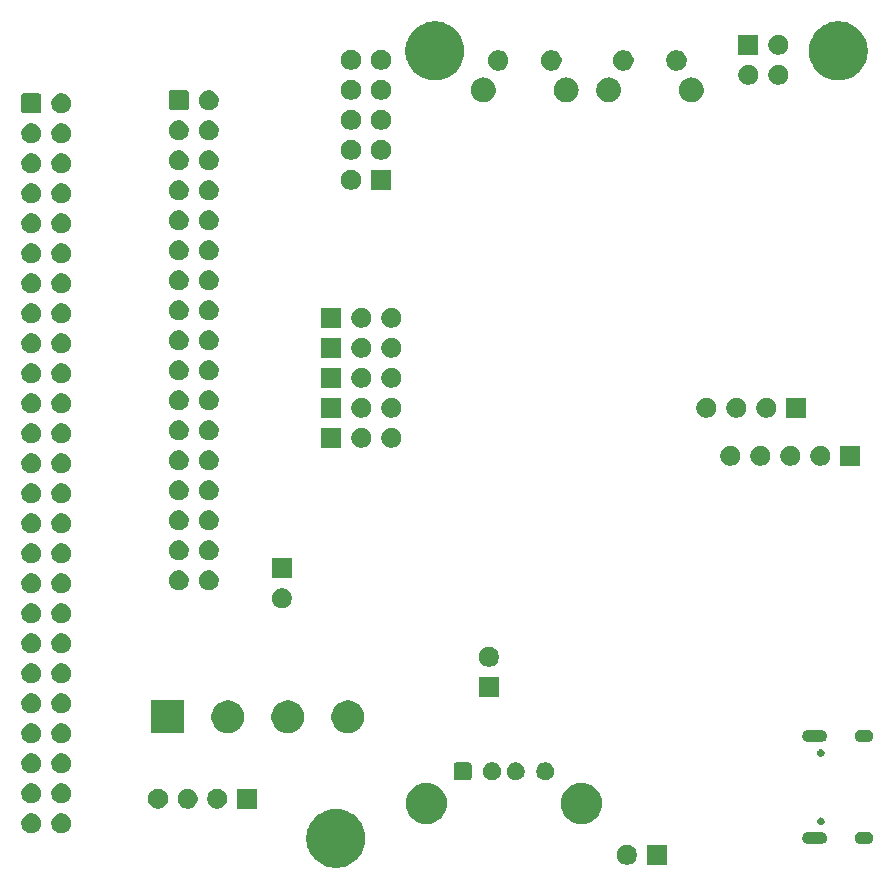
<source format=gbr>
%TF.GenerationSoftware,KiCad,Pcbnew,9.0.4-1.fc42*%
%TF.CreationDate,2025-09-30T23:52:09+02:00*%
%TF.ProjectId,SweFlopsMini8,53776546-6c6f-4707-934d-696e69382e6b,1.01*%
%TF.SameCoordinates,PX5243920PY1cca9b0*%
%TF.FileFunction,Soldermask,Bot*%
%TF.FilePolarity,Negative*%
%FSLAX46Y46*%
G04 Gerber Fmt 4.6, Leading zero omitted, Abs format (unit mm)*
G04 Created by KiCad (PCBNEW 9.0.4-1.fc42) date 2025-09-30 23:52:09*
%MOMM*%
%LPD*%
G01*
G04 APERTURE LIST*
G04 APERTURE END LIST*
G36*
X18425766Y-92694322D02*
G01*
X18699089Y-92756707D01*
X18963709Y-92849301D01*
X19216297Y-92970941D01*
X19453678Y-93120098D01*
X19672866Y-93294895D01*
X19871105Y-93493134D01*
X20045902Y-93712322D01*
X20195059Y-93949703D01*
X20316699Y-94202291D01*
X20409293Y-94466911D01*
X20471678Y-94740234D01*
X20503067Y-95018824D01*
X20503067Y-95299176D01*
X20471678Y-95577766D01*
X20409293Y-95851089D01*
X20316699Y-96115709D01*
X20195059Y-96368297D01*
X20045902Y-96605678D01*
X19871105Y-96824866D01*
X19672866Y-97023105D01*
X19453678Y-97197902D01*
X19216297Y-97347059D01*
X18963709Y-97468699D01*
X18699089Y-97561293D01*
X18425766Y-97623678D01*
X18147176Y-97655067D01*
X17866824Y-97655067D01*
X17588234Y-97623678D01*
X17314911Y-97561293D01*
X17050291Y-97468699D01*
X16797703Y-97347059D01*
X16560322Y-97197902D01*
X16341134Y-97023105D01*
X16142895Y-96824866D01*
X15968098Y-96605678D01*
X15818941Y-96368297D01*
X15697301Y-96115709D01*
X15604707Y-95851089D01*
X15542322Y-95577766D01*
X15510933Y-95299176D01*
X15510933Y-95018824D01*
X15542322Y-94740234D01*
X15604707Y-94466911D01*
X15697301Y-94202291D01*
X15818941Y-93949703D01*
X15968098Y-93712322D01*
X16142895Y-93493134D01*
X16341134Y-93294895D01*
X16560322Y-93120098D01*
X16797703Y-92970941D01*
X17050291Y-92849301D01*
X17314911Y-92756707D01*
X17588234Y-92694322D01*
X17866824Y-92662933D01*
X18147176Y-92662933D01*
X18425766Y-92694322D01*
G37*
G36*
X46035000Y-97406000D02*
G01*
X44335000Y-97406000D01*
X44335000Y-95706000D01*
X46035000Y-95706000D01*
X46035000Y-97406000D01*
G37*
G36*
X42891742Y-95742601D02*
G01*
X43045687Y-95806367D01*
X43184234Y-95898941D01*
X43302059Y-96016766D01*
X43394633Y-96155313D01*
X43458399Y-96309258D01*
X43490907Y-96472685D01*
X43490907Y-96639315D01*
X43458399Y-96802742D01*
X43394633Y-96956687D01*
X43302059Y-97095234D01*
X43184234Y-97213059D01*
X43045687Y-97305633D01*
X42891742Y-97369399D01*
X42728315Y-97401907D01*
X42561685Y-97401907D01*
X42398258Y-97369399D01*
X42244313Y-97305633D01*
X42105766Y-97213059D01*
X41987941Y-97095234D01*
X41895367Y-96956687D01*
X41831601Y-96802742D01*
X41799093Y-96639315D01*
X41799093Y-96472685D01*
X41831601Y-96309258D01*
X41895367Y-96155313D01*
X41987941Y-96016766D01*
X42105766Y-95898941D01*
X42244313Y-95806367D01*
X42398258Y-95742601D01*
X42561685Y-95710093D01*
X42728315Y-95710093D01*
X42891742Y-95742601D01*
G37*
G36*
X59104153Y-94630600D02*
G01*
X59140918Y-94632406D01*
X59145446Y-94633306D01*
X59160263Y-94634278D01*
X59188882Y-94641946D01*
X59239965Y-94652107D01*
X59264072Y-94662093D01*
X59286342Y-94668060D01*
X59306312Y-94679589D01*
X59330413Y-94689573D01*
X59373702Y-94718497D01*
X59399381Y-94733323D01*
X59406408Y-94740350D01*
X59411809Y-94743959D01*
X59481040Y-94813190D01*
X59484648Y-94818590D01*
X59491677Y-94825619D01*
X59506504Y-94851301D01*
X59535426Y-94894586D01*
X59545408Y-94918684D01*
X59556940Y-94938658D01*
X59562907Y-94960931D01*
X59572892Y-94985034D01*
X59583051Y-95036109D01*
X59590722Y-95064737D01*
X59590722Y-95074672D01*
X59591990Y-95081047D01*
X59591990Y-95178952D01*
X59590722Y-95185326D01*
X59590722Y-95195263D01*
X59583050Y-95223893D01*
X59572892Y-95274965D01*
X59562908Y-95299066D01*
X59556940Y-95321342D01*
X59545406Y-95341318D01*
X59535426Y-95365413D01*
X59506508Y-95408691D01*
X59491677Y-95434381D01*
X59484646Y-95441411D01*
X59481040Y-95446809D01*
X59411809Y-95516040D01*
X59406411Y-95519646D01*
X59399381Y-95526677D01*
X59373691Y-95541508D01*
X59330413Y-95570426D01*
X59306318Y-95580406D01*
X59286342Y-95591940D01*
X59264066Y-95597908D01*
X59239965Y-95607892D01*
X59188897Y-95618049D01*
X59160263Y-95625722D01*
X59145439Y-95626693D01*
X59140918Y-95627593D01*
X59104168Y-95629398D01*
X59095000Y-95630000D01*
X59091939Y-95630000D01*
X57998061Y-95630000D01*
X57995000Y-95630000D01*
X57985832Y-95629399D01*
X57949081Y-95627593D01*
X57944559Y-95626693D01*
X57929737Y-95625722D01*
X57901105Y-95618050D01*
X57850034Y-95607892D01*
X57825931Y-95597907D01*
X57803658Y-95591940D01*
X57783684Y-95580408D01*
X57759586Y-95570426D01*
X57716301Y-95541504D01*
X57690619Y-95526677D01*
X57683590Y-95519648D01*
X57678190Y-95516040D01*
X57608959Y-95446809D01*
X57605350Y-95441408D01*
X57598323Y-95434381D01*
X57583497Y-95408702D01*
X57554573Y-95365413D01*
X57544589Y-95341312D01*
X57533060Y-95321342D01*
X57527093Y-95299072D01*
X57517107Y-95274965D01*
X57506947Y-95223886D01*
X57499278Y-95195263D01*
X57499278Y-95185327D01*
X57498010Y-95178952D01*
X57498010Y-95081047D01*
X57499278Y-95074671D01*
X57499278Y-95064737D01*
X57506946Y-95036116D01*
X57517107Y-94985034D01*
X57527093Y-94960924D01*
X57533060Y-94938658D01*
X57544588Y-94918690D01*
X57554573Y-94894586D01*
X57583501Y-94851290D01*
X57598323Y-94825619D01*
X57605348Y-94818593D01*
X57608959Y-94813190D01*
X57678190Y-94743959D01*
X57683593Y-94740348D01*
X57690619Y-94733323D01*
X57716290Y-94718501D01*
X57759586Y-94689573D01*
X57783690Y-94679588D01*
X57803658Y-94668060D01*
X57825924Y-94662093D01*
X57850034Y-94652107D01*
X57901120Y-94641945D01*
X57929737Y-94634278D01*
X57944551Y-94633306D01*
X57949081Y-94632406D01*
X57985847Y-94630599D01*
X57995000Y-94630000D01*
X59095000Y-94630000D01*
X59104153Y-94630600D01*
G37*
G36*
X63034153Y-94630600D02*
G01*
X63070918Y-94632406D01*
X63075446Y-94633306D01*
X63090263Y-94634278D01*
X63118882Y-94641946D01*
X63169965Y-94652107D01*
X63194072Y-94662093D01*
X63216342Y-94668060D01*
X63236312Y-94679589D01*
X63260413Y-94689573D01*
X63303702Y-94718497D01*
X63329381Y-94733323D01*
X63336408Y-94740350D01*
X63341809Y-94743959D01*
X63411040Y-94813190D01*
X63414648Y-94818590D01*
X63421677Y-94825619D01*
X63436504Y-94851301D01*
X63465426Y-94894586D01*
X63475408Y-94918684D01*
X63486940Y-94938658D01*
X63492907Y-94960931D01*
X63502892Y-94985034D01*
X63513051Y-95036109D01*
X63520722Y-95064737D01*
X63520722Y-95074672D01*
X63521990Y-95081047D01*
X63521990Y-95178952D01*
X63520722Y-95185326D01*
X63520722Y-95195263D01*
X63513050Y-95223893D01*
X63502892Y-95274965D01*
X63492908Y-95299066D01*
X63486940Y-95321342D01*
X63475406Y-95341318D01*
X63465426Y-95365413D01*
X63436508Y-95408691D01*
X63421677Y-95434381D01*
X63414646Y-95441411D01*
X63411040Y-95446809D01*
X63341809Y-95516040D01*
X63336411Y-95519646D01*
X63329381Y-95526677D01*
X63303691Y-95541508D01*
X63260413Y-95570426D01*
X63236318Y-95580406D01*
X63216342Y-95591940D01*
X63194066Y-95597908D01*
X63169965Y-95607892D01*
X63118897Y-95618049D01*
X63090263Y-95625722D01*
X63075439Y-95626693D01*
X63070918Y-95627593D01*
X63034168Y-95629398D01*
X63025000Y-95630000D01*
X63021939Y-95630000D01*
X62428061Y-95630000D01*
X62425000Y-95630000D01*
X62415832Y-95629399D01*
X62379081Y-95627593D01*
X62374559Y-95626693D01*
X62359737Y-95625722D01*
X62331105Y-95618050D01*
X62280034Y-95607892D01*
X62255931Y-95597907D01*
X62233658Y-95591940D01*
X62213684Y-95580408D01*
X62189586Y-95570426D01*
X62146301Y-95541504D01*
X62120619Y-95526677D01*
X62113590Y-95519648D01*
X62108190Y-95516040D01*
X62038959Y-95446809D01*
X62035350Y-95441408D01*
X62028323Y-95434381D01*
X62013497Y-95408702D01*
X61984573Y-95365413D01*
X61974589Y-95341312D01*
X61963060Y-95321342D01*
X61957093Y-95299072D01*
X61947107Y-95274965D01*
X61936947Y-95223886D01*
X61929278Y-95195263D01*
X61929278Y-95185327D01*
X61928010Y-95178952D01*
X61928010Y-95081047D01*
X61929278Y-95074671D01*
X61929278Y-95064737D01*
X61936946Y-95036116D01*
X61947107Y-94985034D01*
X61957093Y-94960924D01*
X61963060Y-94938658D01*
X61974588Y-94918690D01*
X61984573Y-94894586D01*
X62013501Y-94851290D01*
X62028323Y-94825619D01*
X62035348Y-94818593D01*
X62038959Y-94813190D01*
X62108190Y-94743959D01*
X62113593Y-94740348D01*
X62120619Y-94733323D01*
X62146290Y-94718501D01*
X62189586Y-94689573D01*
X62213690Y-94679588D01*
X62233658Y-94668060D01*
X62255924Y-94662093D01*
X62280034Y-94652107D01*
X62331120Y-94641945D01*
X62359737Y-94634278D01*
X62374551Y-94633306D01*
X62379081Y-94632406D01*
X62415847Y-94630599D01*
X62425000Y-94630000D01*
X63025000Y-94630000D01*
X63034153Y-94630600D01*
G37*
G36*
X-7527258Y-93075601D02*
G01*
X-7373313Y-93139367D01*
X-7234766Y-93231941D01*
X-7116941Y-93349766D01*
X-7024367Y-93488313D01*
X-6960601Y-93642258D01*
X-6928093Y-93805685D01*
X-6928093Y-93972315D01*
X-6960601Y-94135742D01*
X-7024367Y-94289687D01*
X-7116941Y-94428234D01*
X-7234766Y-94546059D01*
X-7373313Y-94638633D01*
X-7527258Y-94702399D01*
X-7690685Y-94734907D01*
X-7857315Y-94734907D01*
X-8020742Y-94702399D01*
X-8174687Y-94638633D01*
X-8313234Y-94546059D01*
X-8431059Y-94428234D01*
X-8523633Y-94289687D01*
X-8587399Y-94135742D01*
X-8619907Y-93972315D01*
X-8619907Y-93805685D01*
X-8587399Y-93642258D01*
X-8523633Y-93488313D01*
X-8431059Y-93349766D01*
X-8313234Y-93231941D01*
X-8174687Y-93139367D01*
X-8020742Y-93075601D01*
X-7857315Y-93043093D01*
X-7690685Y-93043093D01*
X-7527258Y-93075601D01*
G37*
G36*
X-4987258Y-93075601D02*
G01*
X-4833313Y-93139367D01*
X-4694766Y-93231941D01*
X-4576941Y-93349766D01*
X-4484367Y-93488313D01*
X-4420601Y-93642258D01*
X-4388093Y-93805685D01*
X-4388093Y-93972315D01*
X-4420601Y-94135742D01*
X-4484367Y-94289687D01*
X-4576941Y-94428234D01*
X-4694766Y-94546059D01*
X-4833313Y-94638633D01*
X-4987258Y-94702399D01*
X-5150685Y-94734907D01*
X-5317315Y-94734907D01*
X-5480742Y-94702399D01*
X-5634687Y-94638633D01*
X-5773234Y-94546059D01*
X-5891059Y-94428234D01*
X-5983633Y-94289687D01*
X-6047399Y-94135742D01*
X-6079907Y-93972315D01*
X-6079907Y-93805685D01*
X-6047399Y-93642258D01*
X-5983633Y-93488313D01*
X-5891059Y-93349766D01*
X-5773234Y-93231941D01*
X-5634687Y-93139367D01*
X-5480742Y-93075601D01*
X-5317315Y-93043093D01*
X-5150685Y-93043093D01*
X-4987258Y-93075601D01*
G37*
G36*
X59199372Y-93399739D02*
G01*
X59272847Y-93442160D01*
X59332840Y-93502153D01*
X59375261Y-93575628D01*
X59397220Y-93657579D01*
X59397220Y-93742421D01*
X59375261Y-93824372D01*
X59332840Y-93897847D01*
X59272847Y-93957840D01*
X59199372Y-94000261D01*
X59117421Y-94022220D01*
X59032579Y-94022220D01*
X58950628Y-94000261D01*
X58877153Y-93957840D01*
X58817160Y-93897847D01*
X58774739Y-93824372D01*
X58752780Y-93742421D01*
X58752780Y-93657579D01*
X58774739Y-93575628D01*
X58817160Y-93502153D01*
X58877153Y-93442160D01*
X58950628Y-93399739D01*
X59032579Y-93377780D01*
X59117421Y-93377780D01*
X59199372Y-93399739D01*
G37*
G36*
X26002408Y-90474126D02*
G01*
X26223519Y-90533372D01*
X26435005Y-90620973D01*
X26633248Y-90735428D01*
X26814855Y-90874780D01*
X26976720Y-91036645D01*
X27116072Y-91218252D01*
X27230527Y-91416495D01*
X27318128Y-91627981D01*
X27377374Y-91849092D01*
X27407253Y-92076045D01*
X27407253Y-92304955D01*
X27377374Y-92531908D01*
X27318128Y-92753019D01*
X27230527Y-92964505D01*
X27116072Y-93162748D01*
X26976720Y-93344355D01*
X26814855Y-93506220D01*
X26633248Y-93645572D01*
X26435005Y-93760027D01*
X26223519Y-93847628D01*
X26002408Y-93906874D01*
X25775455Y-93936753D01*
X25546545Y-93936753D01*
X25319592Y-93906874D01*
X25098481Y-93847628D01*
X24886995Y-93760027D01*
X24688752Y-93645572D01*
X24507145Y-93506220D01*
X24345280Y-93344355D01*
X24205928Y-93162748D01*
X24091473Y-92964505D01*
X24003872Y-92753019D01*
X23944626Y-92531908D01*
X23914747Y-92304955D01*
X23914747Y-92076045D01*
X23944626Y-91849092D01*
X24003872Y-91627981D01*
X24091473Y-91416495D01*
X24205928Y-91218252D01*
X24345280Y-91036645D01*
X24507145Y-90874780D01*
X24688752Y-90735428D01*
X24886995Y-90620973D01*
X25098481Y-90533372D01*
X25319592Y-90474126D01*
X25546545Y-90444247D01*
X25775455Y-90444247D01*
X26002408Y-90474126D01*
G37*
G36*
X39142408Y-90474126D02*
G01*
X39363519Y-90533372D01*
X39575005Y-90620973D01*
X39773248Y-90735428D01*
X39954855Y-90874780D01*
X40116720Y-91036645D01*
X40256072Y-91218252D01*
X40370527Y-91416495D01*
X40458128Y-91627981D01*
X40517374Y-91849092D01*
X40547253Y-92076045D01*
X40547253Y-92304955D01*
X40517374Y-92531908D01*
X40458128Y-92753019D01*
X40370527Y-92964505D01*
X40256072Y-93162748D01*
X40116720Y-93344355D01*
X39954855Y-93506220D01*
X39773248Y-93645572D01*
X39575005Y-93760027D01*
X39363519Y-93847628D01*
X39142408Y-93906874D01*
X38915455Y-93936753D01*
X38686545Y-93936753D01*
X38459592Y-93906874D01*
X38238481Y-93847628D01*
X38026995Y-93760027D01*
X37828752Y-93645572D01*
X37647145Y-93506220D01*
X37485280Y-93344355D01*
X37345928Y-93162748D01*
X37231473Y-92964505D01*
X37143872Y-92753019D01*
X37084626Y-92531908D01*
X37054747Y-92304955D01*
X37054747Y-92076045D01*
X37084626Y-91849092D01*
X37143872Y-91627981D01*
X37231473Y-91416495D01*
X37345928Y-91218252D01*
X37485280Y-91036645D01*
X37647145Y-90874780D01*
X37828752Y-90735428D01*
X38026995Y-90620973D01*
X38238481Y-90533372D01*
X38459592Y-90474126D01*
X38686545Y-90444247D01*
X38915455Y-90444247D01*
X39142408Y-90474126D01*
G37*
G36*
X11304000Y-92654000D02*
G01*
X9604000Y-92654000D01*
X9604000Y-90954000D01*
X11304000Y-90954000D01*
X11304000Y-92654000D01*
G37*
G36*
X3200742Y-90990601D02*
G01*
X3354687Y-91054367D01*
X3493234Y-91146941D01*
X3611059Y-91264766D01*
X3703633Y-91403313D01*
X3767399Y-91557258D01*
X3799907Y-91720685D01*
X3799907Y-91887315D01*
X3767399Y-92050742D01*
X3703633Y-92204687D01*
X3611059Y-92343234D01*
X3493234Y-92461059D01*
X3354687Y-92553633D01*
X3200742Y-92617399D01*
X3037315Y-92649907D01*
X2870685Y-92649907D01*
X2707258Y-92617399D01*
X2553313Y-92553633D01*
X2414766Y-92461059D01*
X2296941Y-92343234D01*
X2204367Y-92204687D01*
X2140601Y-92050742D01*
X2108093Y-91887315D01*
X2108093Y-91720685D01*
X2140601Y-91557258D01*
X2204367Y-91403313D01*
X2296941Y-91264766D01*
X2414766Y-91146941D01*
X2553313Y-91054367D01*
X2707258Y-90990601D01*
X2870685Y-90958093D01*
X3037315Y-90958093D01*
X3200742Y-90990601D01*
G37*
G36*
X5700742Y-90990601D02*
G01*
X5854687Y-91054367D01*
X5993234Y-91146941D01*
X6111059Y-91264766D01*
X6203633Y-91403313D01*
X6267399Y-91557258D01*
X6299907Y-91720685D01*
X6299907Y-91887315D01*
X6267399Y-92050742D01*
X6203633Y-92204687D01*
X6111059Y-92343234D01*
X5993234Y-92461059D01*
X5854687Y-92553633D01*
X5700742Y-92617399D01*
X5537315Y-92649907D01*
X5370685Y-92649907D01*
X5207258Y-92617399D01*
X5053313Y-92553633D01*
X4914766Y-92461059D01*
X4796941Y-92343234D01*
X4704367Y-92204687D01*
X4640601Y-92050742D01*
X4608093Y-91887315D01*
X4608093Y-91720685D01*
X4640601Y-91557258D01*
X4704367Y-91403313D01*
X4796941Y-91264766D01*
X4914766Y-91146941D01*
X5053313Y-91054367D01*
X5207258Y-90990601D01*
X5370685Y-90958093D01*
X5537315Y-90958093D01*
X5700742Y-90990601D01*
G37*
G36*
X8200742Y-90990601D02*
G01*
X8354687Y-91054367D01*
X8493234Y-91146941D01*
X8611059Y-91264766D01*
X8703633Y-91403313D01*
X8767399Y-91557258D01*
X8799907Y-91720685D01*
X8799907Y-91887315D01*
X8767399Y-92050742D01*
X8703633Y-92204687D01*
X8611059Y-92343234D01*
X8493234Y-92461059D01*
X8354687Y-92553633D01*
X8200742Y-92617399D01*
X8037315Y-92649907D01*
X7870685Y-92649907D01*
X7707258Y-92617399D01*
X7553313Y-92553633D01*
X7414766Y-92461059D01*
X7296941Y-92343234D01*
X7204367Y-92204687D01*
X7140601Y-92050742D01*
X7108093Y-91887315D01*
X7108093Y-91720685D01*
X7140601Y-91557258D01*
X7204367Y-91403313D01*
X7296941Y-91264766D01*
X7414766Y-91146941D01*
X7553313Y-91054367D01*
X7707258Y-90990601D01*
X7870685Y-90958093D01*
X8037315Y-90958093D01*
X8200742Y-90990601D01*
G37*
G36*
X-7527258Y-90535601D02*
G01*
X-7373313Y-90599367D01*
X-7234766Y-90691941D01*
X-7116941Y-90809766D01*
X-7024367Y-90948313D01*
X-6960601Y-91102258D01*
X-6928093Y-91265685D01*
X-6928093Y-91432315D01*
X-6960601Y-91595742D01*
X-7024367Y-91749687D01*
X-7116941Y-91888234D01*
X-7234766Y-92006059D01*
X-7373313Y-92098633D01*
X-7527258Y-92162399D01*
X-7690685Y-92194907D01*
X-7857315Y-92194907D01*
X-8020742Y-92162399D01*
X-8174687Y-92098633D01*
X-8313234Y-92006059D01*
X-8431059Y-91888234D01*
X-8523633Y-91749687D01*
X-8587399Y-91595742D01*
X-8619907Y-91432315D01*
X-8619907Y-91265685D01*
X-8587399Y-91102258D01*
X-8523633Y-90948313D01*
X-8431059Y-90809766D01*
X-8313234Y-90691941D01*
X-8174687Y-90599367D01*
X-8020742Y-90535601D01*
X-7857315Y-90503093D01*
X-7690685Y-90503093D01*
X-7527258Y-90535601D01*
G37*
G36*
X-4987258Y-90535601D02*
G01*
X-4833313Y-90599367D01*
X-4694766Y-90691941D01*
X-4576941Y-90809766D01*
X-4484367Y-90948313D01*
X-4420601Y-91102258D01*
X-4388093Y-91265685D01*
X-4388093Y-91432315D01*
X-4420601Y-91595742D01*
X-4484367Y-91749687D01*
X-4576941Y-91888234D01*
X-4694766Y-92006059D01*
X-4833313Y-92098633D01*
X-4987258Y-92162399D01*
X-5150685Y-92194907D01*
X-5317315Y-92194907D01*
X-5480742Y-92162399D01*
X-5634687Y-92098633D01*
X-5773234Y-92006059D01*
X-5891059Y-91888234D01*
X-5983633Y-91749687D01*
X-6047399Y-91595742D01*
X-6079907Y-91432315D01*
X-6079907Y-91265685D01*
X-6047399Y-91102258D01*
X-5983633Y-90948313D01*
X-5891059Y-90809766D01*
X-5773234Y-90691941D01*
X-5634687Y-90599367D01*
X-5480742Y-90535601D01*
X-5317315Y-90503093D01*
X-5150685Y-90503093D01*
X-4987258Y-90535601D01*
G37*
G36*
X29267797Y-88723432D02*
G01*
X29312650Y-88729967D01*
X29320882Y-88733991D01*
X29338671Y-88737530D01*
X29367440Y-88756753D01*
X29387263Y-88766444D01*
X29397973Y-88777154D01*
X29419777Y-88791723D01*
X29434345Y-88813526D01*
X29445055Y-88824236D01*
X29454744Y-88844056D01*
X29473970Y-88872829D01*
X29477508Y-88890619D01*
X29481532Y-88898849D01*
X29488064Y-88943687D01*
X29493000Y-88968500D01*
X29493000Y-89992500D01*
X29488063Y-90017316D01*
X29481532Y-90062150D01*
X29477509Y-90070378D01*
X29473970Y-90088171D01*
X29454742Y-90116946D01*
X29445055Y-90136763D01*
X29434347Y-90147470D01*
X29419777Y-90169277D01*
X29397970Y-90183847D01*
X29387263Y-90194555D01*
X29367446Y-90204242D01*
X29338671Y-90223470D01*
X29320878Y-90227009D01*
X29312650Y-90231032D01*
X29267814Y-90237564D01*
X29243000Y-90242500D01*
X28219000Y-90242500D01*
X28194186Y-90237564D01*
X28149349Y-90231032D01*
X28141119Y-90227008D01*
X28123329Y-90223470D01*
X28094556Y-90204244D01*
X28074736Y-90194555D01*
X28064026Y-90183845D01*
X28042223Y-90169277D01*
X28027654Y-90147473D01*
X28016944Y-90136763D01*
X28007253Y-90116940D01*
X27988030Y-90088171D01*
X27984491Y-90070382D01*
X27980467Y-90062150D01*
X27973932Y-90017296D01*
X27969000Y-89992500D01*
X27969000Y-88968500D01*
X27973931Y-88943705D01*
X27980467Y-88898849D01*
X27984491Y-88890615D01*
X27988030Y-88872829D01*
X28007251Y-88844061D01*
X28016944Y-88824236D01*
X28027656Y-88813523D01*
X28042223Y-88791723D01*
X28064023Y-88777156D01*
X28074736Y-88766444D01*
X28094561Y-88756751D01*
X28123329Y-88737530D01*
X28141115Y-88733991D01*
X28149349Y-88729967D01*
X28194206Y-88723431D01*
X28219000Y-88718500D01*
X29243000Y-88718500D01*
X29267797Y-88723432D01*
G37*
G36*
X31452197Y-88751311D02*
G01*
X31590204Y-88808476D01*
X31714408Y-88891466D01*
X31820034Y-88997092D01*
X31903024Y-89121296D01*
X31960189Y-89259303D01*
X31989331Y-89405811D01*
X31989331Y-89555189D01*
X31960189Y-89701697D01*
X31903024Y-89839704D01*
X31820034Y-89963908D01*
X31714408Y-90069534D01*
X31590204Y-90152524D01*
X31452197Y-90209689D01*
X31305689Y-90238831D01*
X31156311Y-90238831D01*
X31009803Y-90209689D01*
X30871796Y-90152524D01*
X30747592Y-90069534D01*
X30641966Y-89963908D01*
X30558976Y-89839704D01*
X30501811Y-89701697D01*
X30472669Y-89555189D01*
X30472669Y-89405811D01*
X30501811Y-89259303D01*
X30558976Y-89121296D01*
X30641966Y-88997092D01*
X30747592Y-88891466D01*
X30871796Y-88808476D01*
X31009803Y-88751311D01*
X31156311Y-88722169D01*
X31305689Y-88722169D01*
X31452197Y-88751311D01*
G37*
G36*
X33452197Y-88751311D02*
G01*
X33590204Y-88808476D01*
X33714408Y-88891466D01*
X33820034Y-88997092D01*
X33903024Y-89121296D01*
X33960189Y-89259303D01*
X33989331Y-89405811D01*
X33989331Y-89555189D01*
X33960189Y-89701697D01*
X33903024Y-89839704D01*
X33820034Y-89963908D01*
X33714408Y-90069534D01*
X33590204Y-90152524D01*
X33452197Y-90209689D01*
X33305689Y-90238831D01*
X33156311Y-90238831D01*
X33009803Y-90209689D01*
X32871796Y-90152524D01*
X32747592Y-90069534D01*
X32641966Y-89963908D01*
X32558976Y-89839704D01*
X32501811Y-89701697D01*
X32472669Y-89555189D01*
X32472669Y-89405811D01*
X32501811Y-89259303D01*
X32558976Y-89121296D01*
X32641966Y-88997092D01*
X32747592Y-88891466D01*
X32871796Y-88808476D01*
X33009803Y-88751311D01*
X33156311Y-88722169D01*
X33305689Y-88722169D01*
X33452197Y-88751311D01*
G37*
G36*
X35952197Y-88751311D02*
G01*
X36090204Y-88808476D01*
X36214408Y-88891466D01*
X36320034Y-88997092D01*
X36403024Y-89121296D01*
X36460189Y-89259303D01*
X36489331Y-89405811D01*
X36489331Y-89555189D01*
X36460189Y-89701697D01*
X36403024Y-89839704D01*
X36320034Y-89963908D01*
X36214408Y-90069534D01*
X36090204Y-90152524D01*
X35952197Y-90209689D01*
X35805689Y-90238831D01*
X35656311Y-90238831D01*
X35509803Y-90209689D01*
X35371796Y-90152524D01*
X35247592Y-90069534D01*
X35141966Y-89963908D01*
X35058976Y-89839704D01*
X35001811Y-89701697D01*
X34972669Y-89555189D01*
X34972669Y-89405811D01*
X35001811Y-89259303D01*
X35058976Y-89121296D01*
X35141966Y-88997092D01*
X35247592Y-88891466D01*
X35371796Y-88808476D01*
X35509803Y-88751311D01*
X35656311Y-88722169D01*
X35805689Y-88722169D01*
X35952197Y-88751311D01*
G37*
G36*
X-7527258Y-87995601D02*
G01*
X-7373313Y-88059367D01*
X-7234766Y-88151941D01*
X-7116941Y-88269766D01*
X-7024367Y-88408313D01*
X-6960601Y-88562258D01*
X-6928093Y-88725685D01*
X-6928093Y-88892315D01*
X-6960601Y-89055742D01*
X-7024367Y-89209687D01*
X-7116941Y-89348234D01*
X-7234766Y-89466059D01*
X-7373313Y-89558633D01*
X-7527258Y-89622399D01*
X-7690685Y-89654907D01*
X-7857315Y-89654907D01*
X-8020742Y-89622399D01*
X-8174687Y-89558633D01*
X-8313234Y-89466059D01*
X-8431059Y-89348234D01*
X-8523633Y-89209687D01*
X-8587399Y-89055742D01*
X-8619907Y-88892315D01*
X-8619907Y-88725685D01*
X-8587399Y-88562258D01*
X-8523633Y-88408313D01*
X-8431059Y-88269766D01*
X-8313234Y-88151941D01*
X-8174687Y-88059367D01*
X-8020742Y-87995601D01*
X-7857315Y-87963093D01*
X-7690685Y-87963093D01*
X-7527258Y-87995601D01*
G37*
G36*
X-4987258Y-87995601D02*
G01*
X-4833313Y-88059367D01*
X-4694766Y-88151941D01*
X-4576941Y-88269766D01*
X-4484367Y-88408313D01*
X-4420601Y-88562258D01*
X-4388093Y-88725685D01*
X-4388093Y-88892315D01*
X-4420601Y-89055742D01*
X-4484367Y-89209687D01*
X-4576941Y-89348234D01*
X-4694766Y-89466059D01*
X-4833313Y-89558633D01*
X-4987258Y-89622399D01*
X-5150685Y-89654907D01*
X-5317315Y-89654907D01*
X-5480742Y-89622399D01*
X-5634687Y-89558633D01*
X-5773234Y-89466059D01*
X-5891059Y-89348234D01*
X-5983633Y-89209687D01*
X-6047399Y-89055742D01*
X-6079907Y-88892315D01*
X-6079907Y-88725685D01*
X-6047399Y-88562258D01*
X-5983633Y-88408313D01*
X-5891059Y-88269766D01*
X-5773234Y-88151941D01*
X-5634687Y-88059367D01*
X-5480742Y-87995601D01*
X-5317315Y-87963093D01*
X-5150685Y-87963093D01*
X-4987258Y-87995601D01*
G37*
G36*
X59199372Y-87619739D02*
G01*
X59272847Y-87662160D01*
X59332840Y-87722153D01*
X59375261Y-87795628D01*
X59397220Y-87877579D01*
X59397220Y-87962421D01*
X59375261Y-88044372D01*
X59332840Y-88117847D01*
X59272847Y-88177840D01*
X59199372Y-88220261D01*
X59117421Y-88242220D01*
X59032579Y-88242220D01*
X58950628Y-88220261D01*
X58877153Y-88177840D01*
X58817160Y-88117847D01*
X58774739Y-88044372D01*
X58752780Y-87962421D01*
X58752780Y-87877579D01*
X58774739Y-87795628D01*
X58817160Y-87722153D01*
X58877153Y-87662160D01*
X58950628Y-87619739D01*
X59032579Y-87597780D01*
X59117421Y-87597780D01*
X59199372Y-87619739D01*
G37*
G36*
X-7527258Y-85455601D02*
G01*
X-7373313Y-85519367D01*
X-7234766Y-85611941D01*
X-7116941Y-85729766D01*
X-7024367Y-85868313D01*
X-6960601Y-86022258D01*
X-6928093Y-86185685D01*
X-6928093Y-86352315D01*
X-6960601Y-86515742D01*
X-7024367Y-86669687D01*
X-7116941Y-86808234D01*
X-7234766Y-86926059D01*
X-7373313Y-87018633D01*
X-7527258Y-87082399D01*
X-7690685Y-87114907D01*
X-7857315Y-87114907D01*
X-8020742Y-87082399D01*
X-8174687Y-87018633D01*
X-8313234Y-86926059D01*
X-8431059Y-86808234D01*
X-8523633Y-86669687D01*
X-8587399Y-86515742D01*
X-8619907Y-86352315D01*
X-8619907Y-86185685D01*
X-8587399Y-86022258D01*
X-8523633Y-85868313D01*
X-8431059Y-85729766D01*
X-8313234Y-85611941D01*
X-8174687Y-85519367D01*
X-8020742Y-85455601D01*
X-7857315Y-85423093D01*
X-7690685Y-85423093D01*
X-7527258Y-85455601D01*
G37*
G36*
X-4987258Y-85455601D02*
G01*
X-4833313Y-85519367D01*
X-4694766Y-85611941D01*
X-4576941Y-85729766D01*
X-4484367Y-85868313D01*
X-4420601Y-86022258D01*
X-4388093Y-86185685D01*
X-4388093Y-86352315D01*
X-4420601Y-86515742D01*
X-4484367Y-86669687D01*
X-4576941Y-86808234D01*
X-4694766Y-86926059D01*
X-4833313Y-87018633D01*
X-4987258Y-87082399D01*
X-5150685Y-87114907D01*
X-5317315Y-87114907D01*
X-5480742Y-87082399D01*
X-5634687Y-87018633D01*
X-5773234Y-86926059D01*
X-5891059Y-86808234D01*
X-5983633Y-86669687D01*
X-6047399Y-86515742D01*
X-6079907Y-86352315D01*
X-6079907Y-86185685D01*
X-6047399Y-86022258D01*
X-5983633Y-85868313D01*
X-5891059Y-85729766D01*
X-5773234Y-85611941D01*
X-5634687Y-85519367D01*
X-5480742Y-85455601D01*
X-5317315Y-85423093D01*
X-5150685Y-85423093D01*
X-4987258Y-85455601D01*
G37*
G36*
X59104153Y-85990600D02*
G01*
X59140918Y-85992406D01*
X59145446Y-85993306D01*
X59160263Y-85994278D01*
X59188882Y-86001946D01*
X59239965Y-86012107D01*
X59264072Y-86022093D01*
X59286342Y-86028060D01*
X59306312Y-86039589D01*
X59330413Y-86049573D01*
X59373702Y-86078497D01*
X59399381Y-86093323D01*
X59406408Y-86100350D01*
X59411809Y-86103959D01*
X59481040Y-86173190D01*
X59484648Y-86178590D01*
X59491677Y-86185619D01*
X59506504Y-86211301D01*
X59535426Y-86254586D01*
X59545408Y-86278684D01*
X59556940Y-86298658D01*
X59562907Y-86320931D01*
X59572892Y-86345034D01*
X59583051Y-86396109D01*
X59590722Y-86424737D01*
X59590722Y-86434672D01*
X59591990Y-86441047D01*
X59591990Y-86538952D01*
X59590722Y-86545326D01*
X59590722Y-86555263D01*
X59583050Y-86583893D01*
X59572892Y-86634965D01*
X59562908Y-86659066D01*
X59556940Y-86681342D01*
X59545406Y-86701318D01*
X59535426Y-86725413D01*
X59506508Y-86768691D01*
X59491677Y-86794381D01*
X59484646Y-86801411D01*
X59481040Y-86806809D01*
X59411809Y-86876040D01*
X59406411Y-86879646D01*
X59399381Y-86886677D01*
X59373691Y-86901508D01*
X59330413Y-86930426D01*
X59306318Y-86940406D01*
X59286342Y-86951940D01*
X59264066Y-86957908D01*
X59239965Y-86967892D01*
X59188897Y-86978049D01*
X59160263Y-86985722D01*
X59145439Y-86986693D01*
X59140918Y-86987593D01*
X59104168Y-86989398D01*
X59095000Y-86990000D01*
X59091939Y-86990000D01*
X57998061Y-86990000D01*
X57995000Y-86990000D01*
X57985832Y-86989399D01*
X57949081Y-86987593D01*
X57944559Y-86986693D01*
X57929737Y-86985722D01*
X57901105Y-86978050D01*
X57850034Y-86967892D01*
X57825931Y-86957907D01*
X57803658Y-86951940D01*
X57783684Y-86940408D01*
X57759586Y-86930426D01*
X57716301Y-86901504D01*
X57690619Y-86886677D01*
X57683590Y-86879648D01*
X57678190Y-86876040D01*
X57608959Y-86806809D01*
X57605350Y-86801408D01*
X57598323Y-86794381D01*
X57583497Y-86768702D01*
X57554573Y-86725413D01*
X57544589Y-86701312D01*
X57533060Y-86681342D01*
X57527093Y-86659072D01*
X57517107Y-86634965D01*
X57506947Y-86583886D01*
X57499278Y-86555263D01*
X57499278Y-86545327D01*
X57498010Y-86538952D01*
X57498010Y-86441047D01*
X57499278Y-86434671D01*
X57499278Y-86424737D01*
X57506946Y-86396116D01*
X57517107Y-86345034D01*
X57527093Y-86320924D01*
X57533060Y-86298658D01*
X57544588Y-86278690D01*
X57554573Y-86254586D01*
X57583501Y-86211290D01*
X57598323Y-86185619D01*
X57605348Y-86178593D01*
X57608959Y-86173190D01*
X57678190Y-86103959D01*
X57683593Y-86100348D01*
X57690619Y-86093323D01*
X57716290Y-86078501D01*
X57759586Y-86049573D01*
X57783690Y-86039588D01*
X57803658Y-86028060D01*
X57825924Y-86022093D01*
X57850034Y-86012107D01*
X57901120Y-86001945D01*
X57929737Y-85994278D01*
X57944551Y-85993306D01*
X57949081Y-85992406D01*
X57985847Y-85990599D01*
X57995000Y-85990000D01*
X59095000Y-85990000D01*
X59104153Y-85990600D01*
G37*
G36*
X63034153Y-85990600D02*
G01*
X63070918Y-85992406D01*
X63075446Y-85993306D01*
X63090263Y-85994278D01*
X63118882Y-86001946D01*
X63169965Y-86012107D01*
X63194072Y-86022093D01*
X63216342Y-86028060D01*
X63236312Y-86039589D01*
X63260413Y-86049573D01*
X63303702Y-86078497D01*
X63329381Y-86093323D01*
X63336408Y-86100350D01*
X63341809Y-86103959D01*
X63411040Y-86173190D01*
X63414648Y-86178590D01*
X63421677Y-86185619D01*
X63436504Y-86211301D01*
X63465426Y-86254586D01*
X63475408Y-86278684D01*
X63486940Y-86298658D01*
X63492907Y-86320931D01*
X63502892Y-86345034D01*
X63513051Y-86396109D01*
X63520722Y-86424737D01*
X63520722Y-86434672D01*
X63521990Y-86441047D01*
X63521990Y-86538952D01*
X63520722Y-86545326D01*
X63520722Y-86555263D01*
X63513050Y-86583893D01*
X63502892Y-86634965D01*
X63492908Y-86659066D01*
X63486940Y-86681342D01*
X63475406Y-86701318D01*
X63465426Y-86725413D01*
X63436508Y-86768691D01*
X63421677Y-86794381D01*
X63414646Y-86801411D01*
X63411040Y-86806809D01*
X63341809Y-86876040D01*
X63336411Y-86879646D01*
X63329381Y-86886677D01*
X63303691Y-86901508D01*
X63260413Y-86930426D01*
X63236318Y-86940406D01*
X63216342Y-86951940D01*
X63194066Y-86957908D01*
X63169965Y-86967892D01*
X63118897Y-86978049D01*
X63090263Y-86985722D01*
X63075439Y-86986693D01*
X63070918Y-86987593D01*
X63034168Y-86989398D01*
X63025000Y-86990000D01*
X63021939Y-86990000D01*
X62428061Y-86990000D01*
X62425000Y-86990000D01*
X62415832Y-86989399D01*
X62379081Y-86987593D01*
X62374559Y-86986693D01*
X62359737Y-86985722D01*
X62331105Y-86978050D01*
X62280034Y-86967892D01*
X62255931Y-86957907D01*
X62233658Y-86951940D01*
X62213684Y-86940408D01*
X62189586Y-86930426D01*
X62146301Y-86901504D01*
X62120619Y-86886677D01*
X62113590Y-86879648D01*
X62108190Y-86876040D01*
X62038959Y-86806809D01*
X62035350Y-86801408D01*
X62028323Y-86794381D01*
X62013497Y-86768702D01*
X61984573Y-86725413D01*
X61974589Y-86701312D01*
X61963060Y-86681342D01*
X61957093Y-86659072D01*
X61947107Y-86634965D01*
X61936947Y-86583886D01*
X61929278Y-86555263D01*
X61929278Y-86545327D01*
X61928010Y-86538952D01*
X61928010Y-86441047D01*
X61929278Y-86434671D01*
X61929278Y-86424737D01*
X61936946Y-86396116D01*
X61947107Y-86345034D01*
X61957093Y-86320924D01*
X61963060Y-86298658D01*
X61974588Y-86278690D01*
X61984573Y-86254586D01*
X62013501Y-86211290D01*
X62028323Y-86185619D01*
X62035348Y-86178593D01*
X62038959Y-86173190D01*
X62108190Y-86103959D01*
X62113593Y-86100348D01*
X62120619Y-86093323D01*
X62146290Y-86078501D01*
X62189586Y-86049573D01*
X62213690Y-86039588D01*
X62233658Y-86028060D01*
X62255924Y-86022093D01*
X62280034Y-86012107D01*
X62331120Y-86001945D01*
X62359737Y-85994278D01*
X62374551Y-85993306D01*
X62379081Y-85992406D01*
X62415847Y-85990599D01*
X62425000Y-85990000D01*
X63025000Y-85990000D01*
X63034153Y-85990600D01*
G37*
G36*
X5173000Y-86262000D02*
G01*
X2393000Y-86262000D01*
X2393000Y-83482000D01*
X5173000Y-83482000D01*
X5173000Y-86262000D01*
G37*
G36*
X9187489Y-83520406D02*
G01*
X9394930Y-83587807D01*
X9589273Y-83686830D01*
X9765733Y-83815036D01*
X9919964Y-83969267D01*
X10048170Y-84145727D01*
X10147193Y-84340070D01*
X10214594Y-84547511D01*
X10248715Y-84762942D01*
X10248715Y-84981058D01*
X10214594Y-85196489D01*
X10147193Y-85403930D01*
X10048170Y-85598273D01*
X9919964Y-85774733D01*
X9765733Y-85928964D01*
X9589273Y-86057170D01*
X9394930Y-86156193D01*
X9187489Y-86223594D01*
X8972058Y-86257715D01*
X8753942Y-86257715D01*
X8538511Y-86223594D01*
X8331070Y-86156193D01*
X8136727Y-86057170D01*
X7960267Y-85928964D01*
X7806036Y-85774733D01*
X7677830Y-85598273D01*
X7578807Y-85403930D01*
X7511406Y-85196489D01*
X7477285Y-84981058D01*
X7477285Y-84762942D01*
X7511406Y-84547511D01*
X7578807Y-84340070D01*
X7677830Y-84145727D01*
X7806036Y-83969267D01*
X7960267Y-83815036D01*
X8136727Y-83686830D01*
X8331070Y-83587807D01*
X8538511Y-83520406D01*
X8753942Y-83486285D01*
X8972058Y-83486285D01*
X9187489Y-83520406D01*
G37*
G36*
X14267489Y-83520406D02*
G01*
X14474930Y-83587807D01*
X14669273Y-83686830D01*
X14845733Y-83815036D01*
X14999964Y-83969267D01*
X15128170Y-84145727D01*
X15227193Y-84340070D01*
X15294594Y-84547511D01*
X15328715Y-84762942D01*
X15328715Y-84981058D01*
X15294594Y-85196489D01*
X15227193Y-85403930D01*
X15128170Y-85598273D01*
X14999964Y-85774733D01*
X14845733Y-85928964D01*
X14669273Y-86057170D01*
X14474930Y-86156193D01*
X14267489Y-86223594D01*
X14052058Y-86257715D01*
X13833942Y-86257715D01*
X13618511Y-86223594D01*
X13411070Y-86156193D01*
X13216727Y-86057170D01*
X13040267Y-85928964D01*
X12886036Y-85774733D01*
X12757830Y-85598273D01*
X12658807Y-85403930D01*
X12591406Y-85196489D01*
X12557285Y-84981058D01*
X12557285Y-84762942D01*
X12591406Y-84547511D01*
X12658807Y-84340070D01*
X12757830Y-84145727D01*
X12886036Y-83969267D01*
X13040267Y-83815036D01*
X13216727Y-83686830D01*
X13411070Y-83587807D01*
X13618511Y-83520406D01*
X13833942Y-83486285D01*
X14052058Y-83486285D01*
X14267489Y-83520406D01*
G37*
G36*
X19347489Y-83520406D02*
G01*
X19554930Y-83587807D01*
X19749273Y-83686830D01*
X19925733Y-83815036D01*
X20079964Y-83969267D01*
X20208170Y-84145727D01*
X20307193Y-84340070D01*
X20374594Y-84547511D01*
X20408715Y-84762942D01*
X20408715Y-84981058D01*
X20374594Y-85196489D01*
X20307193Y-85403930D01*
X20208170Y-85598273D01*
X20079964Y-85774733D01*
X19925733Y-85928964D01*
X19749273Y-86057170D01*
X19554930Y-86156193D01*
X19347489Y-86223594D01*
X19132058Y-86257715D01*
X18913942Y-86257715D01*
X18698511Y-86223594D01*
X18491070Y-86156193D01*
X18296727Y-86057170D01*
X18120267Y-85928964D01*
X17966036Y-85774733D01*
X17837830Y-85598273D01*
X17738807Y-85403930D01*
X17671406Y-85196489D01*
X17637285Y-84981058D01*
X17637285Y-84762942D01*
X17671406Y-84547511D01*
X17738807Y-84340070D01*
X17837830Y-84145727D01*
X17966036Y-83969267D01*
X18120267Y-83815036D01*
X18296727Y-83686830D01*
X18491070Y-83587807D01*
X18698511Y-83520406D01*
X18913942Y-83486285D01*
X19132058Y-83486285D01*
X19347489Y-83520406D01*
G37*
G36*
X-7527258Y-82915601D02*
G01*
X-7373313Y-82979367D01*
X-7234766Y-83071941D01*
X-7116941Y-83189766D01*
X-7024367Y-83328313D01*
X-6960601Y-83482258D01*
X-6928093Y-83645685D01*
X-6928093Y-83812315D01*
X-6960601Y-83975742D01*
X-7024367Y-84129687D01*
X-7116941Y-84268234D01*
X-7234766Y-84386059D01*
X-7373313Y-84478633D01*
X-7527258Y-84542399D01*
X-7690685Y-84574907D01*
X-7857315Y-84574907D01*
X-8020742Y-84542399D01*
X-8174687Y-84478633D01*
X-8313234Y-84386059D01*
X-8431059Y-84268234D01*
X-8523633Y-84129687D01*
X-8587399Y-83975742D01*
X-8619907Y-83812315D01*
X-8619907Y-83645685D01*
X-8587399Y-83482258D01*
X-8523633Y-83328313D01*
X-8431059Y-83189766D01*
X-8313234Y-83071941D01*
X-8174687Y-82979367D01*
X-8020742Y-82915601D01*
X-7857315Y-82883093D01*
X-7690685Y-82883093D01*
X-7527258Y-82915601D01*
G37*
G36*
X-4987258Y-82915601D02*
G01*
X-4833313Y-82979367D01*
X-4694766Y-83071941D01*
X-4576941Y-83189766D01*
X-4484367Y-83328313D01*
X-4420601Y-83482258D01*
X-4388093Y-83645685D01*
X-4388093Y-83812315D01*
X-4420601Y-83975742D01*
X-4484367Y-84129687D01*
X-4576941Y-84268234D01*
X-4694766Y-84386059D01*
X-4833313Y-84478633D01*
X-4987258Y-84542399D01*
X-5150685Y-84574907D01*
X-5317315Y-84574907D01*
X-5480742Y-84542399D01*
X-5634687Y-84478633D01*
X-5773234Y-84386059D01*
X-5891059Y-84268234D01*
X-5983633Y-84129687D01*
X-6047399Y-83975742D01*
X-6079907Y-83812315D01*
X-6079907Y-83645685D01*
X-6047399Y-83482258D01*
X-5983633Y-83328313D01*
X-5891059Y-83189766D01*
X-5773234Y-83071941D01*
X-5634687Y-82979367D01*
X-5480742Y-82915601D01*
X-5317315Y-82883093D01*
X-5150685Y-82883093D01*
X-4987258Y-82915601D01*
G37*
G36*
X31811000Y-83182000D02*
G01*
X30111000Y-83182000D01*
X30111000Y-81482000D01*
X31811000Y-81482000D01*
X31811000Y-83182000D01*
G37*
G36*
X-7527258Y-80375601D02*
G01*
X-7373313Y-80439367D01*
X-7234766Y-80531941D01*
X-7116941Y-80649766D01*
X-7024367Y-80788313D01*
X-6960601Y-80942258D01*
X-6928093Y-81105685D01*
X-6928093Y-81272315D01*
X-6960601Y-81435742D01*
X-7024367Y-81589687D01*
X-7116941Y-81728234D01*
X-7234766Y-81846059D01*
X-7373313Y-81938633D01*
X-7527258Y-82002399D01*
X-7690685Y-82034907D01*
X-7857315Y-82034907D01*
X-8020742Y-82002399D01*
X-8174687Y-81938633D01*
X-8313234Y-81846059D01*
X-8431059Y-81728234D01*
X-8523633Y-81589687D01*
X-8587399Y-81435742D01*
X-8619907Y-81272315D01*
X-8619907Y-81105685D01*
X-8587399Y-80942258D01*
X-8523633Y-80788313D01*
X-8431059Y-80649766D01*
X-8313234Y-80531941D01*
X-8174687Y-80439367D01*
X-8020742Y-80375601D01*
X-7857315Y-80343093D01*
X-7690685Y-80343093D01*
X-7527258Y-80375601D01*
G37*
G36*
X-4987258Y-80375601D02*
G01*
X-4833313Y-80439367D01*
X-4694766Y-80531941D01*
X-4576941Y-80649766D01*
X-4484367Y-80788313D01*
X-4420601Y-80942258D01*
X-4388093Y-81105685D01*
X-4388093Y-81272315D01*
X-4420601Y-81435742D01*
X-4484367Y-81589687D01*
X-4576941Y-81728234D01*
X-4694766Y-81846059D01*
X-4833313Y-81938633D01*
X-4987258Y-82002399D01*
X-5150685Y-82034907D01*
X-5317315Y-82034907D01*
X-5480742Y-82002399D01*
X-5634687Y-81938633D01*
X-5773234Y-81846059D01*
X-5891059Y-81728234D01*
X-5983633Y-81589687D01*
X-6047399Y-81435742D01*
X-6079907Y-81272315D01*
X-6079907Y-81105685D01*
X-6047399Y-80942258D01*
X-5983633Y-80788313D01*
X-5891059Y-80649766D01*
X-5773234Y-80531941D01*
X-5634687Y-80439367D01*
X-5480742Y-80375601D01*
X-5317315Y-80343093D01*
X-5150685Y-80343093D01*
X-4987258Y-80375601D01*
G37*
G36*
X31207742Y-78978601D02*
G01*
X31361687Y-79042367D01*
X31500234Y-79134941D01*
X31618059Y-79252766D01*
X31710633Y-79391313D01*
X31774399Y-79545258D01*
X31806907Y-79708685D01*
X31806907Y-79875315D01*
X31774399Y-80038742D01*
X31710633Y-80192687D01*
X31618059Y-80331234D01*
X31500234Y-80449059D01*
X31361687Y-80541633D01*
X31207742Y-80605399D01*
X31044315Y-80637907D01*
X30877685Y-80637907D01*
X30714258Y-80605399D01*
X30560313Y-80541633D01*
X30421766Y-80449059D01*
X30303941Y-80331234D01*
X30211367Y-80192687D01*
X30147601Y-80038742D01*
X30115093Y-79875315D01*
X30115093Y-79708685D01*
X30147601Y-79545258D01*
X30211367Y-79391313D01*
X30303941Y-79252766D01*
X30421766Y-79134941D01*
X30560313Y-79042367D01*
X30714258Y-78978601D01*
X30877685Y-78946093D01*
X31044315Y-78946093D01*
X31207742Y-78978601D01*
G37*
G36*
X-7527258Y-77835601D02*
G01*
X-7373313Y-77899367D01*
X-7234766Y-77991941D01*
X-7116941Y-78109766D01*
X-7024367Y-78248313D01*
X-6960601Y-78402258D01*
X-6928093Y-78565685D01*
X-6928093Y-78732315D01*
X-6960601Y-78895742D01*
X-7024367Y-79049687D01*
X-7116941Y-79188234D01*
X-7234766Y-79306059D01*
X-7373313Y-79398633D01*
X-7527258Y-79462399D01*
X-7690685Y-79494907D01*
X-7857315Y-79494907D01*
X-8020742Y-79462399D01*
X-8174687Y-79398633D01*
X-8313234Y-79306059D01*
X-8431059Y-79188234D01*
X-8523633Y-79049687D01*
X-8587399Y-78895742D01*
X-8619907Y-78732315D01*
X-8619907Y-78565685D01*
X-8587399Y-78402258D01*
X-8523633Y-78248313D01*
X-8431059Y-78109766D01*
X-8313234Y-77991941D01*
X-8174687Y-77899367D01*
X-8020742Y-77835601D01*
X-7857315Y-77803093D01*
X-7690685Y-77803093D01*
X-7527258Y-77835601D01*
G37*
G36*
X-4987258Y-77835601D02*
G01*
X-4833313Y-77899367D01*
X-4694766Y-77991941D01*
X-4576941Y-78109766D01*
X-4484367Y-78248313D01*
X-4420601Y-78402258D01*
X-4388093Y-78565685D01*
X-4388093Y-78732315D01*
X-4420601Y-78895742D01*
X-4484367Y-79049687D01*
X-4576941Y-79188234D01*
X-4694766Y-79306059D01*
X-4833313Y-79398633D01*
X-4987258Y-79462399D01*
X-5150685Y-79494907D01*
X-5317315Y-79494907D01*
X-5480742Y-79462399D01*
X-5634687Y-79398633D01*
X-5773234Y-79306059D01*
X-5891059Y-79188234D01*
X-5983633Y-79049687D01*
X-6047399Y-78895742D01*
X-6079907Y-78732315D01*
X-6079907Y-78565685D01*
X-6047399Y-78402258D01*
X-5983633Y-78248313D01*
X-5891059Y-78109766D01*
X-5773234Y-77991941D01*
X-5634687Y-77899367D01*
X-5480742Y-77835601D01*
X-5317315Y-77803093D01*
X-5150685Y-77803093D01*
X-4987258Y-77835601D01*
G37*
G36*
X-7527258Y-75295601D02*
G01*
X-7373313Y-75359367D01*
X-7234766Y-75451941D01*
X-7116941Y-75569766D01*
X-7024367Y-75708313D01*
X-6960601Y-75862258D01*
X-6928093Y-76025685D01*
X-6928093Y-76192315D01*
X-6960601Y-76355742D01*
X-7024367Y-76509687D01*
X-7116941Y-76648234D01*
X-7234766Y-76766059D01*
X-7373313Y-76858633D01*
X-7527258Y-76922399D01*
X-7690685Y-76954907D01*
X-7857315Y-76954907D01*
X-8020742Y-76922399D01*
X-8174687Y-76858633D01*
X-8313234Y-76766059D01*
X-8431059Y-76648234D01*
X-8523633Y-76509687D01*
X-8587399Y-76355742D01*
X-8619907Y-76192315D01*
X-8619907Y-76025685D01*
X-8587399Y-75862258D01*
X-8523633Y-75708313D01*
X-8431059Y-75569766D01*
X-8313234Y-75451941D01*
X-8174687Y-75359367D01*
X-8020742Y-75295601D01*
X-7857315Y-75263093D01*
X-7690685Y-75263093D01*
X-7527258Y-75295601D01*
G37*
G36*
X-4987258Y-75295601D02*
G01*
X-4833313Y-75359367D01*
X-4694766Y-75451941D01*
X-4576941Y-75569766D01*
X-4484367Y-75708313D01*
X-4420601Y-75862258D01*
X-4388093Y-76025685D01*
X-4388093Y-76192315D01*
X-4420601Y-76355742D01*
X-4484367Y-76509687D01*
X-4576941Y-76648234D01*
X-4694766Y-76766059D01*
X-4833313Y-76858633D01*
X-4987258Y-76922399D01*
X-5150685Y-76954907D01*
X-5317315Y-76954907D01*
X-5480742Y-76922399D01*
X-5634687Y-76858633D01*
X-5773234Y-76766059D01*
X-5891059Y-76648234D01*
X-5983633Y-76509687D01*
X-6047399Y-76355742D01*
X-6079907Y-76192315D01*
X-6079907Y-76025685D01*
X-6047399Y-75862258D01*
X-5983633Y-75708313D01*
X-5891059Y-75569766D01*
X-5773234Y-75451941D01*
X-5634687Y-75359367D01*
X-5480742Y-75295601D01*
X-5317315Y-75263093D01*
X-5150685Y-75263093D01*
X-4987258Y-75295601D01*
G37*
G36*
X13681742Y-74020601D02*
G01*
X13835687Y-74084367D01*
X13974234Y-74176941D01*
X14092059Y-74294766D01*
X14184633Y-74433313D01*
X14248399Y-74587258D01*
X14280907Y-74750685D01*
X14280907Y-74917315D01*
X14248399Y-75080742D01*
X14184633Y-75234687D01*
X14092059Y-75373234D01*
X13974234Y-75491059D01*
X13835687Y-75583633D01*
X13681742Y-75647399D01*
X13518315Y-75679907D01*
X13351685Y-75679907D01*
X13188258Y-75647399D01*
X13034313Y-75583633D01*
X12895766Y-75491059D01*
X12777941Y-75373234D01*
X12685367Y-75234687D01*
X12621601Y-75080742D01*
X12589093Y-74917315D01*
X12589093Y-74750685D01*
X12621601Y-74587258D01*
X12685367Y-74433313D01*
X12777941Y-74294766D01*
X12895766Y-74176941D01*
X13034313Y-74084367D01*
X13188258Y-74020601D01*
X13351685Y-73988093D01*
X13518315Y-73988093D01*
X13681742Y-74020601D01*
G37*
G36*
X-7527258Y-72755601D02*
G01*
X-7373313Y-72819367D01*
X-7234766Y-72911941D01*
X-7116941Y-73029766D01*
X-7024367Y-73168313D01*
X-6960601Y-73322258D01*
X-6928093Y-73485685D01*
X-6928093Y-73652315D01*
X-6960601Y-73815742D01*
X-7024367Y-73969687D01*
X-7116941Y-74108234D01*
X-7234766Y-74226059D01*
X-7373313Y-74318633D01*
X-7527258Y-74382399D01*
X-7690685Y-74414907D01*
X-7857315Y-74414907D01*
X-8020742Y-74382399D01*
X-8174687Y-74318633D01*
X-8313234Y-74226059D01*
X-8431059Y-74108234D01*
X-8523633Y-73969687D01*
X-8587399Y-73815742D01*
X-8619907Y-73652315D01*
X-8619907Y-73485685D01*
X-8587399Y-73322258D01*
X-8523633Y-73168313D01*
X-8431059Y-73029766D01*
X-8313234Y-72911941D01*
X-8174687Y-72819367D01*
X-8020742Y-72755601D01*
X-7857315Y-72723093D01*
X-7690685Y-72723093D01*
X-7527258Y-72755601D01*
G37*
G36*
X-4987258Y-72755601D02*
G01*
X-4833313Y-72819367D01*
X-4694766Y-72911941D01*
X-4576941Y-73029766D01*
X-4484367Y-73168313D01*
X-4420601Y-73322258D01*
X-4388093Y-73485685D01*
X-4388093Y-73652315D01*
X-4420601Y-73815742D01*
X-4484367Y-73969687D01*
X-4576941Y-74108234D01*
X-4694766Y-74226059D01*
X-4833313Y-74318633D01*
X-4987258Y-74382399D01*
X-5150685Y-74414907D01*
X-5317315Y-74414907D01*
X-5480742Y-74382399D01*
X-5634687Y-74318633D01*
X-5773234Y-74226059D01*
X-5891059Y-74108234D01*
X-5983633Y-73969687D01*
X-6047399Y-73815742D01*
X-6079907Y-73652315D01*
X-6079907Y-73485685D01*
X-6047399Y-73322258D01*
X-5983633Y-73168313D01*
X-5891059Y-73029766D01*
X-5773234Y-72911941D01*
X-5634687Y-72819367D01*
X-5480742Y-72755601D01*
X-5317315Y-72723093D01*
X-5150685Y-72723093D01*
X-4987258Y-72755601D01*
G37*
G36*
X4946742Y-72496601D02*
G01*
X5100687Y-72560367D01*
X5239234Y-72652941D01*
X5357059Y-72770766D01*
X5449633Y-72909313D01*
X5513399Y-73063258D01*
X5545907Y-73226685D01*
X5545907Y-73393315D01*
X5513399Y-73556742D01*
X5449633Y-73710687D01*
X5357059Y-73849234D01*
X5239234Y-73967059D01*
X5100687Y-74059633D01*
X4946742Y-74123399D01*
X4783315Y-74155907D01*
X4616685Y-74155907D01*
X4453258Y-74123399D01*
X4299313Y-74059633D01*
X4160766Y-73967059D01*
X4042941Y-73849234D01*
X3950367Y-73710687D01*
X3886601Y-73556742D01*
X3854093Y-73393315D01*
X3854093Y-73226685D01*
X3886601Y-73063258D01*
X3950367Y-72909313D01*
X4042941Y-72770766D01*
X4160766Y-72652941D01*
X4299313Y-72560367D01*
X4453258Y-72496601D01*
X4616685Y-72464093D01*
X4783315Y-72464093D01*
X4946742Y-72496601D01*
G37*
G36*
X7486742Y-72496601D02*
G01*
X7640687Y-72560367D01*
X7779234Y-72652941D01*
X7897059Y-72770766D01*
X7989633Y-72909313D01*
X8053399Y-73063258D01*
X8085907Y-73226685D01*
X8085907Y-73393315D01*
X8053399Y-73556742D01*
X7989633Y-73710687D01*
X7897059Y-73849234D01*
X7779234Y-73967059D01*
X7640687Y-74059633D01*
X7486742Y-74123399D01*
X7323315Y-74155907D01*
X7156685Y-74155907D01*
X6993258Y-74123399D01*
X6839313Y-74059633D01*
X6700766Y-73967059D01*
X6582941Y-73849234D01*
X6490367Y-73710687D01*
X6426601Y-73556742D01*
X6394093Y-73393315D01*
X6394093Y-73226685D01*
X6426601Y-73063258D01*
X6490367Y-72909313D01*
X6582941Y-72770766D01*
X6700766Y-72652941D01*
X6839313Y-72560367D01*
X6993258Y-72496601D01*
X7156685Y-72464093D01*
X7323315Y-72464093D01*
X7486742Y-72496601D01*
G37*
G36*
X14285000Y-73144000D02*
G01*
X12585000Y-73144000D01*
X12585000Y-71444000D01*
X14285000Y-71444000D01*
X14285000Y-73144000D01*
G37*
G36*
X-7527258Y-70215601D02*
G01*
X-7373313Y-70279367D01*
X-7234766Y-70371941D01*
X-7116941Y-70489766D01*
X-7024367Y-70628313D01*
X-6960601Y-70782258D01*
X-6928093Y-70945685D01*
X-6928093Y-71112315D01*
X-6960601Y-71275742D01*
X-7024367Y-71429687D01*
X-7116941Y-71568234D01*
X-7234766Y-71686059D01*
X-7373313Y-71778633D01*
X-7527258Y-71842399D01*
X-7690685Y-71874907D01*
X-7857315Y-71874907D01*
X-8020742Y-71842399D01*
X-8174687Y-71778633D01*
X-8313234Y-71686059D01*
X-8431059Y-71568234D01*
X-8523633Y-71429687D01*
X-8587399Y-71275742D01*
X-8619907Y-71112315D01*
X-8619907Y-70945685D01*
X-8587399Y-70782258D01*
X-8523633Y-70628313D01*
X-8431059Y-70489766D01*
X-8313234Y-70371941D01*
X-8174687Y-70279367D01*
X-8020742Y-70215601D01*
X-7857315Y-70183093D01*
X-7690685Y-70183093D01*
X-7527258Y-70215601D01*
G37*
G36*
X-4987258Y-70215601D02*
G01*
X-4833313Y-70279367D01*
X-4694766Y-70371941D01*
X-4576941Y-70489766D01*
X-4484367Y-70628313D01*
X-4420601Y-70782258D01*
X-4388093Y-70945685D01*
X-4388093Y-71112315D01*
X-4420601Y-71275742D01*
X-4484367Y-71429687D01*
X-4576941Y-71568234D01*
X-4694766Y-71686059D01*
X-4833313Y-71778633D01*
X-4987258Y-71842399D01*
X-5150685Y-71874907D01*
X-5317315Y-71874907D01*
X-5480742Y-71842399D01*
X-5634687Y-71778633D01*
X-5773234Y-71686059D01*
X-5891059Y-71568234D01*
X-5983633Y-71429687D01*
X-6047399Y-71275742D01*
X-6079907Y-71112315D01*
X-6079907Y-70945685D01*
X-6047399Y-70782258D01*
X-5983633Y-70628313D01*
X-5891059Y-70489766D01*
X-5773234Y-70371941D01*
X-5634687Y-70279367D01*
X-5480742Y-70215601D01*
X-5317315Y-70183093D01*
X-5150685Y-70183093D01*
X-4987258Y-70215601D01*
G37*
G36*
X4946742Y-69956601D02*
G01*
X5100687Y-70020367D01*
X5239234Y-70112941D01*
X5357059Y-70230766D01*
X5449633Y-70369313D01*
X5513399Y-70523258D01*
X5545907Y-70686685D01*
X5545907Y-70853315D01*
X5513399Y-71016742D01*
X5449633Y-71170687D01*
X5357059Y-71309234D01*
X5239234Y-71427059D01*
X5100687Y-71519633D01*
X4946742Y-71583399D01*
X4783315Y-71615907D01*
X4616685Y-71615907D01*
X4453258Y-71583399D01*
X4299313Y-71519633D01*
X4160766Y-71427059D01*
X4042941Y-71309234D01*
X3950367Y-71170687D01*
X3886601Y-71016742D01*
X3854093Y-70853315D01*
X3854093Y-70686685D01*
X3886601Y-70523258D01*
X3950367Y-70369313D01*
X4042941Y-70230766D01*
X4160766Y-70112941D01*
X4299313Y-70020367D01*
X4453258Y-69956601D01*
X4616685Y-69924093D01*
X4783315Y-69924093D01*
X4946742Y-69956601D01*
G37*
G36*
X7486742Y-69956601D02*
G01*
X7640687Y-70020367D01*
X7779234Y-70112941D01*
X7897059Y-70230766D01*
X7989633Y-70369313D01*
X8053399Y-70523258D01*
X8085907Y-70686685D01*
X8085907Y-70853315D01*
X8053399Y-71016742D01*
X7989633Y-71170687D01*
X7897059Y-71309234D01*
X7779234Y-71427059D01*
X7640687Y-71519633D01*
X7486742Y-71583399D01*
X7323315Y-71615907D01*
X7156685Y-71615907D01*
X6993258Y-71583399D01*
X6839313Y-71519633D01*
X6700766Y-71427059D01*
X6582941Y-71309234D01*
X6490367Y-71170687D01*
X6426601Y-71016742D01*
X6394093Y-70853315D01*
X6394093Y-70686685D01*
X6426601Y-70523258D01*
X6490367Y-70369313D01*
X6582941Y-70230766D01*
X6700766Y-70112941D01*
X6839313Y-70020367D01*
X6993258Y-69956601D01*
X7156685Y-69924093D01*
X7323315Y-69924093D01*
X7486742Y-69956601D01*
G37*
G36*
X-7527258Y-67675601D02*
G01*
X-7373313Y-67739367D01*
X-7234766Y-67831941D01*
X-7116941Y-67949766D01*
X-7024367Y-68088313D01*
X-6960601Y-68242258D01*
X-6928093Y-68405685D01*
X-6928093Y-68572315D01*
X-6960601Y-68735742D01*
X-7024367Y-68889687D01*
X-7116941Y-69028234D01*
X-7234766Y-69146059D01*
X-7373313Y-69238633D01*
X-7527258Y-69302399D01*
X-7690685Y-69334907D01*
X-7857315Y-69334907D01*
X-8020742Y-69302399D01*
X-8174687Y-69238633D01*
X-8313234Y-69146059D01*
X-8431059Y-69028234D01*
X-8523633Y-68889687D01*
X-8587399Y-68735742D01*
X-8619907Y-68572315D01*
X-8619907Y-68405685D01*
X-8587399Y-68242258D01*
X-8523633Y-68088313D01*
X-8431059Y-67949766D01*
X-8313234Y-67831941D01*
X-8174687Y-67739367D01*
X-8020742Y-67675601D01*
X-7857315Y-67643093D01*
X-7690685Y-67643093D01*
X-7527258Y-67675601D01*
G37*
G36*
X-4987258Y-67675601D02*
G01*
X-4833313Y-67739367D01*
X-4694766Y-67831941D01*
X-4576941Y-67949766D01*
X-4484367Y-68088313D01*
X-4420601Y-68242258D01*
X-4388093Y-68405685D01*
X-4388093Y-68572315D01*
X-4420601Y-68735742D01*
X-4484367Y-68889687D01*
X-4576941Y-69028234D01*
X-4694766Y-69146059D01*
X-4833313Y-69238633D01*
X-4987258Y-69302399D01*
X-5150685Y-69334907D01*
X-5317315Y-69334907D01*
X-5480742Y-69302399D01*
X-5634687Y-69238633D01*
X-5773234Y-69146059D01*
X-5891059Y-69028234D01*
X-5983633Y-68889687D01*
X-6047399Y-68735742D01*
X-6079907Y-68572315D01*
X-6079907Y-68405685D01*
X-6047399Y-68242258D01*
X-5983633Y-68088313D01*
X-5891059Y-67949766D01*
X-5773234Y-67831941D01*
X-5634687Y-67739367D01*
X-5480742Y-67675601D01*
X-5317315Y-67643093D01*
X-5150685Y-67643093D01*
X-4987258Y-67675601D01*
G37*
G36*
X4946742Y-67416601D02*
G01*
X5100687Y-67480367D01*
X5239234Y-67572941D01*
X5357059Y-67690766D01*
X5449633Y-67829313D01*
X5513399Y-67983258D01*
X5545907Y-68146685D01*
X5545907Y-68313315D01*
X5513399Y-68476742D01*
X5449633Y-68630687D01*
X5357059Y-68769234D01*
X5239234Y-68887059D01*
X5100687Y-68979633D01*
X4946742Y-69043399D01*
X4783315Y-69075907D01*
X4616685Y-69075907D01*
X4453258Y-69043399D01*
X4299313Y-68979633D01*
X4160766Y-68887059D01*
X4042941Y-68769234D01*
X3950367Y-68630687D01*
X3886601Y-68476742D01*
X3854093Y-68313315D01*
X3854093Y-68146685D01*
X3886601Y-67983258D01*
X3950367Y-67829313D01*
X4042941Y-67690766D01*
X4160766Y-67572941D01*
X4299313Y-67480367D01*
X4453258Y-67416601D01*
X4616685Y-67384093D01*
X4783315Y-67384093D01*
X4946742Y-67416601D01*
G37*
G36*
X7486742Y-67416601D02*
G01*
X7640687Y-67480367D01*
X7779234Y-67572941D01*
X7897059Y-67690766D01*
X7989633Y-67829313D01*
X8053399Y-67983258D01*
X8085907Y-68146685D01*
X8085907Y-68313315D01*
X8053399Y-68476742D01*
X7989633Y-68630687D01*
X7897059Y-68769234D01*
X7779234Y-68887059D01*
X7640687Y-68979633D01*
X7486742Y-69043399D01*
X7323315Y-69075907D01*
X7156685Y-69075907D01*
X6993258Y-69043399D01*
X6839313Y-68979633D01*
X6700766Y-68887059D01*
X6582941Y-68769234D01*
X6490367Y-68630687D01*
X6426601Y-68476742D01*
X6394093Y-68313315D01*
X6394093Y-68146685D01*
X6426601Y-67983258D01*
X6490367Y-67829313D01*
X6582941Y-67690766D01*
X6700766Y-67572941D01*
X6839313Y-67480367D01*
X6993258Y-67416601D01*
X7156685Y-67384093D01*
X7323315Y-67384093D01*
X7486742Y-67416601D01*
G37*
G36*
X-7527258Y-65135601D02*
G01*
X-7373313Y-65199367D01*
X-7234766Y-65291941D01*
X-7116941Y-65409766D01*
X-7024367Y-65548313D01*
X-6960601Y-65702258D01*
X-6928093Y-65865685D01*
X-6928093Y-66032315D01*
X-6960601Y-66195742D01*
X-7024367Y-66349687D01*
X-7116941Y-66488234D01*
X-7234766Y-66606059D01*
X-7373313Y-66698633D01*
X-7527258Y-66762399D01*
X-7690685Y-66794907D01*
X-7857315Y-66794907D01*
X-8020742Y-66762399D01*
X-8174687Y-66698633D01*
X-8313234Y-66606059D01*
X-8431059Y-66488234D01*
X-8523633Y-66349687D01*
X-8587399Y-66195742D01*
X-8619907Y-66032315D01*
X-8619907Y-65865685D01*
X-8587399Y-65702258D01*
X-8523633Y-65548313D01*
X-8431059Y-65409766D01*
X-8313234Y-65291941D01*
X-8174687Y-65199367D01*
X-8020742Y-65135601D01*
X-7857315Y-65103093D01*
X-7690685Y-65103093D01*
X-7527258Y-65135601D01*
G37*
G36*
X-4987258Y-65135601D02*
G01*
X-4833313Y-65199367D01*
X-4694766Y-65291941D01*
X-4576941Y-65409766D01*
X-4484367Y-65548313D01*
X-4420601Y-65702258D01*
X-4388093Y-65865685D01*
X-4388093Y-66032315D01*
X-4420601Y-66195742D01*
X-4484367Y-66349687D01*
X-4576941Y-66488234D01*
X-4694766Y-66606059D01*
X-4833313Y-66698633D01*
X-4987258Y-66762399D01*
X-5150685Y-66794907D01*
X-5317315Y-66794907D01*
X-5480742Y-66762399D01*
X-5634687Y-66698633D01*
X-5773234Y-66606059D01*
X-5891059Y-66488234D01*
X-5983633Y-66349687D01*
X-6047399Y-66195742D01*
X-6079907Y-66032315D01*
X-6079907Y-65865685D01*
X-6047399Y-65702258D01*
X-5983633Y-65548313D01*
X-5891059Y-65409766D01*
X-5773234Y-65291941D01*
X-5634687Y-65199367D01*
X-5480742Y-65135601D01*
X-5317315Y-65103093D01*
X-5150685Y-65103093D01*
X-4987258Y-65135601D01*
G37*
G36*
X4946742Y-64876601D02*
G01*
X5100687Y-64940367D01*
X5239234Y-65032941D01*
X5357059Y-65150766D01*
X5449633Y-65289313D01*
X5513399Y-65443258D01*
X5545907Y-65606685D01*
X5545907Y-65773315D01*
X5513399Y-65936742D01*
X5449633Y-66090687D01*
X5357059Y-66229234D01*
X5239234Y-66347059D01*
X5100687Y-66439633D01*
X4946742Y-66503399D01*
X4783315Y-66535907D01*
X4616685Y-66535907D01*
X4453258Y-66503399D01*
X4299313Y-66439633D01*
X4160766Y-66347059D01*
X4042941Y-66229234D01*
X3950367Y-66090687D01*
X3886601Y-65936742D01*
X3854093Y-65773315D01*
X3854093Y-65606685D01*
X3886601Y-65443258D01*
X3950367Y-65289313D01*
X4042941Y-65150766D01*
X4160766Y-65032941D01*
X4299313Y-64940367D01*
X4453258Y-64876601D01*
X4616685Y-64844093D01*
X4783315Y-64844093D01*
X4946742Y-64876601D01*
G37*
G36*
X7486742Y-64876601D02*
G01*
X7640687Y-64940367D01*
X7779234Y-65032941D01*
X7897059Y-65150766D01*
X7989633Y-65289313D01*
X8053399Y-65443258D01*
X8085907Y-65606685D01*
X8085907Y-65773315D01*
X8053399Y-65936742D01*
X7989633Y-66090687D01*
X7897059Y-66229234D01*
X7779234Y-66347059D01*
X7640687Y-66439633D01*
X7486742Y-66503399D01*
X7323315Y-66535907D01*
X7156685Y-66535907D01*
X6993258Y-66503399D01*
X6839313Y-66439633D01*
X6700766Y-66347059D01*
X6582941Y-66229234D01*
X6490367Y-66090687D01*
X6426601Y-65936742D01*
X6394093Y-65773315D01*
X6394093Y-65606685D01*
X6426601Y-65443258D01*
X6490367Y-65289313D01*
X6582941Y-65150766D01*
X6700766Y-65032941D01*
X6839313Y-64940367D01*
X6993258Y-64876601D01*
X7156685Y-64844093D01*
X7323315Y-64844093D01*
X7486742Y-64876601D01*
G37*
G36*
X-7527258Y-62595601D02*
G01*
X-7373313Y-62659367D01*
X-7234766Y-62751941D01*
X-7116941Y-62869766D01*
X-7024367Y-63008313D01*
X-6960601Y-63162258D01*
X-6928093Y-63325685D01*
X-6928093Y-63492315D01*
X-6960601Y-63655742D01*
X-7024367Y-63809687D01*
X-7116941Y-63948234D01*
X-7234766Y-64066059D01*
X-7373313Y-64158633D01*
X-7527258Y-64222399D01*
X-7690685Y-64254907D01*
X-7857315Y-64254907D01*
X-8020742Y-64222399D01*
X-8174687Y-64158633D01*
X-8313234Y-64066059D01*
X-8431059Y-63948234D01*
X-8523633Y-63809687D01*
X-8587399Y-63655742D01*
X-8619907Y-63492315D01*
X-8619907Y-63325685D01*
X-8587399Y-63162258D01*
X-8523633Y-63008313D01*
X-8431059Y-62869766D01*
X-8313234Y-62751941D01*
X-8174687Y-62659367D01*
X-8020742Y-62595601D01*
X-7857315Y-62563093D01*
X-7690685Y-62563093D01*
X-7527258Y-62595601D01*
G37*
G36*
X-4987258Y-62595601D02*
G01*
X-4833313Y-62659367D01*
X-4694766Y-62751941D01*
X-4576941Y-62869766D01*
X-4484367Y-63008313D01*
X-4420601Y-63162258D01*
X-4388093Y-63325685D01*
X-4388093Y-63492315D01*
X-4420601Y-63655742D01*
X-4484367Y-63809687D01*
X-4576941Y-63948234D01*
X-4694766Y-64066059D01*
X-4833313Y-64158633D01*
X-4987258Y-64222399D01*
X-5150685Y-64254907D01*
X-5317315Y-64254907D01*
X-5480742Y-64222399D01*
X-5634687Y-64158633D01*
X-5773234Y-64066059D01*
X-5891059Y-63948234D01*
X-5983633Y-63809687D01*
X-6047399Y-63655742D01*
X-6079907Y-63492315D01*
X-6079907Y-63325685D01*
X-6047399Y-63162258D01*
X-5983633Y-63008313D01*
X-5891059Y-62869766D01*
X-5773234Y-62751941D01*
X-5634687Y-62659367D01*
X-5480742Y-62595601D01*
X-5317315Y-62563093D01*
X-5150685Y-62563093D01*
X-4987258Y-62595601D01*
G37*
G36*
X4946742Y-62336601D02*
G01*
X5100687Y-62400367D01*
X5239234Y-62492941D01*
X5357059Y-62610766D01*
X5449633Y-62749313D01*
X5513399Y-62903258D01*
X5545907Y-63066685D01*
X5545907Y-63233315D01*
X5513399Y-63396742D01*
X5449633Y-63550687D01*
X5357059Y-63689234D01*
X5239234Y-63807059D01*
X5100687Y-63899633D01*
X4946742Y-63963399D01*
X4783315Y-63995907D01*
X4616685Y-63995907D01*
X4453258Y-63963399D01*
X4299313Y-63899633D01*
X4160766Y-63807059D01*
X4042941Y-63689234D01*
X3950367Y-63550687D01*
X3886601Y-63396742D01*
X3854093Y-63233315D01*
X3854093Y-63066685D01*
X3886601Y-62903258D01*
X3950367Y-62749313D01*
X4042941Y-62610766D01*
X4160766Y-62492941D01*
X4299313Y-62400367D01*
X4453258Y-62336601D01*
X4616685Y-62304093D01*
X4783315Y-62304093D01*
X4946742Y-62336601D01*
G37*
G36*
X7486742Y-62336601D02*
G01*
X7640687Y-62400367D01*
X7779234Y-62492941D01*
X7897059Y-62610766D01*
X7989633Y-62749313D01*
X8053399Y-62903258D01*
X8085907Y-63066685D01*
X8085907Y-63233315D01*
X8053399Y-63396742D01*
X7989633Y-63550687D01*
X7897059Y-63689234D01*
X7779234Y-63807059D01*
X7640687Y-63899633D01*
X7486742Y-63963399D01*
X7323315Y-63995907D01*
X7156685Y-63995907D01*
X6993258Y-63963399D01*
X6839313Y-63899633D01*
X6700766Y-63807059D01*
X6582941Y-63689234D01*
X6490367Y-63550687D01*
X6426601Y-63396742D01*
X6394093Y-63233315D01*
X6394093Y-63066685D01*
X6426601Y-62903258D01*
X6490367Y-62749313D01*
X6582941Y-62610766D01*
X6700766Y-62492941D01*
X6839313Y-62400367D01*
X6993258Y-62336601D01*
X7156685Y-62304093D01*
X7323315Y-62304093D01*
X7486742Y-62336601D01*
G37*
G36*
X62413000Y-63624000D02*
G01*
X60713000Y-63624000D01*
X60713000Y-61924000D01*
X62413000Y-61924000D01*
X62413000Y-63624000D01*
G37*
G36*
X51649742Y-61960601D02*
G01*
X51803687Y-62024367D01*
X51942234Y-62116941D01*
X52060059Y-62234766D01*
X52152633Y-62373313D01*
X52216399Y-62527258D01*
X52248907Y-62690685D01*
X52248907Y-62857315D01*
X52216399Y-63020742D01*
X52152633Y-63174687D01*
X52060059Y-63313234D01*
X51942234Y-63431059D01*
X51803687Y-63523633D01*
X51649742Y-63587399D01*
X51486315Y-63619907D01*
X51319685Y-63619907D01*
X51156258Y-63587399D01*
X51002313Y-63523633D01*
X50863766Y-63431059D01*
X50745941Y-63313234D01*
X50653367Y-63174687D01*
X50589601Y-63020742D01*
X50557093Y-62857315D01*
X50557093Y-62690685D01*
X50589601Y-62527258D01*
X50653367Y-62373313D01*
X50745941Y-62234766D01*
X50863766Y-62116941D01*
X51002313Y-62024367D01*
X51156258Y-61960601D01*
X51319685Y-61928093D01*
X51486315Y-61928093D01*
X51649742Y-61960601D01*
G37*
G36*
X54189742Y-61960601D02*
G01*
X54343687Y-62024367D01*
X54482234Y-62116941D01*
X54600059Y-62234766D01*
X54692633Y-62373313D01*
X54756399Y-62527258D01*
X54788907Y-62690685D01*
X54788907Y-62857315D01*
X54756399Y-63020742D01*
X54692633Y-63174687D01*
X54600059Y-63313234D01*
X54482234Y-63431059D01*
X54343687Y-63523633D01*
X54189742Y-63587399D01*
X54026315Y-63619907D01*
X53859685Y-63619907D01*
X53696258Y-63587399D01*
X53542313Y-63523633D01*
X53403766Y-63431059D01*
X53285941Y-63313234D01*
X53193367Y-63174687D01*
X53129601Y-63020742D01*
X53097093Y-62857315D01*
X53097093Y-62690685D01*
X53129601Y-62527258D01*
X53193367Y-62373313D01*
X53285941Y-62234766D01*
X53403766Y-62116941D01*
X53542313Y-62024367D01*
X53696258Y-61960601D01*
X53859685Y-61928093D01*
X54026315Y-61928093D01*
X54189742Y-61960601D01*
G37*
G36*
X56729742Y-61960601D02*
G01*
X56883687Y-62024367D01*
X57022234Y-62116941D01*
X57140059Y-62234766D01*
X57232633Y-62373313D01*
X57296399Y-62527258D01*
X57328907Y-62690685D01*
X57328907Y-62857315D01*
X57296399Y-63020742D01*
X57232633Y-63174687D01*
X57140059Y-63313234D01*
X57022234Y-63431059D01*
X56883687Y-63523633D01*
X56729742Y-63587399D01*
X56566315Y-63619907D01*
X56399685Y-63619907D01*
X56236258Y-63587399D01*
X56082313Y-63523633D01*
X55943766Y-63431059D01*
X55825941Y-63313234D01*
X55733367Y-63174687D01*
X55669601Y-63020742D01*
X55637093Y-62857315D01*
X55637093Y-62690685D01*
X55669601Y-62527258D01*
X55733367Y-62373313D01*
X55825941Y-62234766D01*
X55943766Y-62116941D01*
X56082313Y-62024367D01*
X56236258Y-61960601D01*
X56399685Y-61928093D01*
X56566315Y-61928093D01*
X56729742Y-61960601D01*
G37*
G36*
X59269742Y-61960601D02*
G01*
X59423687Y-62024367D01*
X59562234Y-62116941D01*
X59680059Y-62234766D01*
X59772633Y-62373313D01*
X59836399Y-62527258D01*
X59868907Y-62690685D01*
X59868907Y-62857315D01*
X59836399Y-63020742D01*
X59772633Y-63174687D01*
X59680059Y-63313234D01*
X59562234Y-63431059D01*
X59423687Y-63523633D01*
X59269742Y-63587399D01*
X59106315Y-63619907D01*
X58939685Y-63619907D01*
X58776258Y-63587399D01*
X58622313Y-63523633D01*
X58483766Y-63431059D01*
X58365941Y-63313234D01*
X58273367Y-63174687D01*
X58209601Y-63020742D01*
X58177093Y-62857315D01*
X58177093Y-62690685D01*
X58209601Y-62527258D01*
X58273367Y-62373313D01*
X58365941Y-62234766D01*
X58483766Y-62116941D01*
X58622313Y-62024367D01*
X58776258Y-61960601D01*
X58939685Y-61928093D01*
X59106315Y-61928093D01*
X59269742Y-61960601D01*
G37*
G36*
X18476000Y-62100000D02*
G01*
X16776000Y-62100000D01*
X16776000Y-60400000D01*
X18476000Y-60400000D01*
X18476000Y-62100000D01*
G37*
G36*
X20412742Y-60436601D02*
G01*
X20566687Y-60500367D01*
X20705234Y-60592941D01*
X20823059Y-60710766D01*
X20915633Y-60849313D01*
X20979399Y-61003258D01*
X21011907Y-61166685D01*
X21011907Y-61333315D01*
X20979399Y-61496742D01*
X20915633Y-61650687D01*
X20823059Y-61789234D01*
X20705234Y-61907059D01*
X20566687Y-61999633D01*
X20412742Y-62063399D01*
X20249315Y-62095907D01*
X20082685Y-62095907D01*
X19919258Y-62063399D01*
X19765313Y-61999633D01*
X19626766Y-61907059D01*
X19508941Y-61789234D01*
X19416367Y-61650687D01*
X19352601Y-61496742D01*
X19320093Y-61333315D01*
X19320093Y-61166685D01*
X19352601Y-61003258D01*
X19416367Y-60849313D01*
X19508941Y-60710766D01*
X19626766Y-60592941D01*
X19765313Y-60500367D01*
X19919258Y-60436601D01*
X20082685Y-60404093D01*
X20249315Y-60404093D01*
X20412742Y-60436601D01*
G37*
G36*
X22952742Y-60436601D02*
G01*
X23106687Y-60500367D01*
X23245234Y-60592941D01*
X23363059Y-60710766D01*
X23455633Y-60849313D01*
X23519399Y-61003258D01*
X23551907Y-61166685D01*
X23551907Y-61333315D01*
X23519399Y-61496742D01*
X23455633Y-61650687D01*
X23363059Y-61789234D01*
X23245234Y-61907059D01*
X23106687Y-61999633D01*
X22952742Y-62063399D01*
X22789315Y-62095907D01*
X22622685Y-62095907D01*
X22459258Y-62063399D01*
X22305313Y-61999633D01*
X22166766Y-61907059D01*
X22048941Y-61789234D01*
X21956367Y-61650687D01*
X21892601Y-61496742D01*
X21860093Y-61333315D01*
X21860093Y-61166685D01*
X21892601Y-61003258D01*
X21956367Y-60849313D01*
X22048941Y-60710766D01*
X22166766Y-60592941D01*
X22305313Y-60500367D01*
X22459258Y-60436601D01*
X22622685Y-60404093D01*
X22789315Y-60404093D01*
X22952742Y-60436601D01*
G37*
G36*
X-7527258Y-60055601D02*
G01*
X-7373313Y-60119367D01*
X-7234766Y-60211941D01*
X-7116941Y-60329766D01*
X-7024367Y-60468313D01*
X-6960601Y-60622258D01*
X-6928093Y-60785685D01*
X-6928093Y-60952315D01*
X-6960601Y-61115742D01*
X-7024367Y-61269687D01*
X-7116941Y-61408234D01*
X-7234766Y-61526059D01*
X-7373313Y-61618633D01*
X-7527258Y-61682399D01*
X-7690685Y-61714907D01*
X-7857315Y-61714907D01*
X-8020742Y-61682399D01*
X-8174687Y-61618633D01*
X-8313234Y-61526059D01*
X-8431059Y-61408234D01*
X-8523633Y-61269687D01*
X-8587399Y-61115742D01*
X-8619907Y-60952315D01*
X-8619907Y-60785685D01*
X-8587399Y-60622258D01*
X-8523633Y-60468313D01*
X-8431059Y-60329766D01*
X-8313234Y-60211941D01*
X-8174687Y-60119367D01*
X-8020742Y-60055601D01*
X-7857315Y-60023093D01*
X-7690685Y-60023093D01*
X-7527258Y-60055601D01*
G37*
G36*
X-4987258Y-60055601D02*
G01*
X-4833313Y-60119367D01*
X-4694766Y-60211941D01*
X-4576941Y-60329766D01*
X-4484367Y-60468313D01*
X-4420601Y-60622258D01*
X-4388093Y-60785685D01*
X-4388093Y-60952315D01*
X-4420601Y-61115742D01*
X-4484367Y-61269687D01*
X-4576941Y-61408234D01*
X-4694766Y-61526059D01*
X-4833313Y-61618633D01*
X-4987258Y-61682399D01*
X-5150685Y-61714907D01*
X-5317315Y-61714907D01*
X-5480742Y-61682399D01*
X-5634687Y-61618633D01*
X-5773234Y-61526059D01*
X-5891059Y-61408234D01*
X-5983633Y-61269687D01*
X-6047399Y-61115742D01*
X-6079907Y-60952315D01*
X-6079907Y-60785685D01*
X-6047399Y-60622258D01*
X-5983633Y-60468313D01*
X-5891059Y-60329766D01*
X-5773234Y-60211941D01*
X-5634687Y-60119367D01*
X-5480742Y-60055601D01*
X-5317315Y-60023093D01*
X-5150685Y-60023093D01*
X-4987258Y-60055601D01*
G37*
G36*
X4946742Y-59796601D02*
G01*
X5100687Y-59860367D01*
X5239234Y-59952941D01*
X5357059Y-60070766D01*
X5449633Y-60209313D01*
X5513399Y-60363258D01*
X5545907Y-60526685D01*
X5545907Y-60693315D01*
X5513399Y-60856742D01*
X5449633Y-61010687D01*
X5357059Y-61149234D01*
X5239234Y-61267059D01*
X5100687Y-61359633D01*
X4946742Y-61423399D01*
X4783315Y-61455907D01*
X4616685Y-61455907D01*
X4453258Y-61423399D01*
X4299313Y-61359633D01*
X4160766Y-61267059D01*
X4042941Y-61149234D01*
X3950367Y-61010687D01*
X3886601Y-60856742D01*
X3854093Y-60693315D01*
X3854093Y-60526685D01*
X3886601Y-60363258D01*
X3950367Y-60209313D01*
X4042941Y-60070766D01*
X4160766Y-59952941D01*
X4299313Y-59860367D01*
X4453258Y-59796601D01*
X4616685Y-59764093D01*
X4783315Y-59764093D01*
X4946742Y-59796601D01*
G37*
G36*
X7486742Y-59796601D02*
G01*
X7640687Y-59860367D01*
X7779234Y-59952941D01*
X7897059Y-60070766D01*
X7989633Y-60209313D01*
X8053399Y-60363258D01*
X8085907Y-60526685D01*
X8085907Y-60693315D01*
X8053399Y-60856742D01*
X7989633Y-61010687D01*
X7897059Y-61149234D01*
X7779234Y-61267059D01*
X7640687Y-61359633D01*
X7486742Y-61423399D01*
X7323315Y-61455907D01*
X7156685Y-61455907D01*
X6993258Y-61423399D01*
X6839313Y-61359633D01*
X6700766Y-61267059D01*
X6582941Y-61149234D01*
X6490367Y-61010687D01*
X6426601Y-60856742D01*
X6394093Y-60693315D01*
X6394093Y-60526685D01*
X6426601Y-60363258D01*
X6490367Y-60209313D01*
X6582941Y-60070766D01*
X6700766Y-59952941D01*
X6839313Y-59860367D01*
X6993258Y-59796601D01*
X7156685Y-59764093D01*
X7323315Y-59764093D01*
X7486742Y-59796601D01*
G37*
G36*
X18476000Y-59560000D02*
G01*
X16776000Y-59560000D01*
X16776000Y-57860000D01*
X18476000Y-57860000D01*
X18476000Y-59560000D01*
G37*
G36*
X57846000Y-59560000D02*
G01*
X56146000Y-59560000D01*
X56146000Y-57860000D01*
X57846000Y-57860000D01*
X57846000Y-59560000D01*
G37*
G36*
X20412742Y-57896601D02*
G01*
X20566687Y-57960367D01*
X20705234Y-58052941D01*
X20823059Y-58170766D01*
X20915633Y-58309313D01*
X20979399Y-58463258D01*
X21011907Y-58626685D01*
X21011907Y-58793315D01*
X20979399Y-58956742D01*
X20915633Y-59110687D01*
X20823059Y-59249234D01*
X20705234Y-59367059D01*
X20566687Y-59459633D01*
X20412742Y-59523399D01*
X20249315Y-59555907D01*
X20082685Y-59555907D01*
X19919258Y-59523399D01*
X19765313Y-59459633D01*
X19626766Y-59367059D01*
X19508941Y-59249234D01*
X19416367Y-59110687D01*
X19352601Y-58956742D01*
X19320093Y-58793315D01*
X19320093Y-58626685D01*
X19352601Y-58463258D01*
X19416367Y-58309313D01*
X19508941Y-58170766D01*
X19626766Y-58052941D01*
X19765313Y-57960367D01*
X19919258Y-57896601D01*
X20082685Y-57864093D01*
X20249315Y-57864093D01*
X20412742Y-57896601D01*
G37*
G36*
X22952742Y-57896601D02*
G01*
X23106687Y-57960367D01*
X23245234Y-58052941D01*
X23363059Y-58170766D01*
X23455633Y-58309313D01*
X23519399Y-58463258D01*
X23551907Y-58626685D01*
X23551907Y-58793315D01*
X23519399Y-58956742D01*
X23455633Y-59110687D01*
X23363059Y-59249234D01*
X23245234Y-59367059D01*
X23106687Y-59459633D01*
X22952742Y-59523399D01*
X22789315Y-59555907D01*
X22622685Y-59555907D01*
X22459258Y-59523399D01*
X22305313Y-59459633D01*
X22166766Y-59367059D01*
X22048941Y-59249234D01*
X21956367Y-59110687D01*
X21892601Y-58956742D01*
X21860093Y-58793315D01*
X21860093Y-58626685D01*
X21892601Y-58463258D01*
X21956367Y-58309313D01*
X22048941Y-58170766D01*
X22166766Y-58052941D01*
X22305313Y-57960367D01*
X22459258Y-57896601D01*
X22622685Y-57864093D01*
X22789315Y-57864093D01*
X22952742Y-57896601D01*
G37*
G36*
X49622742Y-57896601D02*
G01*
X49776687Y-57960367D01*
X49915234Y-58052941D01*
X50033059Y-58170766D01*
X50125633Y-58309313D01*
X50189399Y-58463258D01*
X50221907Y-58626685D01*
X50221907Y-58793315D01*
X50189399Y-58956742D01*
X50125633Y-59110687D01*
X50033059Y-59249234D01*
X49915234Y-59367059D01*
X49776687Y-59459633D01*
X49622742Y-59523399D01*
X49459315Y-59555907D01*
X49292685Y-59555907D01*
X49129258Y-59523399D01*
X48975313Y-59459633D01*
X48836766Y-59367059D01*
X48718941Y-59249234D01*
X48626367Y-59110687D01*
X48562601Y-58956742D01*
X48530093Y-58793315D01*
X48530093Y-58626685D01*
X48562601Y-58463258D01*
X48626367Y-58309313D01*
X48718941Y-58170766D01*
X48836766Y-58052941D01*
X48975313Y-57960367D01*
X49129258Y-57896601D01*
X49292685Y-57864093D01*
X49459315Y-57864093D01*
X49622742Y-57896601D01*
G37*
G36*
X52162742Y-57896601D02*
G01*
X52316687Y-57960367D01*
X52455234Y-58052941D01*
X52573059Y-58170766D01*
X52665633Y-58309313D01*
X52729399Y-58463258D01*
X52761907Y-58626685D01*
X52761907Y-58793315D01*
X52729399Y-58956742D01*
X52665633Y-59110687D01*
X52573059Y-59249234D01*
X52455234Y-59367059D01*
X52316687Y-59459633D01*
X52162742Y-59523399D01*
X51999315Y-59555907D01*
X51832685Y-59555907D01*
X51669258Y-59523399D01*
X51515313Y-59459633D01*
X51376766Y-59367059D01*
X51258941Y-59249234D01*
X51166367Y-59110687D01*
X51102601Y-58956742D01*
X51070093Y-58793315D01*
X51070093Y-58626685D01*
X51102601Y-58463258D01*
X51166367Y-58309313D01*
X51258941Y-58170766D01*
X51376766Y-58052941D01*
X51515313Y-57960367D01*
X51669258Y-57896601D01*
X51832685Y-57864093D01*
X51999315Y-57864093D01*
X52162742Y-57896601D01*
G37*
G36*
X54702742Y-57896601D02*
G01*
X54856687Y-57960367D01*
X54995234Y-58052941D01*
X55113059Y-58170766D01*
X55205633Y-58309313D01*
X55269399Y-58463258D01*
X55301907Y-58626685D01*
X55301907Y-58793315D01*
X55269399Y-58956742D01*
X55205633Y-59110687D01*
X55113059Y-59249234D01*
X54995234Y-59367059D01*
X54856687Y-59459633D01*
X54702742Y-59523399D01*
X54539315Y-59555907D01*
X54372685Y-59555907D01*
X54209258Y-59523399D01*
X54055313Y-59459633D01*
X53916766Y-59367059D01*
X53798941Y-59249234D01*
X53706367Y-59110687D01*
X53642601Y-58956742D01*
X53610093Y-58793315D01*
X53610093Y-58626685D01*
X53642601Y-58463258D01*
X53706367Y-58309313D01*
X53798941Y-58170766D01*
X53916766Y-58052941D01*
X54055313Y-57960367D01*
X54209258Y-57896601D01*
X54372685Y-57864093D01*
X54539315Y-57864093D01*
X54702742Y-57896601D01*
G37*
G36*
X-7527258Y-57515601D02*
G01*
X-7373313Y-57579367D01*
X-7234766Y-57671941D01*
X-7116941Y-57789766D01*
X-7024367Y-57928313D01*
X-6960601Y-58082258D01*
X-6928093Y-58245685D01*
X-6928093Y-58412315D01*
X-6960601Y-58575742D01*
X-7024367Y-58729687D01*
X-7116941Y-58868234D01*
X-7234766Y-58986059D01*
X-7373313Y-59078633D01*
X-7527258Y-59142399D01*
X-7690685Y-59174907D01*
X-7857315Y-59174907D01*
X-8020742Y-59142399D01*
X-8174687Y-59078633D01*
X-8313234Y-58986059D01*
X-8431059Y-58868234D01*
X-8523633Y-58729687D01*
X-8587399Y-58575742D01*
X-8619907Y-58412315D01*
X-8619907Y-58245685D01*
X-8587399Y-58082258D01*
X-8523633Y-57928313D01*
X-8431059Y-57789766D01*
X-8313234Y-57671941D01*
X-8174687Y-57579367D01*
X-8020742Y-57515601D01*
X-7857315Y-57483093D01*
X-7690685Y-57483093D01*
X-7527258Y-57515601D01*
G37*
G36*
X-4987258Y-57515601D02*
G01*
X-4833313Y-57579367D01*
X-4694766Y-57671941D01*
X-4576941Y-57789766D01*
X-4484367Y-57928313D01*
X-4420601Y-58082258D01*
X-4388093Y-58245685D01*
X-4388093Y-58412315D01*
X-4420601Y-58575742D01*
X-4484367Y-58729687D01*
X-4576941Y-58868234D01*
X-4694766Y-58986059D01*
X-4833313Y-59078633D01*
X-4987258Y-59142399D01*
X-5150685Y-59174907D01*
X-5317315Y-59174907D01*
X-5480742Y-59142399D01*
X-5634687Y-59078633D01*
X-5773234Y-58986059D01*
X-5891059Y-58868234D01*
X-5983633Y-58729687D01*
X-6047399Y-58575742D01*
X-6079907Y-58412315D01*
X-6079907Y-58245685D01*
X-6047399Y-58082258D01*
X-5983633Y-57928313D01*
X-5891059Y-57789766D01*
X-5773234Y-57671941D01*
X-5634687Y-57579367D01*
X-5480742Y-57515601D01*
X-5317315Y-57483093D01*
X-5150685Y-57483093D01*
X-4987258Y-57515601D01*
G37*
G36*
X4946742Y-57256601D02*
G01*
X5100687Y-57320367D01*
X5239234Y-57412941D01*
X5357059Y-57530766D01*
X5449633Y-57669313D01*
X5513399Y-57823258D01*
X5545907Y-57986685D01*
X5545907Y-58153315D01*
X5513399Y-58316742D01*
X5449633Y-58470687D01*
X5357059Y-58609234D01*
X5239234Y-58727059D01*
X5100687Y-58819633D01*
X4946742Y-58883399D01*
X4783315Y-58915907D01*
X4616685Y-58915907D01*
X4453258Y-58883399D01*
X4299313Y-58819633D01*
X4160766Y-58727059D01*
X4042941Y-58609234D01*
X3950367Y-58470687D01*
X3886601Y-58316742D01*
X3854093Y-58153315D01*
X3854093Y-57986685D01*
X3886601Y-57823258D01*
X3950367Y-57669313D01*
X4042941Y-57530766D01*
X4160766Y-57412941D01*
X4299313Y-57320367D01*
X4453258Y-57256601D01*
X4616685Y-57224093D01*
X4783315Y-57224093D01*
X4946742Y-57256601D01*
G37*
G36*
X7486742Y-57256601D02*
G01*
X7640687Y-57320367D01*
X7779234Y-57412941D01*
X7897059Y-57530766D01*
X7989633Y-57669313D01*
X8053399Y-57823258D01*
X8085907Y-57986685D01*
X8085907Y-58153315D01*
X8053399Y-58316742D01*
X7989633Y-58470687D01*
X7897059Y-58609234D01*
X7779234Y-58727059D01*
X7640687Y-58819633D01*
X7486742Y-58883399D01*
X7323315Y-58915907D01*
X7156685Y-58915907D01*
X6993258Y-58883399D01*
X6839313Y-58819633D01*
X6700766Y-58727059D01*
X6582941Y-58609234D01*
X6490367Y-58470687D01*
X6426601Y-58316742D01*
X6394093Y-58153315D01*
X6394093Y-57986685D01*
X6426601Y-57823258D01*
X6490367Y-57669313D01*
X6582941Y-57530766D01*
X6700766Y-57412941D01*
X6839313Y-57320367D01*
X6993258Y-57256601D01*
X7156685Y-57224093D01*
X7323315Y-57224093D01*
X7486742Y-57256601D01*
G37*
G36*
X18476000Y-57020000D02*
G01*
X16776000Y-57020000D01*
X16776000Y-55320000D01*
X18476000Y-55320000D01*
X18476000Y-57020000D01*
G37*
G36*
X20412742Y-55356601D02*
G01*
X20566687Y-55420367D01*
X20705234Y-55512941D01*
X20823059Y-55630766D01*
X20915633Y-55769313D01*
X20979399Y-55923258D01*
X21011907Y-56086685D01*
X21011907Y-56253315D01*
X20979399Y-56416742D01*
X20915633Y-56570687D01*
X20823059Y-56709234D01*
X20705234Y-56827059D01*
X20566687Y-56919633D01*
X20412742Y-56983399D01*
X20249315Y-57015907D01*
X20082685Y-57015907D01*
X19919258Y-56983399D01*
X19765313Y-56919633D01*
X19626766Y-56827059D01*
X19508941Y-56709234D01*
X19416367Y-56570687D01*
X19352601Y-56416742D01*
X19320093Y-56253315D01*
X19320093Y-56086685D01*
X19352601Y-55923258D01*
X19416367Y-55769313D01*
X19508941Y-55630766D01*
X19626766Y-55512941D01*
X19765313Y-55420367D01*
X19919258Y-55356601D01*
X20082685Y-55324093D01*
X20249315Y-55324093D01*
X20412742Y-55356601D01*
G37*
G36*
X22952742Y-55356601D02*
G01*
X23106687Y-55420367D01*
X23245234Y-55512941D01*
X23363059Y-55630766D01*
X23455633Y-55769313D01*
X23519399Y-55923258D01*
X23551907Y-56086685D01*
X23551907Y-56253315D01*
X23519399Y-56416742D01*
X23455633Y-56570687D01*
X23363059Y-56709234D01*
X23245234Y-56827059D01*
X23106687Y-56919633D01*
X22952742Y-56983399D01*
X22789315Y-57015907D01*
X22622685Y-57015907D01*
X22459258Y-56983399D01*
X22305313Y-56919633D01*
X22166766Y-56827059D01*
X22048941Y-56709234D01*
X21956367Y-56570687D01*
X21892601Y-56416742D01*
X21860093Y-56253315D01*
X21860093Y-56086685D01*
X21892601Y-55923258D01*
X21956367Y-55769313D01*
X22048941Y-55630766D01*
X22166766Y-55512941D01*
X22305313Y-55420367D01*
X22459258Y-55356601D01*
X22622685Y-55324093D01*
X22789315Y-55324093D01*
X22952742Y-55356601D01*
G37*
G36*
X-7527258Y-54975601D02*
G01*
X-7373313Y-55039367D01*
X-7234766Y-55131941D01*
X-7116941Y-55249766D01*
X-7024367Y-55388313D01*
X-6960601Y-55542258D01*
X-6928093Y-55705685D01*
X-6928093Y-55872315D01*
X-6960601Y-56035742D01*
X-7024367Y-56189687D01*
X-7116941Y-56328234D01*
X-7234766Y-56446059D01*
X-7373313Y-56538633D01*
X-7527258Y-56602399D01*
X-7690685Y-56634907D01*
X-7857315Y-56634907D01*
X-8020742Y-56602399D01*
X-8174687Y-56538633D01*
X-8313234Y-56446059D01*
X-8431059Y-56328234D01*
X-8523633Y-56189687D01*
X-8587399Y-56035742D01*
X-8619907Y-55872315D01*
X-8619907Y-55705685D01*
X-8587399Y-55542258D01*
X-8523633Y-55388313D01*
X-8431059Y-55249766D01*
X-8313234Y-55131941D01*
X-8174687Y-55039367D01*
X-8020742Y-54975601D01*
X-7857315Y-54943093D01*
X-7690685Y-54943093D01*
X-7527258Y-54975601D01*
G37*
G36*
X-4987258Y-54975601D02*
G01*
X-4833313Y-55039367D01*
X-4694766Y-55131941D01*
X-4576941Y-55249766D01*
X-4484367Y-55388313D01*
X-4420601Y-55542258D01*
X-4388093Y-55705685D01*
X-4388093Y-55872315D01*
X-4420601Y-56035742D01*
X-4484367Y-56189687D01*
X-4576941Y-56328234D01*
X-4694766Y-56446059D01*
X-4833313Y-56538633D01*
X-4987258Y-56602399D01*
X-5150685Y-56634907D01*
X-5317315Y-56634907D01*
X-5480742Y-56602399D01*
X-5634687Y-56538633D01*
X-5773234Y-56446059D01*
X-5891059Y-56328234D01*
X-5983633Y-56189687D01*
X-6047399Y-56035742D01*
X-6079907Y-55872315D01*
X-6079907Y-55705685D01*
X-6047399Y-55542258D01*
X-5983633Y-55388313D01*
X-5891059Y-55249766D01*
X-5773234Y-55131941D01*
X-5634687Y-55039367D01*
X-5480742Y-54975601D01*
X-5317315Y-54943093D01*
X-5150685Y-54943093D01*
X-4987258Y-54975601D01*
G37*
G36*
X4946742Y-54716601D02*
G01*
X5100687Y-54780367D01*
X5239234Y-54872941D01*
X5357059Y-54990766D01*
X5449633Y-55129313D01*
X5513399Y-55283258D01*
X5545907Y-55446685D01*
X5545907Y-55613315D01*
X5513399Y-55776742D01*
X5449633Y-55930687D01*
X5357059Y-56069234D01*
X5239234Y-56187059D01*
X5100687Y-56279633D01*
X4946742Y-56343399D01*
X4783315Y-56375907D01*
X4616685Y-56375907D01*
X4453258Y-56343399D01*
X4299313Y-56279633D01*
X4160766Y-56187059D01*
X4042941Y-56069234D01*
X3950367Y-55930687D01*
X3886601Y-55776742D01*
X3854093Y-55613315D01*
X3854093Y-55446685D01*
X3886601Y-55283258D01*
X3950367Y-55129313D01*
X4042941Y-54990766D01*
X4160766Y-54872941D01*
X4299313Y-54780367D01*
X4453258Y-54716601D01*
X4616685Y-54684093D01*
X4783315Y-54684093D01*
X4946742Y-54716601D01*
G37*
G36*
X7486742Y-54716601D02*
G01*
X7640687Y-54780367D01*
X7779234Y-54872941D01*
X7897059Y-54990766D01*
X7989633Y-55129313D01*
X8053399Y-55283258D01*
X8085907Y-55446685D01*
X8085907Y-55613315D01*
X8053399Y-55776742D01*
X7989633Y-55930687D01*
X7897059Y-56069234D01*
X7779234Y-56187059D01*
X7640687Y-56279633D01*
X7486742Y-56343399D01*
X7323315Y-56375907D01*
X7156685Y-56375907D01*
X6993258Y-56343399D01*
X6839313Y-56279633D01*
X6700766Y-56187059D01*
X6582941Y-56069234D01*
X6490367Y-55930687D01*
X6426601Y-55776742D01*
X6394093Y-55613315D01*
X6394093Y-55446685D01*
X6426601Y-55283258D01*
X6490367Y-55129313D01*
X6582941Y-54990766D01*
X6700766Y-54872941D01*
X6839313Y-54780367D01*
X6993258Y-54716601D01*
X7156685Y-54684093D01*
X7323315Y-54684093D01*
X7486742Y-54716601D01*
G37*
G36*
X18476000Y-54480000D02*
G01*
X16776000Y-54480000D01*
X16776000Y-52780000D01*
X18476000Y-52780000D01*
X18476000Y-54480000D01*
G37*
G36*
X20412742Y-52816601D02*
G01*
X20566687Y-52880367D01*
X20705234Y-52972941D01*
X20823059Y-53090766D01*
X20915633Y-53229313D01*
X20979399Y-53383258D01*
X21011907Y-53546685D01*
X21011907Y-53713315D01*
X20979399Y-53876742D01*
X20915633Y-54030687D01*
X20823059Y-54169234D01*
X20705234Y-54287059D01*
X20566687Y-54379633D01*
X20412742Y-54443399D01*
X20249315Y-54475907D01*
X20082685Y-54475907D01*
X19919258Y-54443399D01*
X19765313Y-54379633D01*
X19626766Y-54287059D01*
X19508941Y-54169234D01*
X19416367Y-54030687D01*
X19352601Y-53876742D01*
X19320093Y-53713315D01*
X19320093Y-53546685D01*
X19352601Y-53383258D01*
X19416367Y-53229313D01*
X19508941Y-53090766D01*
X19626766Y-52972941D01*
X19765313Y-52880367D01*
X19919258Y-52816601D01*
X20082685Y-52784093D01*
X20249315Y-52784093D01*
X20412742Y-52816601D01*
G37*
G36*
X22952742Y-52816601D02*
G01*
X23106687Y-52880367D01*
X23245234Y-52972941D01*
X23363059Y-53090766D01*
X23455633Y-53229313D01*
X23519399Y-53383258D01*
X23551907Y-53546685D01*
X23551907Y-53713315D01*
X23519399Y-53876742D01*
X23455633Y-54030687D01*
X23363059Y-54169234D01*
X23245234Y-54287059D01*
X23106687Y-54379633D01*
X22952742Y-54443399D01*
X22789315Y-54475907D01*
X22622685Y-54475907D01*
X22459258Y-54443399D01*
X22305313Y-54379633D01*
X22166766Y-54287059D01*
X22048941Y-54169234D01*
X21956367Y-54030687D01*
X21892601Y-53876742D01*
X21860093Y-53713315D01*
X21860093Y-53546685D01*
X21892601Y-53383258D01*
X21956367Y-53229313D01*
X22048941Y-53090766D01*
X22166766Y-52972941D01*
X22305313Y-52880367D01*
X22459258Y-52816601D01*
X22622685Y-52784093D01*
X22789315Y-52784093D01*
X22952742Y-52816601D01*
G37*
G36*
X-7527258Y-52435601D02*
G01*
X-7373313Y-52499367D01*
X-7234766Y-52591941D01*
X-7116941Y-52709766D01*
X-7024367Y-52848313D01*
X-6960601Y-53002258D01*
X-6928093Y-53165685D01*
X-6928093Y-53332315D01*
X-6960601Y-53495742D01*
X-7024367Y-53649687D01*
X-7116941Y-53788234D01*
X-7234766Y-53906059D01*
X-7373313Y-53998633D01*
X-7527258Y-54062399D01*
X-7690685Y-54094907D01*
X-7857315Y-54094907D01*
X-8020742Y-54062399D01*
X-8174687Y-53998633D01*
X-8313234Y-53906059D01*
X-8431059Y-53788234D01*
X-8523633Y-53649687D01*
X-8587399Y-53495742D01*
X-8619907Y-53332315D01*
X-8619907Y-53165685D01*
X-8587399Y-53002258D01*
X-8523633Y-52848313D01*
X-8431059Y-52709766D01*
X-8313234Y-52591941D01*
X-8174687Y-52499367D01*
X-8020742Y-52435601D01*
X-7857315Y-52403093D01*
X-7690685Y-52403093D01*
X-7527258Y-52435601D01*
G37*
G36*
X-4987258Y-52435601D02*
G01*
X-4833313Y-52499367D01*
X-4694766Y-52591941D01*
X-4576941Y-52709766D01*
X-4484367Y-52848313D01*
X-4420601Y-53002258D01*
X-4388093Y-53165685D01*
X-4388093Y-53332315D01*
X-4420601Y-53495742D01*
X-4484367Y-53649687D01*
X-4576941Y-53788234D01*
X-4694766Y-53906059D01*
X-4833313Y-53998633D01*
X-4987258Y-54062399D01*
X-5150685Y-54094907D01*
X-5317315Y-54094907D01*
X-5480742Y-54062399D01*
X-5634687Y-53998633D01*
X-5773234Y-53906059D01*
X-5891059Y-53788234D01*
X-5983633Y-53649687D01*
X-6047399Y-53495742D01*
X-6079907Y-53332315D01*
X-6079907Y-53165685D01*
X-6047399Y-53002258D01*
X-5983633Y-52848313D01*
X-5891059Y-52709766D01*
X-5773234Y-52591941D01*
X-5634687Y-52499367D01*
X-5480742Y-52435601D01*
X-5317315Y-52403093D01*
X-5150685Y-52403093D01*
X-4987258Y-52435601D01*
G37*
G36*
X4946742Y-52176601D02*
G01*
X5100687Y-52240367D01*
X5239234Y-52332941D01*
X5357059Y-52450766D01*
X5449633Y-52589313D01*
X5513399Y-52743258D01*
X5545907Y-52906685D01*
X5545907Y-53073315D01*
X5513399Y-53236742D01*
X5449633Y-53390687D01*
X5357059Y-53529234D01*
X5239234Y-53647059D01*
X5100687Y-53739633D01*
X4946742Y-53803399D01*
X4783315Y-53835907D01*
X4616685Y-53835907D01*
X4453258Y-53803399D01*
X4299313Y-53739633D01*
X4160766Y-53647059D01*
X4042941Y-53529234D01*
X3950367Y-53390687D01*
X3886601Y-53236742D01*
X3854093Y-53073315D01*
X3854093Y-52906685D01*
X3886601Y-52743258D01*
X3950367Y-52589313D01*
X4042941Y-52450766D01*
X4160766Y-52332941D01*
X4299313Y-52240367D01*
X4453258Y-52176601D01*
X4616685Y-52144093D01*
X4783315Y-52144093D01*
X4946742Y-52176601D01*
G37*
G36*
X7486742Y-52176601D02*
G01*
X7640687Y-52240367D01*
X7779234Y-52332941D01*
X7897059Y-52450766D01*
X7989633Y-52589313D01*
X8053399Y-52743258D01*
X8085907Y-52906685D01*
X8085907Y-53073315D01*
X8053399Y-53236742D01*
X7989633Y-53390687D01*
X7897059Y-53529234D01*
X7779234Y-53647059D01*
X7640687Y-53739633D01*
X7486742Y-53803399D01*
X7323315Y-53835907D01*
X7156685Y-53835907D01*
X6993258Y-53803399D01*
X6839313Y-53739633D01*
X6700766Y-53647059D01*
X6582941Y-53529234D01*
X6490367Y-53390687D01*
X6426601Y-53236742D01*
X6394093Y-53073315D01*
X6394093Y-52906685D01*
X6426601Y-52743258D01*
X6490367Y-52589313D01*
X6582941Y-52450766D01*
X6700766Y-52332941D01*
X6839313Y-52240367D01*
X6993258Y-52176601D01*
X7156685Y-52144093D01*
X7323315Y-52144093D01*
X7486742Y-52176601D01*
G37*
G36*
X18476000Y-51940000D02*
G01*
X16776000Y-51940000D01*
X16776000Y-50240000D01*
X18476000Y-50240000D01*
X18476000Y-51940000D01*
G37*
G36*
X20412742Y-50276601D02*
G01*
X20566687Y-50340367D01*
X20705234Y-50432941D01*
X20823059Y-50550766D01*
X20915633Y-50689313D01*
X20979399Y-50843258D01*
X21011907Y-51006685D01*
X21011907Y-51173315D01*
X20979399Y-51336742D01*
X20915633Y-51490687D01*
X20823059Y-51629234D01*
X20705234Y-51747059D01*
X20566687Y-51839633D01*
X20412742Y-51903399D01*
X20249315Y-51935907D01*
X20082685Y-51935907D01*
X19919258Y-51903399D01*
X19765313Y-51839633D01*
X19626766Y-51747059D01*
X19508941Y-51629234D01*
X19416367Y-51490687D01*
X19352601Y-51336742D01*
X19320093Y-51173315D01*
X19320093Y-51006685D01*
X19352601Y-50843258D01*
X19416367Y-50689313D01*
X19508941Y-50550766D01*
X19626766Y-50432941D01*
X19765313Y-50340367D01*
X19919258Y-50276601D01*
X20082685Y-50244093D01*
X20249315Y-50244093D01*
X20412742Y-50276601D01*
G37*
G36*
X22952742Y-50276601D02*
G01*
X23106687Y-50340367D01*
X23245234Y-50432941D01*
X23363059Y-50550766D01*
X23455633Y-50689313D01*
X23519399Y-50843258D01*
X23551907Y-51006685D01*
X23551907Y-51173315D01*
X23519399Y-51336742D01*
X23455633Y-51490687D01*
X23363059Y-51629234D01*
X23245234Y-51747059D01*
X23106687Y-51839633D01*
X22952742Y-51903399D01*
X22789315Y-51935907D01*
X22622685Y-51935907D01*
X22459258Y-51903399D01*
X22305313Y-51839633D01*
X22166766Y-51747059D01*
X22048941Y-51629234D01*
X21956367Y-51490687D01*
X21892601Y-51336742D01*
X21860093Y-51173315D01*
X21860093Y-51006685D01*
X21892601Y-50843258D01*
X21956367Y-50689313D01*
X22048941Y-50550766D01*
X22166766Y-50432941D01*
X22305313Y-50340367D01*
X22459258Y-50276601D01*
X22622685Y-50244093D01*
X22789315Y-50244093D01*
X22952742Y-50276601D01*
G37*
G36*
X-7527258Y-49895601D02*
G01*
X-7373313Y-49959367D01*
X-7234766Y-50051941D01*
X-7116941Y-50169766D01*
X-7024367Y-50308313D01*
X-6960601Y-50462258D01*
X-6928093Y-50625685D01*
X-6928093Y-50792315D01*
X-6960601Y-50955742D01*
X-7024367Y-51109687D01*
X-7116941Y-51248234D01*
X-7234766Y-51366059D01*
X-7373313Y-51458633D01*
X-7527258Y-51522399D01*
X-7690685Y-51554907D01*
X-7857315Y-51554907D01*
X-8020742Y-51522399D01*
X-8174687Y-51458633D01*
X-8313234Y-51366059D01*
X-8431059Y-51248234D01*
X-8523633Y-51109687D01*
X-8587399Y-50955742D01*
X-8619907Y-50792315D01*
X-8619907Y-50625685D01*
X-8587399Y-50462258D01*
X-8523633Y-50308313D01*
X-8431059Y-50169766D01*
X-8313234Y-50051941D01*
X-8174687Y-49959367D01*
X-8020742Y-49895601D01*
X-7857315Y-49863093D01*
X-7690685Y-49863093D01*
X-7527258Y-49895601D01*
G37*
G36*
X-4987258Y-49895601D02*
G01*
X-4833313Y-49959367D01*
X-4694766Y-50051941D01*
X-4576941Y-50169766D01*
X-4484367Y-50308313D01*
X-4420601Y-50462258D01*
X-4388093Y-50625685D01*
X-4388093Y-50792315D01*
X-4420601Y-50955742D01*
X-4484367Y-51109687D01*
X-4576941Y-51248234D01*
X-4694766Y-51366059D01*
X-4833313Y-51458633D01*
X-4987258Y-51522399D01*
X-5150685Y-51554907D01*
X-5317315Y-51554907D01*
X-5480742Y-51522399D01*
X-5634687Y-51458633D01*
X-5773234Y-51366059D01*
X-5891059Y-51248234D01*
X-5983633Y-51109687D01*
X-6047399Y-50955742D01*
X-6079907Y-50792315D01*
X-6079907Y-50625685D01*
X-6047399Y-50462258D01*
X-5983633Y-50308313D01*
X-5891059Y-50169766D01*
X-5773234Y-50051941D01*
X-5634687Y-49959367D01*
X-5480742Y-49895601D01*
X-5317315Y-49863093D01*
X-5150685Y-49863093D01*
X-4987258Y-49895601D01*
G37*
G36*
X4946742Y-49636601D02*
G01*
X5100687Y-49700367D01*
X5239234Y-49792941D01*
X5357059Y-49910766D01*
X5449633Y-50049313D01*
X5513399Y-50203258D01*
X5545907Y-50366685D01*
X5545907Y-50533315D01*
X5513399Y-50696742D01*
X5449633Y-50850687D01*
X5357059Y-50989234D01*
X5239234Y-51107059D01*
X5100687Y-51199633D01*
X4946742Y-51263399D01*
X4783315Y-51295907D01*
X4616685Y-51295907D01*
X4453258Y-51263399D01*
X4299313Y-51199633D01*
X4160766Y-51107059D01*
X4042941Y-50989234D01*
X3950367Y-50850687D01*
X3886601Y-50696742D01*
X3854093Y-50533315D01*
X3854093Y-50366685D01*
X3886601Y-50203258D01*
X3950367Y-50049313D01*
X4042941Y-49910766D01*
X4160766Y-49792941D01*
X4299313Y-49700367D01*
X4453258Y-49636601D01*
X4616685Y-49604093D01*
X4783315Y-49604093D01*
X4946742Y-49636601D01*
G37*
G36*
X7486742Y-49636601D02*
G01*
X7640687Y-49700367D01*
X7779234Y-49792941D01*
X7897059Y-49910766D01*
X7989633Y-50049313D01*
X8053399Y-50203258D01*
X8085907Y-50366685D01*
X8085907Y-50533315D01*
X8053399Y-50696742D01*
X7989633Y-50850687D01*
X7897059Y-50989234D01*
X7779234Y-51107059D01*
X7640687Y-51199633D01*
X7486742Y-51263399D01*
X7323315Y-51295907D01*
X7156685Y-51295907D01*
X6993258Y-51263399D01*
X6839313Y-51199633D01*
X6700766Y-51107059D01*
X6582941Y-50989234D01*
X6490367Y-50850687D01*
X6426601Y-50696742D01*
X6394093Y-50533315D01*
X6394093Y-50366685D01*
X6426601Y-50203258D01*
X6490367Y-50049313D01*
X6582941Y-49910766D01*
X6700766Y-49792941D01*
X6839313Y-49700367D01*
X6993258Y-49636601D01*
X7156685Y-49604093D01*
X7323315Y-49604093D01*
X7486742Y-49636601D01*
G37*
G36*
X-7527258Y-47355601D02*
G01*
X-7373313Y-47419367D01*
X-7234766Y-47511941D01*
X-7116941Y-47629766D01*
X-7024367Y-47768313D01*
X-6960601Y-47922258D01*
X-6928093Y-48085685D01*
X-6928093Y-48252315D01*
X-6960601Y-48415742D01*
X-7024367Y-48569687D01*
X-7116941Y-48708234D01*
X-7234766Y-48826059D01*
X-7373313Y-48918633D01*
X-7527258Y-48982399D01*
X-7690685Y-49014907D01*
X-7857315Y-49014907D01*
X-8020742Y-48982399D01*
X-8174687Y-48918633D01*
X-8313234Y-48826059D01*
X-8431059Y-48708234D01*
X-8523633Y-48569687D01*
X-8587399Y-48415742D01*
X-8619907Y-48252315D01*
X-8619907Y-48085685D01*
X-8587399Y-47922258D01*
X-8523633Y-47768313D01*
X-8431059Y-47629766D01*
X-8313234Y-47511941D01*
X-8174687Y-47419367D01*
X-8020742Y-47355601D01*
X-7857315Y-47323093D01*
X-7690685Y-47323093D01*
X-7527258Y-47355601D01*
G37*
G36*
X-4987258Y-47355601D02*
G01*
X-4833313Y-47419367D01*
X-4694766Y-47511941D01*
X-4576941Y-47629766D01*
X-4484367Y-47768313D01*
X-4420601Y-47922258D01*
X-4388093Y-48085685D01*
X-4388093Y-48252315D01*
X-4420601Y-48415742D01*
X-4484367Y-48569687D01*
X-4576941Y-48708234D01*
X-4694766Y-48826059D01*
X-4833313Y-48918633D01*
X-4987258Y-48982399D01*
X-5150685Y-49014907D01*
X-5317315Y-49014907D01*
X-5480742Y-48982399D01*
X-5634687Y-48918633D01*
X-5773234Y-48826059D01*
X-5891059Y-48708234D01*
X-5983633Y-48569687D01*
X-6047399Y-48415742D01*
X-6079907Y-48252315D01*
X-6079907Y-48085685D01*
X-6047399Y-47922258D01*
X-5983633Y-47768313D01*
X-5891059Y-47629766D01*
X-5773234Y-47511941D01*
X-5634687Y-47419367D01*
X-5480742Y-47355601D01*
X-5317315Y-47323093D01*
X-5150685Y-47323093D01*
X-4987258Y-47355601D01*
G37*
G36*
X4946742Y-47096601D02*
G01*
X5100687Y-47160367D01*
X5239234Y-47252941D01*
X5357059Y-47370766D01*
X5449633Y-47509313D01*
X5513399Y-47663258D01*
X5545907Y-47826685D01*
X5545907Y-47993315D01*
X5513399Y-48156742D01*
X5449633Y-48310687D01*
X5357059Y-48449234D01*
X5239234Y-48567059D01*
X5100687Y-48659633D01*
X4946742Y-48723399D01*
X4783315Y-48755907D01*
X4616685Y-48755907D01*
X4453258Y-48723399D01*
X4299313Y-48659633D01*
X4160766Y-48567059D01*
X4042941Y-48449234D01*
X3950367Y-48310687D01*
X3886601Y-48156742D01*
X3854093Y-47993315D01*
X3854093Y-47826685D01*
X3886601Y-47663258D01*
X3950367Y-47509313D01*
X4042941Y-47370766D01*
X4160766Y-47252941D01*
X4299313Y-47160367D01*
X4453258Y-47096601D01*
X4616685Y-47064093D01*
X4783315Y-47064093D01*
X4946742Y-47096601D01*
G37*
G36*
X7486742Y-47096601D02*
G01*
X7640687Y-47160367D01*
X7779234Y-47252941D01*
X7897059Y-47370766D01*
X7989633Y-47509313D01*
X8053399Y-47663258D01*
X8085907Y-47826685D01*
X8085907Y-47993315D01*
X8053399Y-48156742D01*
X7989633Y-48310687D01*
X7897059Y-48449234D01*
X7779234Y-48567059D01*
X7640687Y-48659633D01*
X7486742Y-48723399D01*
X7323315Y-48755907D01*
X7156685Y-48755907D01*
X6993258Y-48723399D01*
X6839313Y-48659633D01*
X6700766Y-48567059D01*
X6582941Y-48449234D01*
X6490367Y-48310687D01*
X6426601Y-48156742D01*
X6394093Y-47993315D01*
X6394093Y-47826685D01*
X6426601Y-47663258D01*
X6490367Y-47509313D01*
X6582941Y-47370766D01*
X6700766Y-47252941D01*
X6839313Y-47160367D01*
X6993258Y-47096601D01*
X7156685Y-47064093D01*
X7323315Y-47064093D01*
X7486742Y-47096601D01*
G37*
G36*
X-7527258Y-44815601D02*
G01*
X-7373313Y-44879367D01*
X-7234766Y-44971941D01*
X-7116941Y-45089766D01*
X-7024367Y-45228313D01*
X-6960601Y-45382258D01*
X-6928093Y-45545685D01*
X-6928093Y-45712315D01*
X-6960601Y-45875742D01*
X-7024367Y-46029687D01*
X-7116941Y-46168234D01*
X-7234766Y-46286059D01*
X-7373313Y-46378633D01*
X-7527258Y-46442399D01*
X-7690685Y-46474907D01*
X-7857315Y-46474907D01*
X-8020742Y-46442399D01*
X-8174687Y-46378633D01*
X-8313234Y-46286059D01*
X-8431059Y-46168234D01*
X-8523633Y-46029687D01*
X-8587399Y-45875742D01*
X-8619907Y-45712315D01*
X-8619907Y-45545685D01*
X-8587399Y-45382258D01*
X-8523633Y-45228313D01*
X-8431059Y-45089766D01*
X-8313234Y-44971941D01*
X-8174687Y-44879367D01*
X-8020742Y-44815601D01*
X-7857315Y-44783093D01*
X-7690685Y-44783093D01*
X-7527258Y-44815601D01*
G37*
G36*
X-4987258Y-44815601D02*
G01*
X-4833313Y-44879367D01*
X-4694766Y-44971941D01*
X-4576941Y-45089766D01*
X-4484367Y-45228313D01*
X-4420601Y-45382258D01*
X-4388093Y-45545685D01*
X-4388093Y-45712315D01*
X-4420601Y-45875742D01*
X-4484367Y-46029687D01*
X-4576941Y-46168234D01*
X-4694766Y-46286059D01*
X-4833313Y-46378633D01*
X-4987258Y-46442399D01*
X-5150685Y-46474907D01*
X-5317315Y-46474907D01*
X-5480742Y-46442399D01*
X-5634687Y-46378633D01*
X-5773234Y-46286059D01*
X-5891059Y-46168234D01*
X-5983633Y-46029687D01*
X-6047399Y-45875742D01*
X-6079907Y-45712315D01*
X-6079907Y-45545685D01*
X-6047399Y-45382258D01*
X-5983633Y-45228313D01*
X-5891059Y-45089766D01*
X-5773234Y-44971941D01*
X-5634687Y-44879367D01*
X-5480742Y-44815601D01*
X-5317315Y-44783093D01*
X-5150685Y-44783093D01*
X-4987258Y-44815601D01*
G37*
G36*
X4946742Y-44556601D02*
G01*
X5100687Y-44620367D01*
X5239234Y-44712941D01*
X5357059Y-44830766D01*
X5449633Y-44969313D01*
X5513399Y-45123258D01*
X5545907Y-45286685D01*
X5545907Y-45453315D01*
X5513399Y-45616742D01*
X5449633Y-45770687D01*
X5357059Y-45909234D01*
X5239234Y-46027059D01*
X5100687Y-46119633D01*
X4946742Y-46183399D01*
X4783315Y-46215907D01*
X4616685Y-46215907D01*
X4453258Y-46183399D01*
X4299313Y-46119633D01*
X4160766Y-46027059D01*
X4042941Y-45909234D01*
X3950367Y-45770687D01*
X3886601Y-45616742D01*
X3854093Y-45453315D01*
X3854093Y-45286685D01*
X3886601Y-45123258D01*
X3950367Y-44969313D01*
X4042941Y-44830766D01*
X4160766Y-44712941D01*
X4299313Y-44620367D01*
X4453258Y-44556601D01*
X4616685Y-44524093D01*
X4783315Y-44524093D01*
X4946742Y-44556601D01*
G37*
G36*
X7486742Y-44556601D02*
G01*
X7640687Y-44620367D01*
X7779234Y-44712941D01*
X7897059Y-44830766D01*
X7989633Y-44969313D01*
X8053399Y-45123258D01*
X8085907Y-45286685D01*
X8085907Y-45453315D01*
X8053399Y-45616742D01*
X7989633Y-45770687D01*
X7897059Y-45909234D01*
X7779234Y-46027059D01*
X7640687Y-46119633D01*
X7486742Y-46183399D01*
X7323315Y-46215907D01*
X7156685Y-46215907D01*
X6993258Y-46183399D01*
X6839313Y-46119633D01*
X6700766Y-46027059D01*
X6582941Y-45909234D01*
X6490367Y-45770687D01*
X6426601Y-45616742D01*
X6394093Y-45453315D01*
X6394093Y-45286685D01*
X6426601Y-45123258D01*
X6490367Y-44969313D01*
X6582941Y-44830766D01*
X6700766Y-44712941D01*
X6839313Y-44620367D01*
X6993258Y-44556601D01*
X7156685Y-44524093D01*
X7323315Y-44524093D01*
X7486742Y-44556601D01*
G37*
G36*
X-7527258Y-42275601D02*
G01*
X-7373313Y-42339367D01*
X-7234766Y-42431941D01*
X-7116941Y-42549766D01*
X-7024367Y-42688313D01*
X-6960601Y-42842258D01*
X-6928093Y-43005685D01*
X-6928093Y-43172315D01*
X-6960601Y-43335742D01*
X-7024367Y-43489687D01*
X-7116941Y-43628234D01*
X-7234766Y-43746059D01*
X-7373313Y-43838633D01*
X-7527258Y-43902399D01*
X-7690685Y-43934907D01*
X-7857315Y-43934907D01*
X-8020742Y-43902399D01*
X-8174687Y-43838633D01*
X-8313234Y-43746059D01*
X-8431059Y-43628234D01*
X-8523633Y-43489687D01*
X-8587399Y-43335742D01*
X-8619907Y-43172315D01*
X-8619907Y-43005685D01*
X-8587399Y-42842258D01*
X-8523633Y-42688313D01*
X-8431059Y-42549766D01*
X-8313234Y-42431941D01*
X-8174687Y-42339367D01*
X-8020742Y-42275601D01*
X-7857315Y-42243093D01*
X-7690685Y-42243093D01*
X-7527258Y-42275601D01*
G37*
G36*
X-4987258Y-42275601D02*
G01*
X-4833313Y-42339367D01*
X-4694766Y-42431941D01*
X-4576941Y-42549766D01*
X-4484367Y-42688313D01*
X-4420601Y-42842258D01*
X-4388093Y-43005685D01*
X-4388093Y-43172315D01*
X-4420601Y-43335742D01*
X-4484367Y-43489687D01*
X-4576941Y-43628234D01*
X-4694766Y-43746059D01*
X-4833313Y-43838633D01*
X-4987258Y-43902399D01*
X-5150685Y-43934907D01*
X-5317315Y-43934907D01*
X-5480742Y-43902399D01*
X-5634687Y-43838633D01*
X-5773234Y-43746059D01*
X-5891059Y-43628234D01*
X-5983633Y-43489687D01*
X-6047399Y-43335742D01*
X-6079907Y-43172315D01*
X-6079907Y-43005685D01*
X-6047399Y-42842258D01*
X-5983633Y-42688313D01*
X-5891059Y-42549766D01*
X-5773234Y-42431941D01*
X-5634687Y-42339367D01*
X-5480742Y-42275601D01*
X-5317315Y-42243093D01*
X-5150685Y-42243093D01*
X-4987258Y-42275601D01*
G37*
G36*
X4946742Y-42016601D02*
G01*
X5100687Y-42080367D01*
X5239234Y-42172941D01*
X5357059Y-42290766D01*
X5449633Y-42429313D01*
X5513399Y-42583258D01*
X5545907Y-42746685D01*
X5545907Y-42913315D01*
X5513399Y-43076742D01*
X5449633Y-43230687D01*
X5357059Y-43369234D01*
X5239234Y-43487059D01*
X5100687Y-43579633D01*
X4946742Y-43643399D01*
X4783315Y-43675907D01*
X4616685Y-43675907D01*
X4453258Y-43643399D01*
X4299313Y-43579633D01*
X4160766Y-43487059D01*
X4042941Y-43369234D01*
X3950367Y-43230687D01*
X3886601Y-43076742D01*
X3854093Y-42913315D01*
X3854093Y-42746685D01*
X3886601Y-42583258D01*
X3950367Y-42429313D01*
X4042941Y-42290766D01*
X4160766Y-42172941D01*
X4299313Y-42080367D01*
X4453258Y-42016601D01*
X4616685Y-41984093D01*
X4783315Y-41984093D01*
X4946742Y-42016601D01*
G37*
G36*
X7486742Y-42016601D02*
G01*
X7640687Y-42080367D01*
X7779234Y-42172941D01*
X7897059Y-42290766D01*
X7989633Y-42429313D01*
X8053399Y-42583258D01*
X8085907Y-42746685D01*
X8085907Y-42913315D01*
X8053399Y-43076742D01*
X7989633Y-43230687D01*
X7897059Y-43369234D01*
X7779234Y-43487059D01*
X7640687Y-43579633D01*
X7486742Y-43643399D01*
X7323315Y-43675907D01*
X7156685Y-43675907D01*
X6993258Y-43643399D01*
X6839313Y-43579633D01*
X6700766Y-43487059D01*
X6582941Y-43369234D01*
X6490367Y-43230687D01*
X6426601Y-43076742D01*
X6394093Y-42913315D01*
X6394093Y-42746685D01*
X6426601Y-42583258D01*
X6490367Y-42429313D01*
X6582941Y-42290766D01*
X6700766Y-42172941D01*
X6839313Y-42080367D01*
X6993258Y-42016601D01*
X7156685Y-41984093D01*
X7323315Y-41984093D01*
X7486742Y-42016601D01*
G37*
G36*
X-7527258Y-39735601D02*
G01*
X-7373313Y-39799367D01*
X-7234766Y-39891941D01*
X-7116941Y-40009766D01*
X-7024367Y-40148313D01*
X-6960601Y-40302258D01*
X-6928093Y-40465685D01*
X-6928093Y-40632315D01*
X-6960601Y-40795742D01*
X-7024367Y-40949687D01*
X-7116941Y-41088234D01*
X-7234766Y-41206059D01*
X-7373313Y-41298633D01*
X-7527258Y-41362399D01*
X-7690685Y-41394907D01*
X-7857315Y-41394907D01*
X-8020742Y-41362399D01*
X-8174687Y-41298633D01*
X-8313234Y-41206059D01*
X-8431059Y-41088234D01*
X-8523633Y-40949687D01*
X-8587399Y-40795742D01*
X-8619907Y-40632315D01*
X-8619907Y-40465685D01*
X-8587399Y-40302258D01*
X-8523633Y-40148313D01*
X-8431059Y-40009766D01*
X-8313234Y-39891941D01*
X-8174687Y-39799367D01*
X-8020742Y-39735601D01*
X-7857315Y-39703093D01*
X-7690685Y-39703093D01*
X-7527258Y-39735601D01*
G37*
G36*
X-4987258Y-39735601D02*
G01*
X-4833313Y-39799367D01*
X-4694766Y-39891941D01*
X-4576941Y-40009766D01*
X-4484367Y-40148313D01*
X-4420601Y-40302258D01*
X-4388093Y-40465685D01*
X-4388093Y-40632315D01*
X-4420601Y-40795742D01*
X-4484367Y-40949687D01*
X-4576941Y-41088234D01*
X-4694766Y-41206059D01*
X-4833313Y-41298633D01*
X-4987258Y-41362399D01*
X-5150685Y-41394907D01*
X-5317315Y-41394907D01*
X-5480742Y-41362399D01*
X-5634687Y-41298633D01*
X-5773234Y-41206059D01*
X-5891059Y-41088234D01*
X-5983633Y-40949687D01*
X-6047399Y-40795742D01*
X-6079907Y-40632315D01*
X-6079907Y-40465685D01*
X-6047399Y-40302258D01*
X-5983633Y-40148313D01*
X-5891059Y-40009766D01*
X-5773234Y-39891941D01*
X-5634687Y-39799367D01*
X-5480742Y-39735601D01*
X-5317315Y-39703093D01*
X-5150685Y-39703093D01*
X-4987258Y-39735601D01*
G37*
G36*
X4946742Y-39476601D02*
G01*
X5100687Y-39540367D01*
X5239234Y-39632941D01*
X5357059Y-39750766D01*
X5449633Y-39889313D01*
X5513399Y-40043258D01*
X5545907Y-40206685D01*
X5545907Y-40373315D01*
X5513399Y-40536742D01*
X5449633Y-40690687D01*
X5357059Y-40829234D01*
X5239234Y-40947059D01*
X5100687Y-41039633D01*
X4946742Y-41103399D01*
X4783315Y-41135907D01*
X4616685Y-41135907D01*
X4453258Y-41103399D01*
X4299313Y-41039633D01*
X4160766Y-40947059D01*
X4042941Y-40829234D01*
X3950367Y-40690687D01*
X3886601Y-40536742D01*
X3854093Y-40373315D01*
X3854093Y-40206685D01*
X3886601Y-40043258D01*
X3950367Y-39889313D01*
X4042941Y-39750766D01*
X4160766Y-39632941D01*
X4299313Y-39540367D01*
X4453258Y-39476601D01*
X4616685Y-39444093D01*
X4783315Y-39444093D01*
X4946742Y-39476601D01*
G37*
G36*
X7486742Y-39476601D02*
G01*
X7640687Y-39540367D01*
X7779234Y-39632941D01*
X7897059Y-39750766D01*
X7989633Y-39889313D01*
X8053399Y-40043258D01*
X8085907Y-40206685D01*
X8085907Y-40373315D01*
X8053399Y-40536742D01*
X7989633Y-40690687D01*
X7897059Y-40829234D01*
X7779234Y-40947059D01*
X7640687Y-41039633D01*
X7486742Y-41103399D01*
X7323315Y-41135907D01*
X7156685Y-41135907D01*
X6993258Y-41103399D01*
X6839313Y-41039633D01*
X6700766Y-40947059D01*
X6582941Y-40829234D01*
X6490367Y-40690687D01*
X6426601Y-40536742D01*
X6394093Y-40373315D01*
X6394093Y-40206685D01*
X6426601Y-40043258D01*
X6490367Y-39889313D01*
X6582941Y-39750766D01*
X6700766Y-39632941D01*
X6839313Y-39540367D01*
X6993258Y-39476601D01*
X7156685Y-39444093D01*
X7323315Y-39444093D01*
X7486742Y-39476601D01*
G37*
G36*
X22677000Y-40256000D02*
G01*
X20977000Y-40256000D01*
X20977000Y-38556000D01*
X22677000Y-38556000D01*
X22677000Y-40256000D01*
G37*
G36*
X19533742Y-38592601D02*
G01*
X19687687Y-38656367D01*
X19826234Y-38748941D01*
X19944059Y-38866766D01*
X20036633Y-39005313D01*
X20100399Y-39159258D01*
X20132907Y-39322685D01*
X20132907Y-39489315D01*
X20100399Y-39652742D01*
X20036633Y-39806687D01*
X19944059Y-39945234D01*
X19826234Y-40063059D01*
X19687687Y-40155633D01*
X19533742Y-40219399D01*
X19370315Y-40251907D01*
X19203685Y-40251907D01*
X19040258Y-40219399D01*
X18886313Y-40155633D01*
X18747766Y-40063059D01*
X18629941Y-39945234D01*
X18537367Y-39806687D01*
X18473601Y-39652742D01*
X18441093Y-39489315D01*
X18441093Y-39322685D01*
X18473601Y-39159258D01*
X18537367Y-39005313D01*
X18629941Y-38866766D01*
X18747766Y-38748941D01*
X18886313Y-38656367D01*
X19040258Y-38592601D01*
X19203685Y-38560093D01*
X19370315Y-38560093D01*
X19533742Y-38592601D01*
G37*
G36*
X-7527258Y-37195601D02*
G01*
X-7373313Y-37259367D01*
X-7234766Y-37351941D01*
X-7116941Y-37469766D01*
X-7024367Y-37608313D01*
X-6960601Y-37762258D01*
X-6928093Y-37925685D01*
X-6928093Y-38092315D01*
X-6960601Y-38255742D01*
X-7024367Y-38409687D01*
X-7116941Y-38548234D01*
X-7234766Y-38666059D01*
X-7373313Y-38758633D01*
X-7527258Y-38822399D01*
X-7690685Y-38854907D01*
X-7857315Y-38854907D01*
X-8020742Y-38822399D01*
X-8174687Y-38758633D01*
X-8313234Y-38666059D01*
X-8431059Y-38548234D01*
X-8523633Y-38409687D01*
X-8587399Y-38255742D01*
X-8619907Y-38092315D01*
X-8619907Y-37925685D01*
X-8587399Y-37762258D01*
X-8523633Y-37608313D01*
X-8431059Y-37469766D01*
X-8313234Y-37351941D01*
X-8174687Y-37259367D01*
X-8020742Y-37195601D01*
X-7857315Y-37163093D01*
X-7690685Y-37163093D01*
X-7527258Y-37195601D01*
G37*
G36*
X-4987258Y-37195601D02*
G01*
X-4833313Y-37259367D01*
X-4694766Y-37351941D01*
X-4576941Y-37469766D01*
X-4484367Y-37608313D01*
X-4420601Y-37762258D01*
X-4388093Y-37925685D01*
X-4388093Y-38092315D01*
X-4420601Y-38255742D01*
X-4484367Y-38409687D01*
X-4576941Y-38548234D01*
X-4694766Y-38666059D01*
X-4833313Y-38758633D01*
X-4987258Y-38822399D01*
X-5150685Y-38854907D01*
X-5317315Y-38854907D01*
X-5480742Y-38822399D01*
X-5634687Y-38758633D01*
X-5773234Y-38666059D01*
X-5891059Y-38548234D01*
X-5983633Y-38409687D01*
X-6047399Y-38255742D01*
X-6079907Y-38092315D01*
X-6079907Y-37925685D01*
X-6047399Y-37762258D01*
X-5983633Y-37608313D01*
X-5891059Y-37469766D01*
X-5773234Y-37351941D01*
X-5634687Y-37259367D01*
X-5480742Y-37195601D01*
X-5317315Y-37163093D01*
X-5150685Y-37163093D01*
X-4987258Y-37195601D01*
G37*
G36*
X4946742Y-36936601D02*
G01*
X5100687Y-37000367D01*
X5239234Y-37092941D01*
X5357059Y-37210766D01*
X5449633Y-37349313D01*
X5513399Y-37503258D01*
X5545907Y-37666685D01*
X5545907Y-37833315D01*
X5513399Y-37996742D01*
X5449633Y-38150687D01*
X5357059Y-38289234D01*
X5239234Y-38407059D01*
X5100687Y-38499633D01*
X4946742Y-38563399D01*
X4783315Y-38595907D01*
X4616685Y-38595907D01*
X4453258Y-38563399D01*
X4299313Y-38499633D01*
X4160766Y-38407059D01*
X4042941Y-38289234D01*
X3950367Y-38150687D01*
X3886601Y-37996742D01*
X3854093Y-37833315D01*
X3854093Y-37666685D01*
X3886601Y-37503258D01*
X3950367Y-37349313D01*
X4042941Y-37210766D01*
X4160766Y-37092941D01*
X4299313Y-37000367D01*
X4453258Y-36936601D01*
X4616685Y-36904093D01*
X4783315Y-36904093D01*
X4946742Y-36936601D01*
G37*
G36*
X7486742Y-36936601D02*
G01*
X7640687Y-37000367D01*
X7779234Y-37092941D01*
X7897059Y-37210766D01*
X7989633Y-37349313D01*
X8053399Y-37503258D01*
X8085907Y-37666685D01*
X8085907Y-37833315D01*
X8053399Y-37996742D01*
X7989633Y-38150687D01*
X7897059Y-38289234D01*
X7779234Y-38407059D01*
X7640687Y-38499633D01*
X7486742Y-38563399D01*
X7323315Y-38595907D01*
X7156685Y-38595907D01*
X6993258Y-38563399D01*
X6839313Y-38499633D01*
X6700766Y-38407059D01*
X6582941Y-38289234D01*
X6490367Y-38150687D01*
X6426601Y-37996742D01*
X6394093Y-37833315D01*
X6394093Y-37666685D01*
X6426601Y-37503258D01*
X6490367Y-37349313D01*
X6582941Y-37210766D01*
X6700766Y-37092941D01*
X6839313Y-37000367D01*
X6993258Y-36936601D01*
X7156685Y-36904093D01*
X7323315Y-36904093D01*
X7486742Y-36936601D01*
G37*
G36*
X19533742Y-36052601D02*
G01*
X19687687Y-36116367D01*
X19826234Y-36208941D01*
X19944059Y-36326766D01*
X20036633Y-36465313D01*
X20100399Y-36619258D01*
X20132907Y-36782685D01*
X20132907Y-36949315D01*
X20100399Y-37112742D01*
X20036633Y-37266687D01*
X19944059Y-37405234D01*
X19826234Y-37523059D01*
X19687687Y-37615633D01*
X19533742Y-37679399D01*
X19370315Y-37711907D01*
X19203685Y-37711907D01*
X19040258Y-37679399D01*
X18886313Y-37615633D01*
X18747766Y-37523059D01*
X18629941Y-37405234D01*
X18537367Y-37266687D01*
X18473601Y-37112742D01*
X18441093Y-36949315D01*
X18441093Y-36782685D01*
X18473601Y-36619258D01*
X18537367Y-36465313D01*
X18629941Y-36326766D01*
X18747766Y-36208941D01*
X18886313Y-36116367D01*
X19040258Y-36052601D01*
X19203685Y-36020093D01*
X19370315Y-36020093D01*
X19533742Y-36052601D01*
G37*
G36*
X22073742Y-36052601D02*
G01*
X22227687Y-36116367D01*
X22366234Y-36208941D01*
X22484059Y-36326766D01*
X22576633Y-36465313D01*
X22640399Y-36619258D01*
X22672907Y-36782685D01*
X22672907Y-36949315D01*
X22640399Y-37112742D01*
X22576633Y-37266687D01*
X22484059Y-37405234D01*
X22366234Y-37523059D01*
X22227687Y-37615633D01*
X22073742Y-37679399D01*
X21910315Y-37711907D01*
X21743685Y-37711907D01*
X21580258Y-37679399D01*
X21426313Y-37615633D01*
X21287766Y-37523059D01*
X21169941Y-37405234D01*
X21077367Y-37266687D01*
X21013601Y-37112742D01*
X20981093Y-36949315D01*
X20981093Y-36782685D01*
X21013601Y-36619258D01*
X21077367Y-36465313D01*
X21169941Y-36326766D01*
X21287766Y-36208941D01*
X21426313Y-36116367D01*
X21580258Y-36052601D01*
X21743685Y-36020093D01*
X21910315Y-36020093D01*
X22073742Y-36052601D01*
G37*
G36*
X-7527258Y-34655601D02*
G01*
X-7373313Y-34719367D01*
X-7234766Y-34811941D01*
X-7116941Y-34929766D01*
X-7024367Y-35068313D01*
X-6960601Y-35222258D01*
X-6928093Y-35385685D01*
X-6928093Y-35552315D01*
X-6960601Y-35715742D01*
X-7024367Y-35869687D01*
X-7116941Y-36008234D01*
X-7234766Y-36126059D01*
X-7373313Y-36218633D01*
X-7527258Y-36282399D01*
X-7690685Y-36314907D01*
X-7857315Y-36314907D01*
X-8020742Y-36282399D01*
X-8174687Y-36218633D01*
X-8313234Y-36126059D01*
X-8431059Y-36008234D01*
X-8523633Y-35869687D01*
X-8587399Y-35715742D01*
X-8619907Y-35552315D01*
X-8619907Y-35385685D01*
X-8587399Y-35222258D01*
X-8523633Y-35068313D01*
X-8431059Y-34929766D01*
X-8313234Y-34811941D01*
X-8174687Y-34719367D01*
X-8020742Y-34655601D01*
X-7857315Y-34623093D01*
X-7690685Y-34623093D01*
X-7527258Y-34655601D01*
G37*
G36*
X-4987258Y-34655601D02*
G01*
X-4833313Y-34719367D01*
X-4694766Y-34811941D01*
X-4576941Y-34929766D01*
X-4484367Y-35068313D01*
X-4420601Y-35222258D01*
X-4388093Y-35385685D01*
X-4388093Y-35552315D01*
X-4420601Y-35715742D01*
X-4484367Y-35869687D01*
X-4576941Y-36008234D01*
X-4694766Y-36126059D01*
X-4833313Y-36218633D01*
X-4987258Y-36282399D01*
X-5150685Y-36314907D01*
X-5317315Y-36314907D01*
X-5480742Y-36282399D01*
X-5634687Y-36218633D01*
X-5773234Y-36126059D01*
X-5891059Y-36008234D01*
X-5983633Y-35869687D01*
X-6047399Y-35715742D01*
X-6079907Y-35552315D01*
X-6079907Y-35385685D01*
X-6047399Y-35222258D01*
X-5983633Y-35068313D01*
X-5891059Y-34929766D01*
X-5773234Y-34811941D01*
X-5634687Y-34719367D01*
X-5480742Y-34655601D01*
X-5317315Y-34623093D01*
X-5150685Y-34623093D01*
X-4987258Y-34655601D01*
G37*
G36*
X4946742Y-34396601D02*
G01*
X5100687Y-34460367D01*
X5239234Y-34552941D01*
X5357059Y-34670766D01*
X5449633Y-34809313D01*
X5513399Y-34963258D01*
X5545907Y-35126685D01*
X5545907Y-35293315D01*
X5513399Y-35456742D01*
X5449633Y-35610687D01*
X5357059Y-35749234D01*
X5239234Y-35867059D01*
X5100687Y-35959633D01*
X4946742Y-36023399D01*
X4783315Y-36055907D01*
X4616685Y-36055907D01*
X4453258Y-36023399D01*
X4299313Y-35959633D01*
X4160766Y-35867059D01*
X4042941Y-35749234D01*
X3950367Y-35610687D01*
X3886601Y-35456742D01*
X3854093Y-35293315D01*
X3854093Y-35126685D01*
X3886601Y-34963258D01*
X3950367Y-34809313D01*
X4042941Y-34670766D01*
X4160766Y-34552941D01*
X4299313Y-34460367D01*
X4453258Y-34396601D01*
X4616685Y-34364093D01*
X4783315Y-34364093D01*
X4946742Y-34396601D01*
G37*
G36*
X7486742Y-34396601D02*
G01*
X7640687Y-34460367D01*
X7779234Y-34552941D01*
X7897059Y-34670766D01*
X7989633Y-34809313D01*
X8053399Y-34963258D01*
X8085907Y-35126685D01*
X8085907Y-35293315D01*
X8053399Y-35456742D01*
X7989633Y-35610687D01*
X7897059Y-35749234D01*
X7779234Y-35867059D01*
X7640687Y-35959633D01*
X7486742Y-36023399D01*
X7323315Y-36055907D01*
X7156685Y-36055907D01*
X6993258Y-36023399D01*
X6839313Y-35959633D01*
X6700766Y-35867059D01*
X6582941Y-35749234D01*
X6490367Y-35610687D01*
X6426601Y-35456742D01*
X6394093Y-35293315D01*
X6394093Y-35126685D01*
X6426601Y-34963258D01*
X6490367Y-34809313D01*
X6582941Y-34670766D01*
X6700766Y-34552941D01*
X6839313Y-34460367D01*
X6993258Y-34396601D01*
X7156685Y-34364093D01*
X7323315Y-34364093D01*
X7486742Y-34396601D01*
G37*
G36*
X19533742Y-33512601D02*
G01*
X19687687Y-33576367D01*
X19826234Y-33668941D01*
X19944059Y-33786766D01*
X20036633Y-33925313D01*
X20100399Y-34079258D01*
X20132907Y-34242685D01*
X20132907Y-34409315D01*
X20100399Y-34572742D01*
X20036633Y-34726687D01*
X19944059Y-34865234D01*
X19826234Y-34983059D01*
X19687687Y-35075633D01*
X19533742Y-35139399D01*
X19370315Y-35171907D01*
X19203685Y-35171907D01*
X19040258Y-35139399D01*
X18886313Y-35075633D01*
X18747766Y-34983059D01*
X18629941Y-34865234D01*
X18537367Y-34726687D01*
X18473601Y-34572742D01*
X18441093Y-34409315D01*
X18441093Y-34242685D01*
X18473601Y-34079258D01*
X18537367Y-33925313D01*
X18629941Y-33786766D01*
X18747766Y-33668941D01*
X18886313Y-33576367D01*
X19040258Y-33512601D01*
X19203685Y-33480093D01*
X19370315Y-33480093D01*
X19533742Y-33512601D01*
G37*
G36*
X22073742Y-33512601D02*
G01*
X22227687Y-33576367D01*
X22366234Y-33668941D01*
X22484059Y-33786766D01*
X22576633Y-33925313D01*
X22640399Y-34079258D01*
X22672907Y-34242685D01*
X22672907Y-34409315D01*
X22640399Y-34572742D01*
X22576633Y-34726687D01*
X22484059Y-34865234D01*
X22366234Y-34983059D01*
X22227687Y-35075633D01*
X22073742Y-35139399D01*
X21910315Y-35171907D01*
X21743685Y-35171907D01*
X21580258Y-35139399D01*
X21426313Y-35075633D01*
X21287766Y-34983059D01*
X21169941Y-34865234D01*
X21077367Y-34726687D01*
X21013601Y-34572742D01*
X20981093Y-34409315D01*
X20981093Y-34242685D01*
X21013601Y-34079258D01*
X21077367Y-33925313D01*
X21169941Y-33786766D01*
X21287766Y-33668941D01*
X21426313Y-33576367D01*
X21580258Y-33512601D01*
X21743685Y-33480093D01*
X21910315Y-33480093D01*
X22073742Y-33512601D01*
G37*
G36*
X-7149203Y-32083932D02*
G01*
X-7104350Y-32090467D01*
X-7096118Y-32094491D01*
X-7078329Y-32098030D01*
X-7049560Y-32117253D01*
X-7029737Y-32126944D01*
X-7019027Y-32137654D01*
X-6997223Y-32152223D01*
X-6982655Y-32174026D01*
X-6971945Y-32184736D01*
X-6962256Y-32204556D01*
X-6943030Y-32233329D01*
X-6939492Y-32251119D01*
X-6935468Y-32259349D01*
X-6928936Y-32304187D01*
X-6924000Y-32329000D01*
X-6924000Y-33529000D01*
X-6928937Y-33553816D01*
X-6935468Y-33598650D01*
X-6939491Y-33606878D01*
X-6943030Y-33624671D01*
X-6962258Y-33653446D01*
X-6971945Y-33673263D01*
X-6982653Y-33683970D01*
X-6997223Y-33705777D01*
X-7019030Y-33720347D01*
X-7029737Y-33731055D01*
X-7049554Y-33740742D01*
X-7078329Y-33759970D01*
X-7096122Y-33763509D01*
X-7104350Y-33767532D01*
X-7149186Y-33774064D01*
X-7174000Y-33779000D01*
X-8374000Y-33779000D01*
X-8398814Y-33774064D01*
X-8443651Y-33767532D01*
X-8451881Y-33763508D01*
X-8469671Y-33759970D01*
X-8498444Y-33740744D01*
X-8518264Y-33731055D01*
X-8528974Y-33720345D01*
X-8550777Y-33705777D01*
X-8565346Y-33683973D01*
X-8576056Y-33673263D01*
X-8585747Y-33653440D01*
X-8604970Y-33624671D01*
X-8608509Y-33606882D01*
X-8612533Y-33598650D01*
X-8619068Y-33553796D01*
X-8624000Y-33529000D01*
X-8624000Y-32329000D01*
X-8619069Y-32304205D01*
X-8612533Y-32259349D01*
X-8608509Y-32251115D01*
X-8604970Y-32233329D01*
X-8585749Y-32204561D01*
X-8576056Y-32184736D01*
X-8565344Y-32174023D01*
X-8550777Y-32152223D01*
X-8528977Y-32137656D01*
X-8518264Y-32126944D01*
X-8498439Y-32117251D01*
X-8469671Y-32098030D01*
X-8451885Y-32094491D01*
X-8443651Y-32090467D01*
X-8398794Y-32083931D01*
X-8374000Y-32079000D01*
X-7174000Y-32079000D01*
X-7149203Y-32083932D01*
G37*
G36*
X-4987258Y-32115601D02*
G01*
X-4833313Y-32179367D01*
X-4694766Y-32271941D01*
X-4576941Y-32389766D01*
X-4484367Y-32528313D01*
X-4420601Y-32682258D01*
X-4388093Y-32845685D01*
X-4388093Y-33012315D01*
X-4420601Y-33175742D01*
X-4484367Y-33329687D01*
X-4576941Y-33468234D01*
X-4694766Y-33586059D01*
X-4833313Y-33678633D01*
X-4987258Y-33742399D01*
X-5150685Y-33774907D01*
X-5317315Y-33774907D01*
X-5480742Y-33742399D01*
X-5634687Y-33678633D01*
X-5773234Y-33586059D01*
X-5891059Y-33468234D01*
X-5983633Y-33329687D01*
X-6047399Y-33175742D01*
X-6079907Y-33012315D01*
X-6079907Y-32845685D01*
X-6047399Y-32682258D01*
X-5983633Y-32528313D01*
X-5891059Y-32389766D01*
X-5773234Y-32271941D01*
X-5634687Y-32179367D01*
X-5480742Y-32115601D01*
X-5317315Y-32083093D01*
X-5150685Y-32083093D01*
X-4987258Y-32115601D01*
G37*
G36*
X5324797Y-31824932D02*
G01*
X5369650Y-31831467D01*
X5377882Y-31835491D01*
X5395671Y-31839030D01*
X5424440Y-31858253D01*
X5444263Y-31867944D01*
X5454973Y-31878654D01*
X5476777Y-31893223D01*
X5491345Y-31915026D01*
X5502055Y-31925736D01*
X5511744Y-31945556D01*
X5530970Y-31974329D01*
X5534508Y-31992119D01*
X5538532Y-32000349D01*
X5545064Y-32045187D01*
X5550000Y-32070000D01*
X5550000Y-33270000D01*
X5545063Y-33294816D01*
X5538532Y-33339650D01*
X5534509Y-33347878D01*
X5530970Y-33365671D01*
X5511742Y-33394446D01*
X5502055Y-33414263D01*
X5491347Y-33424970D01*
X5476777Y-33446777D01*
X5454970Y-33461347D01*
X5444263Y-33472055D01*
X5424446Y-33481742D01*
X5395671Y-33500970D01*
X5377878Y-33504509D01*
X5369650Y-33508532D01*
X5324814Y-33515064D01*
X5300000Y-33520000D01*
X4100000Y-33520000D01*
X4075186Y-33515064D01*
X4030349Y-33508532D01*
X4022119Y-33504508D01*
X4004329Y-33500970D01*
X3975556Y-33481744D01*
X3955736Y-33472055D01*
X3945026Y-33461345D01*
X3923223Y-33446777D01*
X3908654Y-33424973D01*
X3897944Y-33414263D01*
X3888253Y-33394440D01*
X3869030Y-33365671D01*
X3865491Y-33347882D01*
X3861467Y-33339650D01*
X3854932Y-33294796D01*
X3850000Y-33270000D01*
X3850000Y-32070000D01*
X3854931Y-32045205D01*
X3861467Y-32000349D01*
X3865491Y-31992115D01*
X3869030Y-31974329D01*
X3888251Y-31945561D01*
X3897944Y-31925736D01*
X3908656Y-31915023D01*
X3923223Y-31893223D01*
X3945023Y-31878656D01*
X3955736Y-31867944D01*
X3975561Y-31858251D01*
X4004329Y-31839030D01*
X4022115Y-31835491D01*
X4030349Y-31831467D01*
X4075206Y-31824931D01*
X4100000Y-31820000D01*
X5300000Y-31820000D01*
X5324797Y-31824932D01*
G37*
G36*
X7486742Y-31856601D02*
G01*
X7640687Y-31920367D01*
X7779234Y-32012941D01*
X7897059Y-32130766D01*
X7989633Y-32269313D01*
X8053399Y-32423258D01*
X8085907Y-32586685D01*
X8085907Y-32753315D01*
X8053399Y-32916742D01*
X7989633Y-33070687D01*
X7897059Y-33209234D01*
X7779234Y-33327059D01*
X7640687Y-33419633D01*
X7486742Y-33483399D01*
X7323315Y-33515907D01*
X7156685Y-33515907D01*
X6993258Y-33483399D01*
X6839313Y-33419633D01*
X6700766Y-33327059D01*
X6582941Y-33209234D01*
X6490367Y-33070687D01*
X6426601Y-32916742D01*
X6394093Y-32753315D01*
X6394093Y-32586685D01*
X6426601Y-32423258D01*
X6490367Y-32269313D01*
X6582941Y-32130766D01*
X6700766Y-32012941D01*
X6839313Y-31920367D01*
X6993258Y-31856601D01*
X7156685Y-31824093D01*
X7323315Y-31824093D01*
X7486742Y-31856601D01*
G37*
G36*
X30587406Y-30741056D02*
G01*
X30598918Y-30741056D01*
X30643903Y-30750004D01*
X30741027Y-30765387D01*
X30772268Y-30775537D01*
X30800799Y-30781213D01*
X30841057Y-30797888D01*
X30897667Y-30816282D01*
X30950700Y-30843304D01*
X30990967Y-30859983D01*
X31015159Y-30876147D01*
X31044426Y-30891060D01*
X31123980Y-30948859D01*
X31162113Y-30974339D01*
X31170251Y-30982477D01*
X31177664Y-30987863D01*
X31294136Y-31104335D01*
X31299521Y-31111747D01*
X31307661Y-31119887D01*
X31333143Y-31158023D01*
X31390939Y-31237573D01*
X31405850Y-31266837D01*
X31422017Y-31291033D01*
X31438698Y-31331304D01*
X31465717Y-31384332D01*
X31484108Y-31440934D01*
X31500787Y-31481201D01*
X31506463Y-31509736D01*
X31516612Y-31540972D01*
X31531994Y-31638087D01*
X31540944Y-31683082D01*
X31540944Y-31694594D01*
X31542378Y-31703648D01*
X31542378Y-31868351D01*
X31540944Y-31877404D01*
X31540944Y-31888918D01*
X31531993Y-31933915D01*
X31516612Y-32031027D01*
X31506463Y-32062260D01*
X31500787Y-32090799D01*
X31484106Y-32131069D01*
X31465717Y-32187667D01*
X31438700Y-32240689D01*
X31422017Y-32280967D01*
X31405848Y-32305165D01*
X31390939Y-32334426D01*
X31333151Y-32413963D01*
X31307661Y-32452113D01*
X31299518Y-32460255D01*
X31294136Y-32467664D01*
X31177664Y-32584136D01*
X31170255Y-32589518D01*
X31162113Y-32597661D01*
X31123963Y-32623151D01*
X31044426Y-32680939D01*
X31015165Y-32695848D01*
X30990967Y-32712017D01*
X30950689Y-32728700D01*
X30897667Y-32755717D01*
X30841069Y-32774106D01*
X30800799Y-32790787D01*
X30772260Y-32796463D01*
X30741027Y-32806612D01*
X30643913Y-32821993D01*
X30598918Y-32830944D01*
X30587406Y-32830944D01*
X30578352Y-32832378D01*
X30413648Y-32832378D01*
X30404594Y-32830944D01*
X30393082Y-32830944D01*
X30348087Y-32821994D01*
X30250972Y-32806612D01*
X30219736Y-32796463D01*
X30191201Y-32790787D01*
X30150934Y-32774108D01*
X30094332Y-32755717D01*
X30041304Y-32728698D01*
X30001033Y-32712017D01*
X29976837Y-32695850D01*
X29947573Y-32680939D01*
X29868023Y-32623143D01*
X29829887Y-32597661D01*
X29821747Y-32589521D01*
X29814335Y-32584136D01*
X29697863Y-32467664D01*
X29692477Y-32460251D01*
X29684339Y-32452113D01*
X29658859Y-32413980D01*
X29601060Y-32334426D01*
X29586147Y-32305159D01*
X29569983Y-32280967D01*
X29553304Y-32240700D01*
X29526282Y-32187667D01*
X29507888Y-32131057D01*
X29491213Y-32090799D01*
X29485537Y-32062268D01*
X29475387Y-32031027D01*
X29460004Y-31933905D01*
X29451056Y-31888918D01*
X29451056Y-31877405D01*
X29449622Y-31868351D01*
X29449622Y-31703648D01*
X29451056Y-31694593D01*
X29451056Y-31683082D01*
X29460003Y-31638097D01*
X29475387Y-31540972D01*
X29485538Y-31509729D01*
X29491213Y-31481201D01*
X29507887Y-31440945D01*
X29526282Y-31384332D01*
X29553306Y-31331294D01*
X29569983Y-31291033D01*
X29586145Y-31266843D01*
X29601060Y-31237573D01*
X29658868Y-31158006D01*
X29684339Y-31119887D01*
X29692474Y-31111751D01*
X29697863Y-31104335D01*
X29814335Y-30987863D01*
X29821751Y-30982474D01*
X29829887Y-30974339D01*
X29868006Y-30948868D01*
X29947573Y-30891060D01*
X29976843Y-30876145D01*
X30001033Y-30859983D01*
X30041294Y-30843306D01*
X30094332Y-30816282D01*
X30150945Y-30797887D01*
X30191201Y-30781213D01*
X30219729Y-30775538D01*
X30250972Y-30765387D01*
X30348097Y-30750003D01*
X30393082Y-30741056D01*
X30404594Y-30741056D01*
X30413648Y-30739622D01*
X30578352Y-30739622D01*
X30587406Y-30741056D01*
G37*
G36*
X37597406Y-30741056D02*
G01*
X37608918Y-30741056D01*
X37653903Y-30750004D01*
X37751027Y-30765387D01*
X37782268Y-30775537D01*
X37810799Y-30781213D01*
X37851057Y-30797888D01*
X37907667Y-30816282D01*
X37960700Y-30843304D01*
X38000967Y-30859983D01*
X38025159Y-30876147D01*
X38054426Y-30891060D01*
X38133980Y-30948859D01*
X38172113Y-30974339D01*
X38180251Y-30982477D01*
X38187664Y-30987863D01*
X38304136Y-31104335D01*
X38309521Y-31111747D01*
X38317661Y-31119887D01*
X38343143Y-31158023D01*
X38400939Y-31237573D01*
X38415850Y-31266837D01*
X38432017Y-31291033D01*
X38448698Y-31331304D01*
X38475717Y-31384332D01*
X38494108Y-31440934D01*
X38510787Y-31481201D01*
X38516463Y-31509736D01*
X38526612Y-31540972D01*
X38541994Y-31638087D01*
X38550944Y-31683082D01*
X38550944Y-31694594D01*
X38552378Y-31703648D01*
X38552378Y-31868351D01*
X38550944Y-31877404D01*
X38550944Y-31888918D01*
X38541993Y-31933915D01*
X38526612Y-32031027D01*
X38516463Y-32062260D01*
X38510787Y-32090799D01*
X38494106Y-32131069D01*
X38475717Y-32187667D01*
X38448700Y-32240689D01*
X38432017Y-32280967D01*
X38415848Y-32305165D01*
X38400939Y-32334426D01*
X38343151Y-32413963D01*
X38317661Y-32452113D01*
X38309518Y-32460255D01*
X38304136Y-32467664D01*
X38187664Y-32584136D01*
X38180255Y-32589518D01*
X38172113Y-32597661D01*
X38133963Y-32623151D01*
X38054426Y-32680939D01*
X38025165Y-32695848D01*
X38000967Y-32712017D01*
X37960689Y-32728700D01*
X37907667Y-32755717D01*
X37851069Y-32774106D01*
X37810799Y-32790787D01*
X37782260Y-32796463D01*
X37751027Y-32806612D01*
X37653913Y-32821993D01*
X37608918Y-32830944D01*
X37597406Y-32830944D01*
X37588352Y-32832378D01*
X37423648Y-32832378D01*
X37414594Y-32830944D01*
X37403082Y-32830944D01*
X37358087Y-32821994D01*
X37260972Y-32806612D01*
X37229736Y-32796463D01*
X37201201Y-32790787D01*
X37160934Y-32774108D01*
X37104332Y-32755717D01*
X37051304Y-32728698D01*
X37011033Y-32712017D01*
X36986837Y-32695850D01*
X36957573Y-32680939D01*
X36878023Y-32623143D01*
X36839887Y-32597661D01*
X36831747Y-32589521D01*
X36824335Y-32584136D01*
X36707863Y-32467664D01*
X36702477Y-32460251D01*
X36694339Y-32452113D01*
X36668859Y-32413980D01*
X36611060Y-32334426D01*
X36596147Y-32305159D01*
X36579983Y-32280967D01*
X36563304Y-32240700D01*
X36536282Y-32187667D01*
X36517888Y-32131057D01*
X36501213Y-32090799D01*
X36495537Y-32062268D01*
X36485387Y-32031027D01*
X36470004Y-31933905D01*
X36461056Y-31888918D01*
X36461056Y-31877405D01*
X36459622Y-31868351D01*
X36459622Y-31703648D01*
X36461056Y-31694593D01*
X36461056Y-31683082D01*
X36470003Y-31638097D01*
X36485387Y-31540972D01*
X36495538Y-31509729D01*
X36501213Y-31481201D01*
X36517887Y-31440945D01*
X36536282Y-31384332D01*
X36563306Y-31331294D01*
X36579983Y-31291033D01*
X36596145Y-31266843D01*
X36611060Y-31237573D01*
X36668868Y-31158006D01*
X36694339Y-31119887D01*
X36702474Y-31111751D01*
X36707863Y-31104335D01*
X36824335Y-30987863D01*
X36831751Y-30982474D01*
X36839887Y-30974339D01*
X36878006Y-30948868D01*
X36957573Y-30891060D01*
X36986843Y-30876145D01*
X37011033Y-30859983D01*
X37051294Y-30843306D01*
X37104332Y-30816282D01*
X37160945Y-30797887D01*
X37201201Y-30781213D01*
X37229729Y-30775538D01*
X37260972Y-30765387D01*
X37358097Y-30750003D01*
X37403082Y-30741056D01*
X37414594Y-30741056D01*
X37423648Y-30739622D01*
X37588352Y-30739622D01*
X37597406Y-30741056D01*
G37*
G36*
X41187406Y-30741056D02*
G01*
X41198918Y-30741056D01*
X41243903Y-30750004D01*
X41341027Y-30765387D01*
X41372268Y-30775537D01*
X41400799Y-30781213D01*
X41441057Y-30797888D01*
X41497667Y-30816282D01*
X41550700Y-30843304D01*
X41590967Y-30859983D01*
X41615159Y-30876147D01*
X41644426Y-30891060D01*
X41723980Y-30948859D01*
X41762113Y-30974339D01*
X41770251Y-30982477D01*
X41777664Y-30987863D01*
X41894136Y-31104335D01*
X41899521Y-31111747D01*
X41907661Y-31119887D01*
X41933143Y-31158023D01*
X41990939Y-31237573D01*
X42005850Y-31266837D01*
X42022017Y-31291033D01*
X42038698Y-31331304D01*
X42065717Y-31384332D01*
X42084108Y-31440934D01*
X42100787Y-31481201D01*
X42106463Y-31509736D01*
X42116612Y-31540972D01*
X42131994Y-31638087D01*
X42140944Y-31683082D01*
X42140944Y-31694594D01*
X42142378Y-31703648D01*
X42142378Y-31868351D01*
X42140944Y-31877404D01*
X42140944Y-31888918D01*
X42131993Y-31933915D01*
X42116612Y-32031027D01*
X42106463Y-32062260D01*
X42100787Y-32090799D01*
X42084106Y-32131069D01*
X42065717Y-32187667D01*
X42038700Y-32240689D01*
X42022017Y-32280967D01*
X42005848Y-32305165D01*
X41990939Y-32334426D01*
X41933151Y-32413963D01*
X41907661Y-32452113D01*
X41899518Y-32460255D01*
X41894136Y-32467664D01*
X41777664Y-32584136D01*
X41770255Y-32589518D01*
X41762113Y-32597661D01*
X41723963Y-32623151D01*
X41644426Y-32680939D01*
X41615165Y-32695848D01*
X41590967Y-32712017D01*
X41550689Y-32728700D01*
X41497667Y-32755717D01*
X41441069Y-32774106D01*
X41400799Y-32790787D01*
X41372260Y-32796463D01*
X41341027Y-32806612D01*
X41243913Y-32821993D01*
X41198918Y-32830944D01*
X41187406Y-32830944D01*
X41178352Y-32832378D01*
X41013648Y-32832378D01*
X41004594Y-32830944D01*
X40993082Y-32830944D01*
X40948087Y-32821994D01*
X40850972Y-32806612D01*
X40819736Y-32796463D01*
X40791201Y-32790787D01*
X40750934Y-32774108D01*
X40694332Y-32755717D01*
X40641304Y-32728698D01*
X40601033Y-32712017D01*
X40576837Y-32695850D01*
X40547573Y-32680939D01*
X40468023Y-32623143D01*
X40429887Y-32597661D01*
X40421747Y-32589521D01*
X40414335Y-32584136D01*
X40297863Y-32467664D01*
X40292477Y-32460251D01*
X40284339Y-32452113D01*
X40258859Y-32413980D01*
X40201060Y-32334426D01*
X40186147Y-32305159D01*
X40169983Y-32280967D01*
X40153304Y-32240700D01*
X40126282Y-32187667D01*
X40107888Y-32131057D01*
X40091213Y-32090799D01*
X40085537Y-32062268D01*
X40075387Y-32031027D01*
X40060004Y-31933905D01*
X40051056Y-31888918D01*
X40051056Y-31877405D01*
X40049622Y-31868351D01*
X40049622Y-31703648D01*
X40051056Y-31694593D01*
X40051056Y-31683082D01*
X40060003Y-31638097D01*
X40075387Y-31540972D01*
X40085538Y-31509729D01*
X40091213Y-31481201D01*
X40107887Y-31440945D01*
X40126282Y-31384332D01*
X40153306Y-31331294D01*
X40169983Y-31291033D01*
X40186145Y-31266843D01*
X40201060Y-31237573D01*
X40258868Y-31158006D01*
X40284339Y-31119887D01*
X40292474Y-31111751D01*
X40297863Y-31104335D01*
X40414335Y-30987863D01*
X40421751Y-30982474D01*
X40429887Y-30974339D01*
X40468006Y-30948868D01*
X40547573Y-30891060D01*
X40576843Y-30876145D01*
X40601033Y-30859983D01*
X40641294Y-30843306D01*
X40694332Y-30816282D01*
X40750945Y-30797887D01*
X40791201Y-30781213D01*
X40819729Y-30775538D01*
X40850972Y-30765387D01*
X40948097Y-30750003D01*
X40993082Y-30741056D01*
X41004594Y-30741056D01*
X41013648Y-30739622D01*
X41178352Y-30739622D01*
X41187406Y-30741056D01*
G37*
G36*
X48197406Y-30741056D02*
G01*
X48208918Y-30741056D01*
X48253903Y-30750004D01*
X48351027Y-30765387D01*
X48382268Y-30775537D01*
X48410799Y-30781213D01*
X48451057Y-30797888D01*
X48507667Y-30816282D01*
X48560700Y-30843304D01*
X48600967Y-30859983D01*
X48625159Y-30876147D01*
X48654426Y-30891060D01*
X48733980Y-30948859D01*
X48772113Y-30974339D01*
X48780251Y-30982477D01*
X48787664Y-30987863D01*
X48904136Y-31104335D01*
X48909521Y-31111747D01*
X48917661Y-31119887D01*
X48943143Y-31158023D01*
X49000939Y-31237573D01*
X49015850Y-31266837D01*
X49032017Y-31291033D01*
X49048698Y-31331304D01*
X49075717Y-31384332D01*
X49094108Y-31440934D01*
X49110787Y-31481201D01*
X49116463Y-31509736D01*
X49126612Y-31540972D01*
X49141994Y-31638087D01*
X49150944Y-31683082D01*
X49150944Y-31694594D01*
X49152378Y-31703648D01*
X49152378Y-31868351D01*
X49150944Y-31877404D01*
X49150944Y-31888918D01*
X49141993Y-31933915D01*
X49126612Y-32031027D01*
X49116463Y-32062260D01*
X49110787Y-32090799D01*
X49094106Y-32131069D01*
X49075717Y-32187667D01*
X49048700Y-32240689D01*
X49032017Y-32280967D01*
X49015848Y-32305165D01*
X49000939Y-32334426D01*
X48943151Y-32413963D01*
X48917661Y-32452113D01*
X48909518Y-32460255D01*
X48904136Y-32467664D01*
X48787664Y-32584136D01*
X48780255Y-32589518D01*
X48772113Y-32597661D01*
X48733963Y-32623151D01*
X48654426Y-32680939D01*
X48625165Y-32695848D01*
X48600967Y-32712017D01*
X48560689Y-32728700D01*
X48507667Y-32755717D01*
X48451069Y-32774106D01*
X48410799Y-32790787D01*
X48382260Y-32796463D01*
X48351027Y-32806612D01*
X48253913Y-32821993D01*
X48208918Y-32830944D01*
X48197406Y-32830944D01*
X48188352Y-32832378D01*
X48023648Y-32832378D01*
X48014594Y-32830944D01*
X48003082Y-32830944D01*
X47958087Y-32821994D01*
X47860972Y-32806612D01*
X47829736Y-32796463D01*
X47801201Y-32790787D01*
X47760934Y-32774108D01*
X47704332Y-32755717D01*
X47651304Y-32728698D01*
X47611033Y-32712017D01*
X47586837Y-32695850D01*
X47557573Y-32680939D01*
X47478023Y-32623143D01*
X47439887Y-32597661D01*
X47431747Y-32589521D01*
X47424335Y-32584136D01*
X47307863Y-32467664D01*
X47302477Y-32460251D01*
X47294339Y-32452113D01*
X47268859Y-32413980D01*
X47211060Y-32334426D01*
X47196147Y-32305159D01*
X47179983Y-32280967D01*
X47163304Y-32240700D01*
X47136282Y-32187667D01*
X47117888Y-32131057D01*
X47101213Y-32090799D01*
X47095537Y-32062268D01*
X47085387Y-32031027D01*
X47070004Y-31933905D01*
X47061056Y-31888918D01*
X47061056Y-31877405D01*
X47059622Y-31868351D01*
X47059622Y-31703648D01*
X47061056Y-31694593D01*
X47061056Y-31683082D01*
X47070003Y-31638097D01*
X47085387Y-31540972D01*
X47095538Y-31509729D01*
X47101213Y-31481201D01*
X47117887Y-31440945D01*
X47136282Y-31384332D01*
X47163306Y-31331294D01*
X47179983Y-31291033D01*
X47196145Y-31266843D01*
X47211060Y-31237573D01*
X47268868Y-31158006D01*
X47294339Y-31119887D01*
X47302474Y-31111751D01*
X47307863Y-31104335D01*
X47424335Y-30987863D01*
X47431751Y-30982474D01*
X47439887Y-30974339D01*
X47478006Y-30948868D01*
X47557573Y-30891060D01*
X47586843Y-30876145D01*
X47611033Y-30859983D01*
X47651294Y-30843306D01*
X47704332Y-30816282D01*
X47760945Y-30797887D01*
X47801201Y-30781213D01*
X47829729Y-30775538D01*
X47860972Y-30765387D01*
X47958097Y-30750003D01*
X48003082Y-30741056D01*
X48014594Y-30741056D01*
X48023648Y-30739622D01*
X48188352Y-30739622D01*
X48197406Y-30741056D01*
G37*
G36*
X19533742Y-30972601D02*
G01*
X19687687Y-31036367D01*
X19826234Y-31128941D01*
X19944059Y-31246766D01*
X20036633Y-31385313D01*
X20100399Y-31539258D01*
X20132907Y-31702685D01*
X20132907Y-31869315D01*
X20100399Y-32032742D01*
X20036633Y-32186687D01*
X19944059Y-32325234D01*
X19826234Y-32443059D01*
X19687687Y-32535633D01*
X19533742Y-32599399D01*
X19370315Y-32631907D01*
X19203685Y-32631907D01*
X19040258Y-32599399D01*
X18886313Y-32535633D01*
X18747766Y-32443059D01*
X18629941Y-32325234D01*
X18537367Y-32186687D01*
X18473601Y-32032742D01*
X18441093Y-31869315D01*
X18441093Y-31702685D01*
X18473601Y-31539258D01*
X18537367Y-31385313D01*
X18629941Y-31246766D01*
X18747766Y-31128941D01*
X18886313Y-31036367D01*
X19040258Y-30972601D01*
X19203685Y-30940093D01*
X19370315Y-30940093D01*
X19533742Y-30972601D01*
G37*
G36*
X22073742Y-30972601D02*
G01*
X22227687Y-31036367D01*
X22366234Y-31128941D01*
X22484059Y-31246766D01*
X22576633Y-31385313D01*
X22640399Y-31539258D01*
X22672907Y-31702685D01*
X22672907Y-31869315D01*
X22640399Y-32032742D01*
X22576633Y-32186687D01*
X22484059Y-32325234D01*
X22366234Y-32443059D01*
X22227687Y-32535633D01*
X22073742Y-32599399D01*
X21910315Y-32631907D01*
X21743685Y-32631907D01*
X21580258Y-32599399D01*
X21426313Y-32535633D01*
X21287766Y-32443059D01*
X21169941Y-32325234D01*
X21077367Y-32186687D01*
X21013601Y-32032742D01*
X20981093Y-31869315D01*
X20981093Y-31702685D01*
X21013601Y-31539258D01*
X21077367Y-31385313D01*
X21169941Y-31246766D01*
X21287766Y-31128941D01*
X21426313Y-31036367D01*
X21580258Y-30972601D01*
X21743685Y-30940093D01*
X21910315Y-30940093D01*
X22073742Y-30972601D01*
G37*
G36*
X53178742Y-29702601D02*
G01*
X53332687Y-29766367D01*
X53471234Y-29858941D01*
X53589059Y-29976766D01*
X53681633Y-30115313D01*
X53745399Y-30269258D01*
X53777907Y-30432685D01*
X53777907Y-30599315D01*
X53745399Y-30762742D01*
X53681633Y-30916687D01*
X53589059Y-31055234D01*
X53471234Y-31173059D01*
X53332687Y-31265633D01*
X53178742Y-31329399D01*
X53015315Y-31361907D01*
X52848685Y-31361907D01*
X52685258Y-31329399D01*
X52531313Y-31265633D01*
X52392766Y-31173059D01*
X52274941Y-31055234D01*
X52182367Y-30916687D01*
X52118601Y-30762742D01*
X52086093Y-30599315D01*
X52086093Y-30432685D01*
X52118601Y-30269258D01*
X52182367Y-30115313D01*
X52274941Y-29976766D01*
X52392766Y-29858941D01*
X52531313Y-29766367D01*
X52685258Y-29702601D01*
X52848685Y-29670093D01*
X53015315Y-29670093D01*
X53178742Y-29702601D01*
G37*
G36*
X55718742Y-29702601D02*
G01*
X55872687Y-29766367D01*
X56011234Y-29858941D01*
X56129059Y-29976766D01*
X56221633Y-30115313D01*
X56285399Y-30269258D01*
X56317907Y-30432685D01*
X56317907Y-30599315D01*
X56285399Y-30762742D01*
X56221633Y-30916687D01*
X56129059Y-31055234D01*
X56011234Y-31173059D01*
X55872687Y-31265633D01*
X55718742Y-31329399D01*
X55555315Y-31361907D01*
X55388685Y-31361907D01*
X55225258Y-31329399D01*
X55071313Y-31265633D01*
X54932766Y-31173059D01*
X54814941Y-31055234D01*
X54722367Y-30916687D01*
X54658601Y-30762742D01*
X54626093Y-30599315D01*
X54626093Y-30432685D01*
X54658601Y-30269258D01*
X54722367Y-30115313D01*
X54814941Y-29976766D01*
X54932766Y-29858941D01*
X55071313Y-29766367D01*
X55225258Y-29702601D01*
X55388685Y-29670093D01*
X55555315Y-29670093D01*
X55718742Y-29702601D01*
G37*
G36*
X26807766Y-26019322D02*
G01*
X27081089Y-26081707D01*
X27345709Y-26174301D01*
X27598297Y-26295941D01*
X27835678Y-26445098D01*
X28054866Y-26619895D01*
X28253105Y-26818134D01*
X28427902Y-27037322D01*
X28577059Y-27274703D01*
X28698699Y-27527291D01*
X28791293Y-27791911D01*
X28853678Y-28065234D01*
X28885067Y-28343824D01*
X28885067Y-28624176D01*
X28853678Y-28902766D01*
X28791293Y-29176089D01*
X28698699Y-29440709D01*
X28577059Y-29693297D01*
X28427902Y-29930678D01*
X28253105Y-30149866D01*
X28054866Y-30348105D01*
X27835678Y-30522902D01*
X27598297Y-30672059D01*
X27345709Y-30793699D01*
X27081089Y-30886293D01*
X26807766Y-30948678D01*
X26529176Y-30980067D01*
X26248824Y-30980067D01*
X25970234Y-30948678D01*
X25696911Y-30886293D01*
X25432291Y-30793699D01*
X25179703Y-30672059D01*
X24942322Y-30522902D01*
X24723134Y-30348105D01*
X24524895Y-30149866D01*
X24350098Y-29930678D01*
X24200941Y-29693297D01*
X24079301Y-29440709D01*
X23986707Y-29176089D01*
X23924322Y-28902766D01*
X23892933Y-28624176D01*
X23892933Y-28343824D01*
X23924322Y-28065234D01*
X23986707Y-27791911D01*
X24079301Y-27527291D01*
X24200941Y-27274703D01*
X24350098Y-27037322D01*
X24524895Y-26818134D01*
X24723134Y-26619895D01*
X24942322Y-26445098D01*
X25179703Y-26295941D01*
X25432291Y-26174301D01*
X25696911Y-26081707D01*
X25970234Y-26019322D01*
X26248824Y-25987933D01*
X26529176Y-25987933D01*
X26807766Y-26019322D01*
G37*
G36*
X60970766Y-26019322D02*
G01*
X61244089Y-26081707D01*
X61508709Y-26174301D01*
X61761297Y-26295941D01*
X61998678Y-26445098D01*
X62217866Y-26619895D01*
X62416105Y-26818134D01*
X62590902Y-27037322D01*
X62740059Y-27274703D01*
X62861699Y-27527291D01*
X62954293Y-27791911D01*
X63016678Y-28065234D01*
X63048067Y-28343824D01*
X63048067Y-28624176D01*
X63016678Y-28902766D01*
X62954293Y-29176089D01*
X62861699Y-29440709D01*
X62740059Y-29693297D01*
X62590902Y-29930678D01*
X62416105Y-30149866D01*
X62217866Y-30348105D01*
X61998678Y-30522902D01*
X61761297Y-30672059D01*
X61508709Y-30793699D01*
X61244089Y-30886293D01*
X60970766Y-30948678D01*
X60692176Y-30980067D01*
X60411824Y-30980067D01*
X60133234Y-30948678D01*
X59859911Y-30886293D01*
X59595291Y-30793699D01*
X59342703Y-30672059D01*
X59105322Y-30522902D01*
X58886134Y-30348105D01*
X58687895Y-30149866D01*
X58513098Y-29930678D01*
X58363941Y-29693297D01*
X58242301Y-29440709D01*
X58149707Y-29176089D01*
X58087322Y-28902766D01*
X58055933Y-28624176D01*
X58055933Y-28343824D01*
X58087322Y-28065234D01*
X58149707Y-27791911D01*
X58242301Y-27527291D01*
X58363941Y-27274703D01*
X58513098Y-27037322D01*
X58687895Y-26818134D01*
X58886134Y-26619895D01*
X59105322Y-26445098D01*
X59342703Y-26295941D01*
X59595291Y-26174301D01*
X59859911Y-26081707D01*
X60133234Y-26019322D01*
X60411824Y-25987933D01*
X60692176Y-25987933D01*
X60970766Y-26019322D01*
G37*
G36*
X31999999Y-28458677D02*
G01*
X32158472Y-28524319D01*
X32301094Y-28619616D01*
X32422384Y-28740906D01*
X32517681Y-28883528D01*
X32583323Y-29042001D01*
X32616787Y-29210235D01*
X32616787Y-29381765D01*
X32583323Y-29549999D01*
X32517681Y-29708472D01*
X32422384Y-29851094D01*
X32301094Y-29972384D01*
X32158472Y-30067681D01*
X31999999Y-30133323D01*
X31831765Y-30166787D01*
X31660235Y-30166787D01*
X31492001Y-30133323D01*
X31333528Y-30067681D01*
X31190906Y-29972384D01*
X31069616Y-29851094D01*
X30974319Y-29708472D01*
X30908677Y-29549999D01*
X30875213Y-29381765D01*
X30875213Y-29210235D01*
X30908677Y-29042001D01*
X30974319Y-28883528D01*
X31069616Y-28740906D01*
X31190906Y-28619616D01*
X31333528Y-28524319D01*
X31492001Y-28458677D01*
X31660235Y-28425213D01*
X31831765Y-28425213D01*
X31999999Y-28458677D01*
G37*
G36*
X36499999Y-28458677D02*
G01*
X36658472Y-28524319D01*
X36801094Y-28619616D01*
X36922384Y-28740906D01*
X37017681Y-28883528D01*
X37083323Y-29042001D01*
X37116787Y-29210235D01*
X37116787Y-29381765D01*
X37083323Y-29549999D01*
X37017681Y-29708472D01*
X36922384Y-29851094D01*
X36801094Y-29972384D01*
X36658472Y-30067681D01*
X36499999Y-30133323D01*
X36331765Y-30166787D01*
X36160235Y-30166787D01*
X35992001Y-30133323D01*
X35833528Y-30067681D01*
X35690906Y-29972384D01*
X35569616Y-29851094D01*
X35474319Y-29708472D01*
X35408677Y-29549999D01*
X35375213Y-29381765D01*
X35375213Y-29210235D01*
X35408677Y-29042001D01*
X35474319Y-28883528D01*
X35569616Y-28740906D01*
X35690906Y-28619616D01*
X35833528Y-28524319D01*
X35992001Y-28458677D01*
X36160235Y-28425213D01*
X36331765Y-28425213D01*
X36499999Y-28458677D01*
G37*
G36*
X42599999Y-28458677D02*
G01*
X42758472Y-28524319D01*
X42901094Y-28619616D01*
X43022384Y-28740906D01*
X43117681Y-28883528D01*
X43183323Y-29042001D01*
X43216787Y-29210235D01*
X43216787Y-29381765D01*
X43183323Y-29549999D01*
X43117681Y-29708472D01*
X43022384Y-29851094D01*
X42901094Y-29972384D01*
X42758472Y-30067681D01*
X42599999Y-30133323D01*
X42431765Y-30166787D01*
X42260235Y-30166787D01*
X42092001Y-30133323D01*
X41933528Y-30067681D01*
X41790906Y-29972384D01*
X41669616Y-29851094D01*
X41574319Y-29708472D01*
X41508677Y-29549999D01*
X41475213Y-29381765D01*
X41475213Y-29210235D01*
X41508677Y-29042001D01*
X41574319Y-28883528D01*
X41669616Y-28740906D01*
X41790906Y-28619616D01*
X41933528Y-28524319D01*
X42092001Y-28458677D01*
X42260235Y-28425213D01*
X42431765Y-28425213D01*
X42599999Y-28458677D01*
G37*
G36*
X47099999Y-28458677D02*
G01*
X47258472Y-28524319D01*
X47401094Y-28619616D01*
X47522384Y-28740906D01*
X47617681Y-28883528D01*
X47683323Y-29042001D01*
X47716787Y-29210235D01*
X47716787Y-29381765D01*
X47683323Y-29549999D01*
X47617681Y-29708472D01*
X47522384Y-29851094D01*
X47401094Y-29972384D01*
X47258472Y-30067681D01*
X47099999Y-30133323D01*
X46931765Y-30166787D01*
X46760235Y-30166787D01*
X46592001Y-30133323D01*
X46433528Y-30067681D01*
X46290906Y-29972384D01*
X46169616Y-29851094D01*
X46074319Y-29708472D01*
X46008677Y-29549999D01*
X45975213Y-29381765D01*
X45975213Y-29210235D01*
X46008677Y-29042001D01*
X46074319Y-28883528D01*
X46169616Y-28740906D01*
X46290906Y-28619616D01*
X46433528Y-28524319D01*
X46592001Y-28458677D01*
X46760235Y-28425213D01*
X46931765Y-28425213D01*
X47099999Y-28458677D01*
G37*
G36*
X19533742Y-28432601D02*
G01*
X19687687Y-28496367D01*
X19826234Y-28588941D01*
X19944059Y-28706766D01*
X20036633Y-28845313D01*
X20100399Y-28999258D01*
X20132907Y-29162685D01*
X20132907Y-29329315D01*
X20100399Y-29492742D01*
X20036633Y-29646687D01*
X19944059Y-29785234D01*
X19826234Y-29903059D01*
X19687687Y-29995633D01*
X19533742Y-30059399D01*
X19370315Y-30091907D01*
X19203685Y-30091907D01*
X19040258Y-30059399D01*
X18886313Y-29995633D01*
X18747766Y-29903059D01*
X18629941Y-29785234D01*
X18537367Y-29646687D01*
X18473601Y-29492742D01*
X18441093Y-29329315D01*
X18441093Y-29162685D01*
X18473601Y-28999258D01*
X18537367Y-28845313D01*
X18629941Y-28706766D01*
X18747766Y-28588941D01*
X18886313Y-28496367D01*
X19040258Y-28432601D01*
X19203685Y-28400093D01*
X19370315Y-28400093D01*
X19533742Y-28432601D01*
G37*
G36*
X22073742Y-28432601D02*
G01*
X22227687Y-28496367D01*
X22366234Y-28588941D01*
X22484059Y-28706766D01*
X22576633Y-28845313D01*
X22640399Y-28999258D01*
X22672907Y-29162685D01*
X22672907Y-29329315D01*
X22640399Y-29492742D01*
X22576633Y-29646687D01*
X22484059Y-29785234D01*
X22366234Y-29903059D01*
X22227687Y-29995633D01*
X22073742Y-30059399D01*
X21910315Y-30091907D01*
X21743685Y-30091907D01*
X21580258Y-30059399D01*
X21426313Y-29995633D01*
X21287766Y-29903059D01*
X21169941Y-29785234D01*
X21077367Y-29646687D01*
X21013601Y-29492742D01*
X20981093Y-29329315D01*
X20981093Y-29162685D01*
X21013601Y-28999258D01*
X21077367Y-28845313D01*
X21169941Y-28706766D01*
X21287766Y-28588941D01*
X21426313Y-28496367D01*
X21580258Y-28432601D01*
X21743685Y-28400093D01*
X21910315Y-28400093D01*
X22073742Y-28432601D01*
G37*
G36*
X53782000Y-28826000D02*
G01*
X52082000Y-28826000D01*
X52082000Y-27126000D01*
X53782000Y-27126000D01*
X53782000Y-28826000D01*
G37*
G36*
X55718742Y-27162601D02*
G01*
X55872687Y-27226367D01*
X56011234Y-27318941D01*
X56129059Y-27436766D01*
X56221633Y-27575313D01*
X56285399Y-27729258D01*
X56317907Y-27892685D01*
X56317907Y-28059315D01*
X56285399Y-28222742D01*
X56221633Y-28376687D01*
X56129059Y-28515234D01*
X56011234Y-28633059D01*
X55872687Y-28725633D01*
X55718742Y-28789399D01*
X55555315Y-28821907D01*
X55388685Y-28821907D01*
X55225258Y-28789399D01*
X55071313Y-28725633D01*
X54932766Y-28633059D01*
X54814941Y-28515234D01*
X54722367Y-28376687D01*
X54658601Y-28222742D01*
X54626093Y-28059315D01*
X54626093Y-27892685D01*
X54658601Y-27729258D01*
X54722367Y-27575313D01*
X54814941Y-27436766D01*
X54932766Y-27318941D01*
X55071313Y-27226367D01*
X55225258Y-27162601D01*
X55388685Y-27130093D01*
X55555315Y-27130093D01*
X55718742Y-27162601D01*
G37*
M02*

</source>
